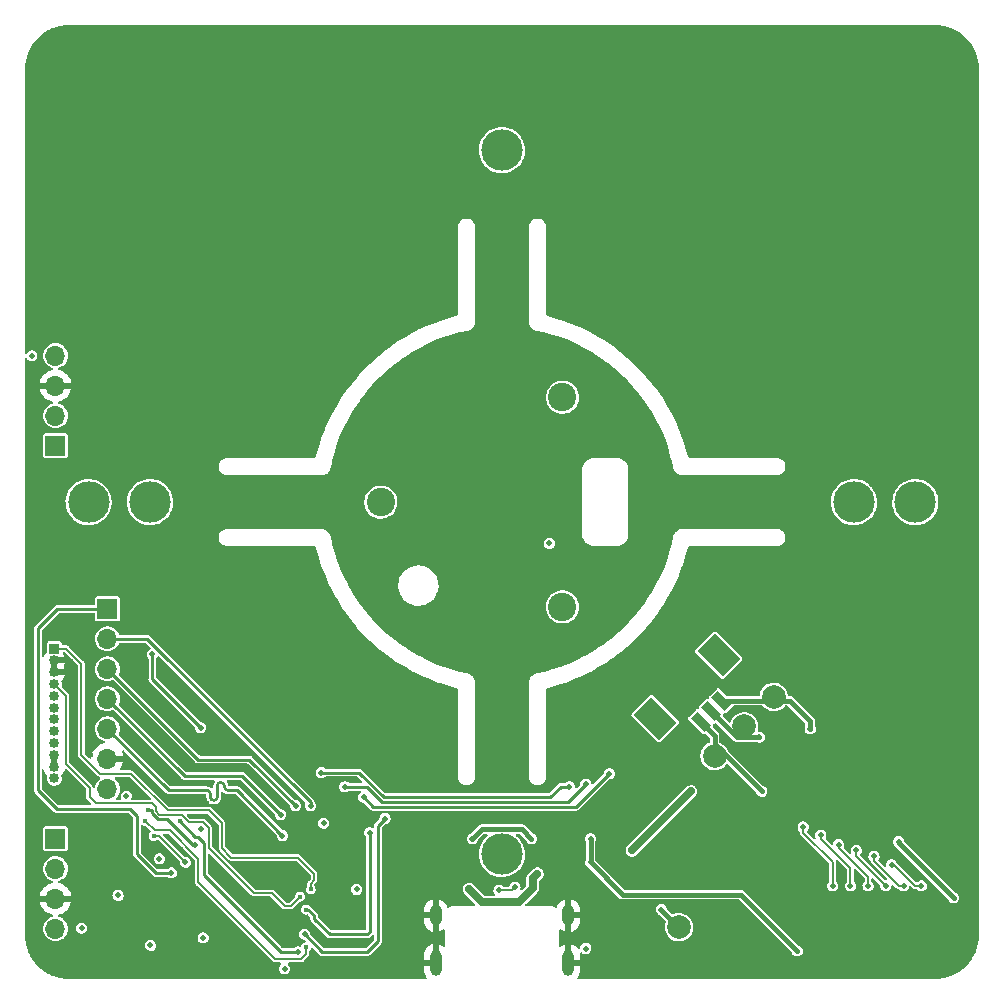
<source format=gbr>
%TF.GenerationSoftware,KiCad,Pcbnew,(6.0.5)*%
%TF.CreationDate,2023-11-22T15:14:02+07:00*%
%TF.ProjectId,view_base,76696577-5f62-4617-9365-2e6b69636164,rev?*%
%TF.SameCoordinates,Original*%
%TF.FileFunction,Copper,L4,Bot*%
%TF.FilePolarity,Positive*%
%FSLAX46Y46*%
G04 Gerber Fmt 4.6, Leading zero omitted, Abs format (unit mm)*
G04 Created by KiCad (PCBNEW (6.0.5)) date 2023-11-22 15:14:02*
%MOMM*%
%LPD*%
G01*
G04 APERTURE LIST*
G04 Aperture macros list*
%AMRotRect*
0 Rectangle, with rotation*
0 The origin of the aperture is its center*
0 $1 length*
0 $2 width*
0 $3 Rotation angle, in degrees counterclockwise*
0 Add horizontal line*
21,1,$1,$2,0,0,$3*%
G04 Aperture macros list end*
%TA.AperFunction,ComponentPad*%
%ADD10C,2.400000*%
%TD*%
%TA.AperFunction,ComponentPad*%
%ADD11C,3.500000*%
%TD*%
%TA.AperFunction,ComponentPad*%
%ADD12O,1.000000X2.200000*%
%TD*%
%TA.AperFunction,ComponentPad*%
%ADD13O,1.000000X1.800000*%
%TD*%
%TA.AperFunction,ComponentPad*%
%ADD14C,0.600000*%
%TD*%
%TA.AperFunction,SMDPad,CuDef*%
%ADD15R,4.000000X4.000000*%
%TD*%
%TA.AperFunction,ComponentPad*%
%ADD16R,1.700000X1.700000*%
%TD*%
%TA.AperFunction,ComponentPad*%
%ADD17O,1.700000X1.700000*%
%TD*%
%TA.AperFunction,ComponentPad*%
%ADD18R,0.850000X0.850000*%
%TD*%
%TA.AperFunction,ComponentPad*%
%ADD19O,0.850000X0.850000*%
%TD*%
%TA.AperFunction,SMDPad,CuDef*%
%ADD20RotRect,2.100000X2.999999X45.000000*%
%TD*%
%TA.AperFunction,SMDPad,CuDef*%
%ADD21RotRect,0.800000X1.600000X45.000000*%
%TD*%
%TA.AperFunction,SMDPad,CuDef*%
%ADD22C,2.000000*%
%TD*%
%TA.AperFunction,ViaPad*%
%ADD23C,0.400000*%
%TD*%
%TA.AperFunction,ViaPad*%
%ADD24C,0.500000*%
%TD*%
%TA.AperFunction,Conductor*%
%ADD25C,0.650000*%
%TD*%
%TA.AperFunction,Conductor*%
%ADD26C,0.250000*%
%TD*%
%TA.AperFunction,Conductor*%
%ADD27C,0.150000*%
%TD*%
%TA.AperFunction,Conductor*%
%ADD28C,0.400000*%
%TD*%
G04 APERTURE END LIST*
D10*
%TO.P,H3,1,1*%
%TO.N,unconnected-(H3-Pad1)*%
X105125400Y-91122500D03*
%TD*%
%TO.P,H1,1,1*%
%TO.N,unconnected-(H1-Pad1)*%
X105125400Y-108877500D03*
%TD*%
%TO.P,H2,1,1*%
%TO.N,unconnected-(H2-Pad1)*%
X89749100Y-100000000D03*
%TD*%
D11*
%TO.P,H4,1,1*%
%TO.N,unconnected-(H4-Pad1)*%
X100000000Y-129800000D03*
%TD*%
%TO.P,H5,1,1*%
%TO.N,unconnected-(H5-Pad1)*%
X70200000Y-100000000D03*
%TD*%
%TO.P,H6,1,1*%
%TO.N,unconnected-(H6-Pad1)*%
X100000000Y-70200000D03*
%TD*%
%TO.P,H7,1,1*%
%TO.N,unconnected-(H7-Pad1)*%
X129800000Y-100000000D03*
%TD*%
D12*
%TO.P,J2,S1,SHIELD*%
%TO.N,GND*%
X94380000Y-139000000D03*
X105620000Y-139000000D03*
D13*
X105620000Y-135000000D03*
X94380000Y-135000000D03*
%TD*%
D14*
%TO.P,U5,PAD,PAD*%
%TO.N,GND*%
X127500000Y-122500000D03*
X128500000Y-121500000D03*
X128500000Y-122500000D03*
X127500000Y-121500000D03*
D15*
X128000000Y-122000000D03*
%TD*%
D11*
%TO.P,H8,1,1*%
%TO.N,unconnected-(H8-Pad1)*%
X135000000Y-100000000D03*
%TD*%
%TO.P,H9,1,1*%
%TO.N,unconnected-(H9-Pad1)*%
X65000000Y-100000000D03*
%TD*%
D16*
%TO.P,J6,1,Pin_1*%
%TO.N,/LCD_RST*%
X66600000Y-109040000D03*
D17*
%TO.P,J6,2,Pin_2*%
%TO.N,/LCD_CSN*%
X66600000Y-111580000D03*
%TO.P,J6,3,Pin_3*%
%TO.N,/LCD_DC*%
X66600000Y-114120000D03*
%TO.P,J6,4,Pin_4*%
%TO.N,/LCD_MOSI*%
X66600000Y-116660000D03*
%TO.P,J6,5,Pin_5*%
%TO.N,/LCD_SCK*%
X66600000Y-119200000D03*
%TO.P,J6,6,Pin_6*%
%TO.N,GND*%
X66600000Y-121740000D03*
%TO.P,J6,7,Pin_7*%
%TO.N,+3V3*%
X66600000Y-124280000D03*
%TD*%
D16*
%TO.P,J5,1,Pin_1*%
%TO.N,/LC_DAT*%
X62200000Y-128500000D03*
D17*
%TO.P,J5,2,Pin_2*%
%TO.N,/LC_CLK*%
X62200000Y-131040000D03*
%TO.P,J5,3,Pin_3*%
%TO.N,GND*%
X62200000Y-133580000D03*
%TO.P,J5,4,Pin_4*%
%TO.N,+3V3*%
X62200000Y-136120000D03*
%TD*%
D18*
%TO.P,J7,1,Pin_1*%
%TO.N,/LiD_SCL*%
X62100000Y-112400000D03*
D19*
%TO.P,J7,2,Pin_2*%
%TO.N,GND*%
X62100000Y-113400000D03*
%TO.P,J7,3,Pin_3*%
X62100000Y-114400000D03*
%TO.P,J7,4,Pin_4*%
%TO.N,/GP1*%
X62100000Y-115400000D03*
%TO.P,J7,5,Pin_5*%
%TO.N,GND*%
X62100000Y-116400000D03*
%TO.P,J7,6,Pin_6*%
%TO.N,+3V3*%
X62100000Y-117400000D03*
%TO.P,J7,7,Pin_7*%
%TO.N,/VSYNC_RST*%
X62100000Y-118400000D03*
%TO.P,J7,8,Pin_8*%
%TO.N,GND*%
X62100000Y-119400000D03*
%TO.P,J7,9,Pin_9*%
%TO.N,/GP2*%
X62100000Y-120400000D03*
%TO.P,J7,10,Pin_10*%
%TO.N,GND*%
X62100000Y-121400000D03*
%TO.P,J7,11,Pin_11*%
X62100000Y-122400000D03*
%TO.P,J7,12,Pin_12*%
%TO.N,/LiD_SDA*%
X62100000Y-123400000D03*
%TD*%
D16*
%TO.P,J3,1,Pin_1*%
%TO.N,/SWCLK*%
X62200000Y-95220000D03*
D17*
%TO.P,J3,2,Pin_2*%
%TO.N,/SWDIO*%
X62200000Y-92680000D03*
%TO.P,J3,3,Pin_3*%
%TO.N,GND*%
X62200000Y-90140000D03*
%TO.P,J3,4,Pin_4*%
%TO.N,+3V3*%
X62200000Y-87600000D03*
%TD*%
D20*
%TO.P,J1,*%
%TO.N,*%
X118336280Y-112962502D03*
X112962269Y-118336513D03*
D21*
%TO.P,J1,1,Pin_1*%
%TO.N,Net-(J1-Pad1)*%
X116816000Y-118584000D03*
%TO.P,J1,2,Pin_2*%
%TO.N,Net-(J1-Pad2)*%
X117699883Y-117700117D03*
%TO.P,J1,3,Pin_3*%
%TO.N,Net-(J1-Pad3)*%
X118583767Y-116816233D03*
%TD*%
D22*
%TO.P,TP1,1,1*%
%TO.N,+5V*%
X115000000Y-136000000D03*
%TD*%
%TO.P,TP6,1,1*%
%TO.N,Net-(J1-Pad3)*%
X123000000Y-116500000D03*
%TD*%
%TO.P,TP7,1,1*%
%TO.N,Net-(J1-Pad2)*%
X120500000Y-119000000D03*
%TD*%
%TO.P,TP8,1,1*%
%TO.N,Net-(J1-Pad1)*%
X118000000Y-121500000D03*
%TD*%
D23*
%TO.N,GND*%
X94300000Y-97000000D03*
D24*
X137000000Y-139500000D03*
D23*
X65200000Y-139800000D03*
D24*
X120000000Y-124000000D03*
X77800000Y-130800000D03*
X80900000Y-131700000D03*
D23*
X72000000Y-106700000D03*
D24*
X76400000Y-131700000D03*
D23*
X99000000Y-99000000D03*
X60100000Y-123500000D03*
X72000000Y-107900000D03*
D24*
X78800000Y-110100000D03*
D23*
X86200000Y-96700000D03*
X75000000Y-99900000D03*
X81400000Y-99000000D03*
X89900000Y-96700000D03*
X63500000Y-113500000D03*
X86900000Y-99000000D03*
X63600000Y-112200000D03*
D24*
X76100000Y-107700000D03*
D23*
X65000000Y-116500000D03*
X71700000Y-139500000D03*
X66500000Y-135300000D03*
X64100000Y-129500000D03*
D24*
X125300000Y-116400000D03*
D23*
X63900000Y-119000000D03*
D24*
X79800000Y-132500000D03*
X114000000Y-120500000D03*
X137000000Y-129000000D03*
D23*
X67600000Y-129200000D03*
X65000000Y-117100000D03*
D24*
X123900000Y-118800000D03*
X72600000Y-133500000D03*
D23*
X64300000Y-122100000D03*
D24*
X79900000Y-130800000D03*
D23*
X60100000Y-119300000D03*
D24*
X130500000Y-122000000D03*
D23*
X63200000Y-123400000D03*
D24*
X78900000Y-131700000D03*
D23*
X72000000Y-102800000D03*
D24*
X117000000Y-135500000D03*
D23*
X66400000Y-131800000D03*
X71100000Y-103800000D03*
D24*
X133500000Y-115000000D03*
D23*
X65000000Y-113400000D03*
X70600000Y-124200000D03*
X70700000Y-116600000D03*
X65000000Y-117700000D03*
X60100000Y-122200000D03*
D24*
X119500000Y-115000000D03*
D23*
X87600000Y-100900000D03*
X72200000Y-104700000D03*
X63900000Y-116100000D03*
X69500000Y-131900000D03*
D24*
X77400000Y-108900000D03*
D23*
X66500000Y-137200000D03*
D24*
X77300000Y-132600000D03*
D23*
X63800000Y-125400000D03*
X67600000Y-130000000D03*
D24*
X76800000Y-98200000D03*
D23*
X71800000Y-135600000D03*
X66500000Y-126600000D03*
X60100000Y-120700000D03*
X64700000Y-138900000D03*
X65200000Y-127000000D03*
X87500000Y-96700000D03*
X68200000Y-123600000D03*
X72100000Y-110100000D03*
X65000000Y-118900000D03*
X95200000Y-97600000D03*
D24*
X101000000Y-98000000D03*
D23*
X82000000Y-100800000D03*
X72300000Y-138900000D03*
X68800000Y-122500000D03*
X63900000Y-114700000D03*
X74200000Y-102600000D03*
D24*
X100000000Y-103500000D03*
D23*
X67900000Y-122500000D03*
X62600000Y-124400000D03*
X92600000Y-100900000D03*
X63900000Y-117600000D03*
X65000000Y-115300000D03*
D24*
X122101000Y-123000000D03*
X74800000Y-107700000D03*
D23*
X93900000Y-98900000D03*
X88600000Y-96700000D03*
D24*
X129500000Y-127500000D03*
D23*
X68900000Y-120700000D03*
X72100000Y-109000000D03*
D24*
X74800000Y-110100000D03*
X125989000Y-120347000D03*
D23*
X86600000Y-100900000D03*
X91300000Y-96700000D03*
X69700000Y-139500000D03*
X68100000Y-127200000D03*
X66500000Y-132900000D03*
X64600000Y-137100000D03*
X67500000Y-127200000D03*
D24*
X87500000Y-129500000D03*
D23*
X77100000Y-99800000D03*
X64600000Y-130000000D03*
X83800000Y-99000000D03*
D24*
X76100000Y-110100000D03*
D23*
X69600000Y-121300000D03*
X63200000Y-124900000D03*
X94800000Y-100300000D03*
X69500000Y-132700000D03*
X71100000Y-140100000D03*
X95700000Y-100900000D03*
X68800000Y-124000000D03*
X72000000Y-114600000D03*
D24*
X76500000Y-100700000D03*
D23*
X95300000Y-98900000D03*
X65000000Y-114100000D03*
D24*
X78150000Y-133350000D03*
D23*
X64800000Y-126600000D03*
D24*
X115000000Y-139500000D03*
D23*
X61600000Y-126300000D03*
X63900000Y-120500000D03*
X72000000Y-115600000D03*
X65000000Y-119500000D03*
X68400000Y-128400000D03*
X65200000Y-123000000D03*
X63900000Y-116900000D03*
D24*
X78800000Y-107700000D03*
D23*
X64100000Y-131200000D03*
X91600000Y-100900000D03*
D24*
X126500000Y-115000000D03*
X80300000Y-133900000D03*
D23*
X63800000Y-123900000D03*
X69500000Y-133700000D03*
X75900000Y-99000000D03*
D24*
X127200000Y-118900000D03*
D23*
X64500000Y-112900000D03*
X59900000Y-126400000D03*
X65000000Y-114700000D03*
X70600000Y-119400000D03*
D24*
X94000000Y-130000000D03*
D23*
X99000000Y-100600000D03*
X74100000Y-100800000D03*
X60100000Y-117900000D03*
D24*
X77400000Y-110100000D03*
D23*
X80700000Y-100800000D03*
X63600000Y-129000000D03*
X66600000Y-128200000D03*
X69300000Y-124500000D03*
D24*
X137000000Y-124000000D03*
D23*
X79000000Y-98900000D03*
X66500000Y-136300000D03*
X77800000Y-100800000D03*
X72100000Y-112400000D03*
X63900000Y-115400000D03*
D24*
X80000000Y-108900000D03*
D23*
X78900000Y-100800000D03*
X63900000Y-121300000D03*
X60100000Y-116600000D03*
X64000000Y-112600000D03*
X74000000Y-123800000D03*
X66900000Y-127000000D03*
D24*
X130000000Y-139500000D03*
X77400000Y-107700000D03*
D23*
X69500000Y-123100000D03*
X73100000Y-101800000D03*
X64400000Y-124500000D03*
X71900000Y-123400000D03*
D24*
X79325000Y-133875000D03*
D23*
X65800000Y-131200000D03*
X66100000Y-127800000D03*
X72400000Y-129000000D03*
X68600000Y-139500000D03*
X72100000Y-111300000D03*
X77900000Y-99000000D03*
X66500000Y-134000000D03*
X64800000Y-131900000D03*
X72000000Y-120700000D03*
X65000000Y-120200000D03*
X80200000Y-99000000D03*
D24*
X125000000Y-139500000D03*
D23*
X75300000Y-101500000D03*
X99000000Y-99800000D03*
X70600000Y-122100000D03*
D24*
X137000000Y-119000000D03*
D23*
X75000000Y-125500000D03*
D24*
X78800000Y-108900000D03*
X110900000Y-137800000D03*
D23*
X67100000Y-138700000D03*
X60900000Y-125700000D03*
X86400000Y-99700000D03*
X85500000Y-100800000D03*
X65000000Y-115900000D03*
X93600000Y-100400000D03*
X66500000Y-138100000D03*
X87900000Y-99800000D03*
X74000000Y-125500000D03*
X63900000Y-119700000D03*
X92300000Y-99600000D03*
X65200000Y-130600000D03*
D24*
X120000000Y-139500000D03*
D23*
X85000000Y-99700000D03*
X82700000Y-99000000D03*
D24*
X130300000Y-118600000D03*
X80000000Y-107700000D03*
X118000000Y-125500000D03*
D23*
X65600000Y-127400000D03*
D24*
X80000000Y-110100000D03*
D23*
X64600000Y-138100000D03*
X65000000Y-118300000D03*
X63900000Y-118400000D03*
X92600000Y-96600000D03*
X67500000Y-128400000D03*
X83200000Y-100800000D03*
X65200000Y-121400000D03*
X72000000Y-105600000D03*
X71900000Y-117800000D03*
D24*
X74800000Y-108900000D03*
D23*
X84300000Y-100800000D03*
X72800000Y-129400000D03*
X60400000Y-125200000D03*
X79800000Y-100800000D03*
D24*
X76100000Y-108900000D03*
D23*
X71800000Y-125400000D03*
X65000000Y-120800000D03*
X73200000Y-103700000D03*
X64700000Y-122600000D03*
X63900000Y-114000000D03*
D24*
%TO.N,/USB_D+*%
X101100000Y-132600000D03*
X99749000Y-132875000D03*
%TO.N,Net-(J1-Pad3)*%
X126100000Y-119200000D03*
%TO.N,Net-(J1-Pad2)*%
X121800000Y-119900000D03*
%TO.N,Net-(J1-Pad1)*%
X122000000Y-124500000D03*
%TO.N,/MAG_CLK*%
X82700000Y-138100000D03*
D23*
X72700000Y-127000000D03*
D24*
%TO.N,/TMC_UH*%
X109100000Y-123000000D03*
X125500000Y-127500000D03*
X88300000Y-125000000D03*
X128000000Y-132500000D03*
%TO.N,/TMC_VH*%
X86700000Y-124100000D03*
X107100000Y-123900000D03*
X127000000Y-128200000D03*
X129500000Y-132500000D03*
%TO.N,/TMC_WH*%
X105700000Y-124100000D03*
X84700000Y-122900000D03*
X128500000Y-129000000D03*
X131000000Y-132500000D03*
%TO.N,/TMC_UL*%
X130000000Y-129500000D03*
X132500000Y-132500000D03*
%TO.N,/TMC_WL*%
X131500000Y-130000000D03*
X90100000Y-126800000D03*
X134000000Y-132500000D03*
X83300000Y-136600000D03*
D23*
%TO.N,/TMC_VL*%
X83400000Y-134500000D03*
D24*
X88800000Y-128000000D03*
X133000000Y-130700000D03*
X135500000Y-132500000D03*
%TO.N,+5V*%
X102600000Y-132700000D03*
X103007000Y-131459000D03*
X116000000Y-124500000D03*
X113500000Y-134500000D03*
X111000000Y-129500000D03*
X97207900Y-132761000D03*
%TO.N,+3V3*%
X87700000Y-132800000D03*
X74700000Y-136900000D03*
X81598609Y-139513193D03*
X107100000Y-137800000D03*
X74500000Y-127700000D03*
X125000000Y-138000000D03*
X97500000Y-128500000D03*
X102500000Y-128500000D03*
X68200000Y-124900000D03*
X71000000Y-130200000D03*
X138250000Y-133500000D03*
X67500000Y-133300000D03*
X107500000Y-128500000D03*
X107500000Y-130500000D03*
X84900000Y-127200000D03*
X133600000Y-128750000D03*
X64420000Y-136080000D03*
X60200000Y-87620000D03*
X104000000Y-103500000D03*
X70235000Y-137540000D03*
D23*
%TO.N,/LiD_SCL*%
X83800000Y-132800000D03*
D24*
%TO.N,/SWCLK*%
X74000000Y-129000000D03*
D23*
X70000000Y-126100000D03*
%TO.N,/LiD_SDA*%
X70500000Y-128300000D03*
D24*
X73200000Y-130500000D03*
%TO.N,/LCD_CSN*%
X83800000Y-125700000D03*
%TO.N,/LCD_SCK*%
X81418373Y-128235515D03*
%TO.N,/LCD_MOSI*%
X81273056Y-126473056D03*
%TO.N,/SWDIO*%
X70400000Y-112900000D03*
X74500000Y-119100000D03*
%TO.N,/LCD_DC*%
X82523056Y-125700000D03*
%TO.N,/LCD_RST*%
X72000000Y-131400000D03*
D23*
%TO.N,/GP1*%
X82900000Y-133400000D03*
%TO.N,/GP2*%
X83400000Y-137700000D03*
X69800000Y-127000000D03*
%TD*%
D25*
%TO.N,GND*%
X127500000Y-122500000D02*
X128000000Y-122000000D01*
X128500000Y-122500000D02*
X128000000Y-122000000D01*
D26*
X125989000Y-120347000D02*
X126347000Y-120347000D01*
D25*
X129500000Y-127500000D02*
X129500000Y-123500000D01*
D26*
X126347000Y-120347000D02*
X127500000Y-121500000D01*
X127500000Y-121500000D02*
X128000000Y-122000000D01*
D27*
X130500000Y-122000000D02*
X128000000Y-122000000D01*
D25*
X129500000Y-123500000D02*
X128500000Y-122500000D01*
D27*
%TO.N,/USB_D+*%
X99749000Y-132875000D02*
X100825000Y-132875000D01*
X100825000Y-132875000D02*
X101100000Y-132600000D01*
D26*
%TO.N,Net-(J1-Pad3)*%
X118584000Y-116816000D02*
X119873900Y-116816000D01*
X122684000Y-116816000D02*
X124356000Y-116816000D01*
D28*
X124356000Y-116816000D02*
X122684000Y-116816000D01*
X126100000Y-119200000D02*
X126100000Y-118560000D01*
X122684000Y-116816000D02*
X123000000Y-116500000D01*
D27*
X118584000Y-116816000D02*
X118583800Y-116816200D01*
D28*
X122684000Y-116816000D02*
X121184000Y-116816000D01*
D26*
X121184000Y-116816000D02*
X122684000Y-116816000D01*
D28*
X118584000Y-116816000D02*
X119873900Y-116816000D01*
X119873900Y-116816000D02*
X121184000Y-116816000D01*
X121184000Y-116816000D02*
X122684000Y-116816000D01*
D26*
X119873900Y-116816000D02*
X121184000Y-116816000D01*
D28*
X126100000Y-118560000D02*
X124356000Y-116816000D01*
D27*
%TO.N,Net-(J1-Pad2)*%
X118800000Y-118800000D02*
X118799800Y-118800000D01*
D28*
X120900000Y-119900000D02*
X121800000Y-119900000D01*
X120500000Y-119000000D02*
X120500000Y-119500000D01*
D27*
X118799800Y-118800000D02*
X117699900Y-117700100D01*
D28*
X117700000Y-117700000D02*
X118800000Y-118800000D01*
X119900000Y-119900000D02*
X120900000Y-119900000D01*
X120500000Y-119500000D02*
X120900000Y-119900000D01*
X118800000Y-118800000D02*
X119900000Y-119900000D01*
%TO.N,Net-(J1-Pad1)*%
X118000000Y-119768000D02*
X116816000Y-118584000D01*
X118000000Y-120500000D02*
X118000000Y-119768000D01*
X122000000Y-124500000D02*
X118000000Y-120500000D01*
X118000000Y-120500000D02*
X118000000Y-119768000D01*
X118000000Y-121500000D02*
X118000000Y-120500000D01*
D26*
%TO.N,/MAG_CLK*%
X72700000Y-127000000D02*
X72700000Y-127028928D01*
X72700000Y-127028928D02*
X73996561Y-128325489D01*
X74279393Y-128325489D02*
X74800000Y-128846096D01*
X81300000Y-138100000D02*
X82700000Y-138100000D01*
X74800000Y-131600000D02*
X81300000Y-138100000D01*
X73996561Y-128325489D02*
X74279393Y-128325489D01*
X74800000Y-128846096D02*
X74800000Y-131600000D01*
%TO.N,/TMC_UH*%
X106266000Y-125800000D02*
X89100000Y-125800000D01*
D27*
X125500000Y-128000000D02*
X128000000Y-130500000D01*
D26*
X109100000Y-123000000D02*
X109066000Y-123000000D01*
D27*
X125500000Y-127500000D02*
X125500000Y-128000000D01*
D26*
X89100000Y-125800000D02*
X88300000Y-125000000D01*
D27*
X128000000Y-130500000D02*
X128000000Y-132500000D01*
D26*
X109066000Y-123000000D02*
X106266000Y-125800000D01*
%TO.N,/TMC_VH*%
X107100000Y-123900000D02*
X105600000Y-125400000D01*
X105600000Y-125400000D02*
X89834300Y-125400000D01*
X89834300Y-125400000D02*
X88534300Y-124100000D01*
D27*
X127000000Y-128500000D02*
X129500000Y-131000000D01*
D26*
X88534300Y-124100000D02*
X86700000Y-124100000D01*
D27*
X129500000Y-131000000D02*
X129500000Y-132500000D01*
X127000000Y-128200000D02*
X127000000Y-128500000D01*
D26*
%TO.N,/TMC_WH*%
X105000000Y-124100000D02*
X105700000Y-124100000D01*
D27*
X128500000Y-129250000D02*
X128500000Y-129000000D01*
D26*
X104100000Y-125000000D02*
X105000000Y-124100000D01*
X87900000Y-122900000D02*
X90000000Y-125000000D01*
D27*
X131000000Y-132500000D02*
X131000000Y-131750000D01*
X131000000Y-131750000D02*
X128500000Y-129250000D01*
D26*
X90000000Y-125000000D02*
X104100000Y-125000000D01*
X84700000Y-122900000D02*
X87900000Y-122900000D01*
D27*
%TO.N,/TMC_UL*%
X130000000Y-130000000D02*
X130000000Y-129500000D01*
X132500000Y-132500000D02*
X130000000Y-130000000D01*
%TO.N,/TMC_WL*%
X134000000Y-132500000D02*
X133616000Y-132500000D01*
D26*
X89500000Y-137200000D02*
X88600000Y-138100000D01*
D27*
X131500000Y-130384000D02*
X131500000Y-130000000D01*
D26*
X88600000Y-138100000D02*
X84800000Y-138100000D01*
X84800000Y-138100000D02*
X83300000Y-136600000D01*
D27*
X133616000Y-132500000D02*
X131500000Y-130384000D01*
D26*
X89500000Y-127400000D02*
X89500000Y-137200000D01*
X90100000Y-126800000D02*
X89500000Y-127400000D01*
%TO.N,/TMC_VL*%
X83600000Y-134500000D02*
X83400000Y-134500000D01*
D27*
X135000000Y-132500000D02*
X135500000Y-132500000D01*
D26*
X88800000Y-128000000D02*
X88800000Y-136400000D01*
X84100000Y-135000000D02*
X83600000Y-134500000D01*
X85400000Y-136600000D02*
X84100000Y-135300000D01*
D27*
X133200000Y-130700000D02*
X135000000Y-132500000D01*
D26*
X84100000Y-135300000D02*
X84100000Y-135000000D01*
X88600000Y-136600000D02*
X85400000Y-136600000D01*
X88800000Y-136400000D02*
X88600000Y-136600000D01*
D27*
X133000000Y-130700000D02*
X133200000Y-130700000D01*
D25*
%TO.N,+5V*%
X97207900Y-132761000D02*
X98312200Y-133865000D01*
X102600000Y-131866000D02*
X103007000Y-131459000D01*
X116000000Y-124500000D02*
X111000000Y-129500000D01*
X98312200Y-133865000D02*
X101435000Y-133865000D01*
X102600000Y-132700000D02*
X102600000Y-131866000D01*
D28*
X115000000Y-136000000D02*
X113500000Y-134500000D01*
D25*
X101435000Y-133865000D02*
X102600000Y-132700000D01*
D28*
%TO.N,+3V3*%
X110250000Y-133250000D02*
X120250000Y-133250000D01*
X107500000Y-130500000D02*
X110250000Y-133250000D01*
X102500000Y-128500000D02*
X101700000Y-127700000D01*
X98300000Y-127700000D02*
X97500000Y-128500000D01*
X101700000Y-127700000D02*
X98300000Y-127700000D01*
X138250000Y-133500000D02*
X133600000Y-128850000D01*
X120250000Y-133250000D02*
X125000000Y-138000000D01*
X107500000Y-128500000D02*
X107500000Y-130500000D01*
X133600000Y-128850000D02*
X133600000Y-128750000D01*
D27*
%TO.N,/LiD_SCL*%
X84100000Y-132000000D02*
X84100000Y-131500000D01*
X76300000Y-129300000D02*
X76300000Y-127200000D01*
X63100000Y-112400000D02*
X62100000Y-112400000D01*
X76300000Y-127200000D02*
X75200000Y-126100000D01*
X83800000Y-132800000D02*
X83800000Y-132300000D01*
X75200000Y-126100000D02*
X71700000Y-126100000D01*
X83800000Y-132300000D02*
X84100000Y-132000000D01*
X64400000Y-121400000D02*
X64400000Y-113700000D01*
X84100000Y-131500000D02*
X82700000Y-130100000D01*
X68600000Y-123000000D02*
X66000000Y-123000000D01*
X71700000Y-126100000D02*
X68600000Y-123000000D01*
X77100000Y-130100000D02*
X76300000Y-129300000D01*
X66000000Y-123000000D02*
X64400000Y-121400000D01*
X64400000Y-113700000D02*
X63100000Y-112400000D01*
X82700000Y-130100000D02*
X77100000Y-130100000D01*
D26*
%TO.N,/SWCLK*%
X70350480Y-126100000D02*
X70350481Y-126344777D01*
X71649520Y-126849520D02*
X73800000Y-129000000D01*
X70350481Y-126344777D02*
X70855224Y-126849520D01*
X70855224Y-126849520D02*
X71649520Y-126849520D01*
X70000000Y-126100000D02*
X70350480Y-126100000D01*
X73800000Y-129000000D02*
X74000000Y-129000000D01*
D27*
%TO.N,/LiD_SDA*%
X71000000Y-128300000D02*
X70500000Y-128300000D01*
X73200000Y-130500000D02*
X71000000Y-128300000D01*
D26*
%TO.N,/LCD_CSN*%
X83800000Y-125400000D02*
X69980000Y-111580000D01*
X69980000Y-111580000D02*
X66600000Y-111580000D01*
X83800000Y-125700000D02*
X83800000Y-125400000D01*
%TO.N,/LCD_SCK*%
X75000000Y-124400000D02*
X74708946Y-124400000D01*
X81418373Y-128235515D02*
X77582858Y-124400000D01*
X75900000Y-124034675D02*
X75900000Y-124100000D01*
X75900000Y-124100000D02*
X75900000Y-124965325D01*
X75300000Y-124965325D02*
X75300000Y-124700000D01*
X74708946Y-124400000D02*
X71800000Y-124400000D01*
X77582858Y-124400000D02*
X76800000Y-124400000D01*
X71800000Y-124400000D02*
X66600000Y-119200000D01*
X76500000Y-124100000D02*
X76500000Y-124034675D01*
X75299975Y-124965325D02*
G75*
G03*
X75600000Y-125265325I300025J25D01*
G01*
X75600000Y-125265300D02*
G75*
G03*
X75900000Y-124965325I0J300000D01*
G01*
X75899975Y-124034675D02*
G75*
G02*
X76200000Y-123734675I300025J-25D01*
G01*
X76500000Y-124100000D02*
G75*
G03*
X76800000Y-124400000I300000J0D01*
G01*
X76200000Y-123734700D02*
G75*
G02*
X76500000Y-124034675I0J-300000D01*
G01*
X75000000Y-124400000D02*
G75*
G02*
X75300000Y-124700000I0J-300000D01*
G01*
%TO.N,/LCD_MOSI*%
X73140000Y-123200000D02*
X66600000Y-116660000D01*
X81273056Y-126473056D02*
X78000000Y-123200000D01*
X78000000Y-123200000D02*
X73140000Y-123200000D01*
%TO.N,/SWDIO*%
X70400000Y-115000000D02*
X70400000Y-112900000D01*
X74500000Y-119100000D02*
X70400000Y-115000000D01*
%TO.N,/LCD_DC*%
X78623056Y-121800000D02*
X82523056Y-125700000D01*
X74280000Y-121800000D02*
X66600000Y-114120000D01*
X74280000Y-121800000D02*
X78623056Y-121800000D01*
%TO.N,/LCD_RST*%
X62300000Y-126000000D02*
X60700000Y-124400000D01*
X60700000Y-124400000D02*
X60700000Y-110700000D01*
X69100000Y-126600000D02*
X68500000Y-126000000D01*
X72000000Y-131400000D02*
X70700000Y-131400000D01*
X60700000Y-110700000D02*
X62360000Y-109040000D01*
X62360000Y-109040000D02*
X66600000Y-109040000D01*
X68500000Y-126000000D02*
X62300000Y-126000000D01*
X69100000Y-129800000D02*
X69100000Y-126600000D01*
X70700000Y-131400000D02*
X69100000Y-129800000D01*
D27*
%TO.N,/GP1*%
X79000000Y-133100000D02*
X75200000Y-129300000D01*
X70400000Y-125500000D02*
X65600000Y-125500000D01*
X65100000Y-125000000D02*
X65100000Y-124200000D01*
X63100000Y-122200000D02*
X63100000Y-116400000D01*
X74700000Y-127100000D02*
X73500000Y-127100000D01*
X81600000Y-134200000D02*
X80500000Y-133100000D01*
X65100000Y-124200000D02*
X63100000Y-122200000D01*
X65600000Y-125500000D02*
X65100000Y-125000000D01*
X75200000Y-129300000D02*
X75200000Y-127600000D01*
X72900000Y-126500000D02*
X71000000Y-126500000D01*
X71000000Y-126500000D02*
X70700000Y-126200000D01*
X82100000Y-134200000D02*
X81600000Y-134200000D01*
X82900000Y-133400000D02*
X82100000Y-134200000D01*
X80500000Y-133100000D02*
X79000000Y-133100000D01*
X75200000Y-127600000D02*
X74700000Y-127100000D01*
X73500000Y-127100000D02*
X72900000Y-126500000D01*
X70700000Y-125800000D02*
X70400000Y-125500000D01*
X63100000Y-116400000D02*
X62100000Y-115400000D01*
X70700000Y-126200000D02*
X70700000Y-125800000D01*
%TO.N,/GP2*%
X71900000Y-127800000D02*
X74300000Y-130200000D01*
X69800000Y-127000000D02*
X70600000Y-127800000D01*
X83400000Y-138300000D02*
X83400000Y-137700000D01*
X83000000Y-138700000D02*
X83400000Y-138300000D01*
X80800000Y-138700000D02*
X83000000Y-138700000D01*
X74300000Y-132200000D02*
X80800000Y-138700000D01*
X74300000Y-130200000D02*
X74300000Y-132200000D01*
X70600000Y-127800000D02*
X71900000Y-127800000D01*
%TD*%
%TA.AperFunction,Conductor*%
%TO.N,GND*%
G36*
X136588169Y-59603018D02*
G01*
X136599641Y-59605656D01*
X136610518Y-59603195D01*
X136618820Y-59603209D01*
X136631937Y-59602069D01*
X136795841Y-59610121D01*
X136967561Y-59618557D01*
X136977220Y-59619509D01*
X137336446Y-59672794D01*
X137345964Y-59674688D01*
X137522664Y-59718949D01*
X137698217Y-59762923D01*
X137707514Y-59765743D01*
X138049427Y-59888082D01*
X138058403Y-59891800D01*
X138386678Y-60047062D01*
X138395246Y-60051642D01*
X138706721Y-60238333D01*
X138714787Y-60243722D01*
X139006490Y-60460064D01*
X139013971Y-60466205D01*
X139125313Y-60567119D01*
X139283048Y-60710082D01*
X139289918Y-60716952D01*
X139533795Y-60986029D01*
X139539936Y-60993510D01*
X139756278Y-61285213D01*
X139761667Y-61293279D01*
X139948358Y-61604754D01*
X139952938Y-61613322D01*
X140108200Y-61941597D01*
X140111918Y-61950573D01*
X140234257Y-62292486D01*
X140237077Y-62301783D01*
X140325311Y-62654030D01*
X140327207Y-62663559D01*
X140380491Y-63022776D01*
X140381443Y-63032444D01*
X140397906Y-63367541D01*
X140396859Y-63379339D01*
X140396842Y-63388777D01*
X140394344Y-63399641D01*
X140396804Y-63410513D01*
X140397059Y-63411638D01*
X140399500Y-63433488D01*
X140399500Y-136565982D01*
X140396982Y-136588168D01*
X140394344Y-136599640D01*
X140396805Y-136610517D01*
X140396791Y-136618819D01*
X140397931Y-136631936D01*
X140390510Y-136783002D01*
X140381900Y-136958262D01*
X140381443Y-136967555D01*
X140380491Y-136977219D01*
X140327880Y-137331905D01*
X140327207Y-137336440D01*
X140325312Y-137345963D01*
X140296870Y-137459509D01*
X140237077Y-137698216D01*
X140234257Y-137707513D01*
X140111919Y-138049426D01*
X140108201Y-138058402D01*
X139952938Y-138386677D01*
X139948358Y-138395245D01*
X139923784Y-138436244D01*
X139761666Y-138706723D01*
X139756281Y-138714783D01*
X139558918Y-138980897D01*
X139539948Y-139006475D01*
X139533784Y-139013985D01*
X139289919Y-139283048D01*
X139283049Y-139289918D01*
X139176195Y-139386765D01*
X139036704Y-139513193D01*
X139013986Y-139533783D01*
X139006476Y-139539946D01*
X138714792Y-139756274D01*
X138706723Y-139761666D01*
X138511100Y-139878918D01*
X138395246Y-139948358D01*
X138386678Y-139952938D01*
X138058403Y-140108200D01*
X138049427Y-140111918D01*
X137707514Y-140234257D01*
X137698217Y-140237077D01*
X137522664Y-140281051D01*
X137345964Y-140325312D01*
X137336446Y-140327206D01*
X136977220Y-140380491D01*
X136967561Y-140381443D01*
X136632457Y-140397906D01*
X136620662Y-140396859D01*
X136611227Y-140396842D01*
X136600359Y-140394343D01*
X136588359Y-140397058D01*
X136566512Y-140399499D01*
X136366972Y-140399499D01*
X106477353Y-140399500D01*
X106419162Y-140380593D01*
X106383198Y-140331093D01*
X106383198Y-140269907D01*
X106401514Y-140236864D01*
X106452629Y-140175948D01*
X106458070Y-140168000D01*
X106548637Y-140003261D01*
X106552436Y-139994398D01*
X106609279Y-139815204D01*
X106611283Y-139805776D01*
X106627691Y-139659495D01*
X106628000Y-139653966D01*
X106628000Y-139269680D01*
X106623878Y-139256995D01*
X106619757Y-139254000D01*
X105465000Y-139254000D01*
X105406809Y-139235093D01*
X105370845Y-139185593D01*
X105366000Y-139155000D01*
X105366000Y-138730320D01*
X105874000Y-138730320D01*
X105878122Y-138743005D01*
X105882243Y-138746000D01*
X106612320Y-138746000D01*
X106625005Y-138741878D01*
X106628000Y-138737757D01*
X106628000Y-138352676D01*
X106627765Y-138347861D01*
X106616669Y-138234698D01*
X106629808Y-138174940D01*
X106675562Y-138134317D01*
X106736456Y-138128346D01*
X106780071Y-138150664D01*
X106783172Y-138154353D01*
X106895362Y-138229033D01*
X106902092Y-138231136D01*
X106902093Y-138231136D01*
X106918443Y-138236244D01*
X107024002Y-138269223D01*
X107091377Y-138270458D01*
X107151699Y-138271564D01*
X107151701Y-138271564D01*
X107158752Y-138271693D01*
X107165555Y-138269838D01*
X107165557Y-138269838D01*
X107237763Y-138250152D01*
X107288779Y-138236244D01*
X107403631Y-138165725D01*
X107413925Y-138154353D01*
X107457994Y-138105666D01*
X107494073Y-138065806D01*
X107552836Y-137944518D01*
X107555644Y-137927828D01*
X107574562Y-137815384D01*
X107574562Y-137815381D01*
X107575196Y-137811614D01*
X107575338Y-137800000D01*
X107556232Y-137666588D01*
X107506854Y-137557986D01*
X107503370Y-137550324D01*
X107500450Y-137543902D01*
X107412475Y-137441803D01*
X107299382Y-137368499D01*
X107292627Y-137366479D01*
X107292623Y-137366477D01*
X107182359Y-137333502D01*
X107170259Y-137329883D01*
X107088454Y-137329383D01*
X107042540Y-137329103D01*
X107035489Y-137329060D01*
X107028712Y-137330997D01*
X107028711Y-137330997D01*
X106912685Y-137364157D01*
X106912683Y-137364158D01*
X106905905Y-137366095D01*
X106791924Y-137438012D01*
X106702709Y-137539029D01*
X106645432Y-137661025D01*
X106627764Y-137774500D01*
X106627128Y-137778582D01*
X106599494Y-137833171D01*
X106545050Y-137861091D01*
X106484593Y-137851678D01*
X106452588Y-137825922D01*
X106341768Y-137690044D01*
X106334979Y-137683207D01*
X106190121Y-137563370D01*
X106182138Y-137557986D01*
X106016760Y-137468566D01*
X106007889Y-137464837D01*
X105888977Y-137428028D01*
X105877339Y-137428191D01*
X105874000Y-137438717D01*
X105874000Y-138730320D01*
X105366000Y-138730320D01*
X105366000Y-137439641D01*
X105362327Y-137428337D01*
X105351638Y-137428188D01*
X105245217Y-137459509D01*
X105236276Y-137463122D01*
X105069677Y-137550218D01*
X105061611Y-137555496D01*
X104981533Y-137619879D01*
X104924336Y-137641606D01*
X104865291Y-137625563D01*
X104826952Y-137577879D01*
X104820500Y-137542724D01*
X104820500Y-136257257D01*
X104839407Y-136199066D01*
X104888907Y-136163102D01*
X104950093Y-136163102D01*
X104982605Y-136180976D01*
X105049879Y-136236630D01*
X105057862Y-136242014D01*
X105223240Y-136331434D01*
X105232111Y-136335163D01*
X105351023Y-136371972D01*
X105362661Y-136371809D01*
X105366000Y-136361283D01*
X105366000Y-136360359D01*
X105874000Y-136360359D01*
X105877673Y-136371663D01*
X105888362Y-136371812D01*
X105994783Y-136340491D01*
X106003724Y-136336878D01*
X106170323Y-136249782D01*
X106178384Y-136244508D01*
X106324906Y-136126701D01*
X106331780Y-136119970D01*
X106452629Y-135975948D01*
X106458070Y-135968000D01*
X106548637Y-135803261D01*
X106552436Y-135794398D01*
X106609279Y-135615204D01*
X106611283Y-135605776D01*
X106627691Y-135459495D01*
X106628000Y-135453966D01*
X106628000Y-135269680D01*
X106623878Y-135256995D01*
X106619757Y-135254000D01*
X105889680Y-135254000D01*
X105876995Y-135258122D01*
X105874000Y-135262243D01*
X105874000Y-136360359D01*
X105366000Y-136360359D01*
X105366000Y-134730320D01*
X105874000Y-134730320D01*
X105878122Y-134743005D01*
X105882243Y-134746000D01*
X106612320Y-134746000D01*
X106625005Y-134741878D01*
X106628000Y-134737757D01*
X106628000Y-134552676D01*
X106627765Y-134547861D01*
X106622503Y-134494193D01*
X113024697Y-134494193D01*
X113042172Y-134627828D01*
X113045010Y-134634279D01*
X113045011Y-134634281D01*
X113093611Y-134744734D01*
X113093613Y-134744737D01*
X113096451Y-134751187D01*
X113183172Y-134854353D01*
X113189043Y-134858261D01*
X113189044Y-134858262D01*
X113235758Y-134889357D01*
X113295362Y-134929033D01*
X113302093Y-134931136D01*
X113369956Y-134952338D01*
X113410436Y-134976830D01*
X113864890Y-135431283D01*
X113892668Y-135485800D01*
X113886501Y-135537916D01*
X113886131Y-135538620D01*
X113884785Y-135542955D01*
X113827593Y-135727145D01*
X113820703Y-135749333D01*
X113820169Y-135753843D01*
X113820169Y-135753844D01*
X113811117Y-135830324D01*
X113794770Y-135968440D01*
X113800428Y-136054760D01*
X113807750Y-136166477D01*
X113809200Y-136188604D01*
X113810316Y-136192997D01*
X113810316Y-136192999D01*
X113855729Y-136371809D01*
X113863511Y-136402452D01*
X113955883Y-136602821D01*
X114083222Y-136783002D01*
X114241264Y-136936961D01*
X114424717Y-137059540D01*
X114627436Y-137146635D01*
X114686134Y-137159917D01*
X114838206Y-137194328D01*
X114838211Y-137194329D01*
X114842632Y-137195329D01*
X114952865Y-137199660D01*
X115058565Y-137203813D01*
X115058566Y-137203813D01*
X115063098Y-137203991D01*
X115281452Y-137172331D01*
X115285751Y-137170872D01*
X115285754Y-137170871D01*
X115486078Y-137102870D01*
X115490379Y-137101410D01*
X115494585Y-137099055D01*
X115678925Y-136995819D01*
X115682884Y-136993602D01*
X115852518Y-136852518D01*
X115993602Y-136682884D01*
X116070958Y-136544755D01*
X116099192Y-136494340D01*
X116099193Y-136494338D01*
X116101410Y-136490379D01*
X116121259Y-136431905D01*
X116170871Y-136285754D01*
X116170872Y-136285751D01*
X116172331Y-136281452D01*
X116184020Y-136200837D01*
X116203571Y-136065997D01*
X116203571Y-136065991D01*
X116203991Y-136063098D01*
X116205643Y-136000000D01*
X116200865Y-135947995D01*
X116194975Y-135883899D01*
X116185454Y-135780289D01*
X116163984Y-135704162D01*
X116126799Y-135572311D01*
X116126798Y-135572310D01*
X116125565Y-135567936D01*
X116123557Y-135563864D01*
X116123555Y-135563859D01*
X116029988Y-135374125D01*
X116027980Y-135370053D01*
X115895967Y-135193267D01*
X115797817Y-135102538D01*
X115737279Y-135046577D01*
X115737278Y-135046576D01*
X115733949Y-135043499D01*
X115659237Y-134996359D01*
X115551187Y-134928185D01*
X115547350Y-134925764D01*
X115342421Y-134844006D01*
X115126024Y-134800962D01*
X115017347Y-134799539D01*
X114909946Y-134798133D01*
X114909941Y-134798133D01*
X114905406Y-134798074D01*
X114900933Y-134798843D01*
X114900928Y-134798843D01*
X114692435Y-134834668D01*
X114692429Y-134834670D01*
X114687957Y-134835438D01*
X114626090Y-134858262D01*
X114538397Y-134890613D01*
X114477259Y-134893015D01*
X114434128Y-134867736D01*
X113982276Y-134415884D01*
X113957258Y-134373663D01*
X113957233Y-134373577D01*
X113956232Y-134366588D01*
X113911346Y-134267866D01*
X113903370Y-134250324D01*
X113900450Y-134243902D01*
X113812475Y-134141803D01*
X113699382Y-134068499D01*
X113692627Y-134066479D01*
X113692623Y-134066477D01*
X113577020Y-134031905D01*
X113570259Y-134029883D01*
X113488454Y-134029383D01*
X113442540Y-134029103D01*
X113435489Y-134029060D01*
X113428712Y-134030997D01*
X113428711Y-134030997D01*
X113312685Y-134064157D01*
X113312683Y-134064158D01*
X113305905Y-134066095D01*
X113299941Y-134069858D01*
X113287443Y-134077744D01*
X113191924Y-134138012D01*
X113102709Y-134239029D01*
X113045432Y-134361025D01*
X113024697Y-134494193D01*
X106622503Y-134494193D01*
X106614059Y-134408081D01*
X106612188Y-134398630D01*
X106557851Y-134218659D01*
X106554176Y-134209743D01*
X106465921Y-134043759D01*
X106460585Y-134035728D01*
X106341768Y-133890044D01*
X106334979Y-133883207D01*
X106190121Y-133763370D01*
X106182138Y-133757986D01*
X106016760Y-133668566D01*
X106007889Y-133664837D01*
X105888977Y-133628028D01*
X105877339Y-133628191D01*
X105874000Y-133638717D01*
X105874000Y-134730320D01*
X105366000Y-134730320D01*
X105366000Y-133639641D01*
X105362327Y-133628337D01*
X105351638Y-133628188D01*
X105245217Y-133659509D01*
X105236276Y-133663122D01*
X105069677Y-133750218D01*
X105061616Y-133755492D01*
X104915094Y-133873299D01*
X104908220Y-133880030D01*
X104787371Y-134024052D01*
X104781930Y-134032000D01*
X104691363Y-134196739D01*
X104687564Y-134205602D01*
X104667813Y-134267866D01*
X104632195Y-134317616D01*
X104574138Y-134336929D01*
X104518443Y-134320245D01*
X104514822Y-134317826D01*
X104511060Y-134314738D01*
X104455647Y-134285119D01*
X104393661Y-134251986D01*
X104393659Y-134251985D01*
X104389367Y-134249691D01*
X104379857Y-134246806D01*
X104261977Y-134211048D01*
X104261976Y-134211048D01*
X104257322Y-134209636D01*
X104252483Y-134209159D01*
X104252481Y-134209159D01*
X104140896Y-134198169D01*
X104128248Y-134196090D01*
X104126184Y-134195612D01*
X104126183Y-134195612D01*
X104120718Y-134194345D01*
X104120000Y-134194344D01*
X104114548Y-134195588D01*
X104114545Y-134195588D01*
X104108266Y-134197020D01*
X104086248Y-134199500D01*
X102082677Y-134199500D01*
X102024486Y-134180593D01*
X101988522Y-134131093D01*
X101988522Y-134069907D01*
X102012673Y-134030496D01*
X102961770Y-133081399D01*
X102964763Y-133078529D01*
X102972337Y-133071564D01*
X103008712Y-133038116D01*
X103031127Y-133001965D01*
X103036409Y-132994279D01*
X103058048Y-132965770D01*
X103062128Y-132960395D01*
X103064611Y-132954123D01*
X103064613Y-132954120D01*
X103068112Y-132945282D01*
X103076018Y-132929563D01*
X103081024Y-132921488D01*
X103084582Y-132915750D01*
X103096449Y-132874904D01*
X103099470Y-132866080D01*
X103106250Y-132848955D01*
X103115130Y-132826527D01*
X103116828Y-132810368D01*
X103120218Y-132793090D01*
X103123303Y-132782473D01*
X103123304Y-132782470D01*
X103124751Y-132777488D01*
X103125500Y-132767288D01*
X103125500Y-132733056D01*
X103126042Y-132722708D01*
X103129475Y-132690046D01*
X103130180Y-132683338D01*
X103128875Y-132675623D01*
X103126886Y-132663862D01*
X103125500Y-132647352D01*
X103125500Y-132124677D01*
X103144407Y-132066486D01*
X103154496Y-132054673D01*
X103404090Y-131805079D01*
X103410290Y-131796911D01*
X103465047Y-131724773D01*
X103465048Y-131724771D01*
X103469128Y-131719396D01*
X103476233Y-131701452D01*
X103519645Y-131591802D01*
X103522129Y-131585528D01*
X103537180Y-131442338D01*
X103513168Y-131300376D01*
X103471206Y-131211201D01*
X103454740Y-131176208D01*
X103454739Y-131176206D01*
X103451866Y-131170101D01*
X103357787Y-131061110D01*
X103306646Y-131027132D01*
X103243489Y-130985170D01*
X103243486Y-130985168D01*
X103237865Y-130981434D01*
X103231448Y-130979349D01*
X103231446Y-130979348D01*
X103107351Y-130939027D01*
X103107349Y-130939027D01*
X103100933Y-130936942D01*
X103094192Y-130936659D01*
X103094189Y-130936659D01*
X103008585Y-130933072D01*
X102957081Y-130930913D01*
X102950508Y-130932455D01*
X102950505Y-130932455D01*
X102823481Y-130962248D01*
X102816907Y-130963790D01*
X102810993Y-130967041D01*
X102810991Y-130967042D01*
X102701689Y-131027132D01*
X102690737Y-131033153D01*
X102682995Y-131039836D01*
X102238230Y-131484601D01*
X102235237Y-131487471D01*
X102191288Y-131527884D01*
X102177040Y-131550864D01*
X102168874Y-131564034D01*
X102163592Y-131571719D01*
X102137872Y-131605604D01*
X102135389Y-131611875D01*
X102135388Y-131611877D01*
X102131888Y-131620717D01*
X102123979Y-131636442D01*
X102119132Y-131644260D01*
X102115418Y-131650250D01*
X102113536Y-131656728D01*
X102103550Y-131691098D01*
X102100530Y-131699918D01*
X102087356Y-131733194D01*
X102087355Y-131733197D01*
X102084871Y-131739472D01*
X102084165Y-131746185D01*
X102084164Y-131746191D01*
X102083171Y-131755635D01*
X102079783Y-131772904D01*
X102076696Y-131783529D01*
X102076695Y-131783535D01*
X102075249Y-131788512D01*
X102074500Y-131798712D01*
X102074500Y-131832954D01*
X102073958Y-131843300D01*
X102069821Y-131882662D01*
X102070946Y-131889312D01*
X102073114Y-131902131D01*
X102074500Y-131918641D01*
X102074500Y-132441322D01*
X102055593Y-132499513D01*
X102045504Y-132511325D01*
X101717930Y-132838900D01*
X101663413Y-132866678D01*
X101602981Y-132857107D01*
X101559716Y-132813842D01*
X101550145Y-132753410D01*
X101551697Y-132746869D01*
X101552836Y-132744518D01*
X101554005Y-132737571D01*
X101554006Y-132737567D01*
X101574562Y-132615384D01*
X101574562Y-132615381D01*
X101575196Y-132611614D01*
X101575338Y-132600000D01*
X101556232Y-132466588D01*
X101513379Y-132372337D01*
X101503370Y-132350324D01*
X101500450Y-132343902D01*
X101412475Y-132241803D01*
X101299382Y-132168499D01*
X101292627Y-132166479D01*
X101292623Y-132166477D01*
X101177020Y-132131905D01*
X101170259Y-132129883D01*
X101088454Y-132129383D01*
X101042540Y-132129103D01*
X101035489Y-132129060D01*
X101028712Y-132130997D01*
X101028711Y-132130997D01*
X100912685Y-132164157D01*
X100912683Y-132164158D01*
X100905905Y-132166095D01*
X100791924Y-132238012D01*
X100702709Y-132339029D01*
X100645432Y-132461025D01*
X100637337Y-132513012D01*
X100636914Y-132515731D01*
X100609279Y-132570320D01*
X100554836Y-132598240D01*
X100539093Y-132599500D01*
X100178110Y-132599500D01*
X100119919Y-132580593D01*
X100103111Y-132565123D01*
X100066082Y-132522148D01*
X100066076Y-132522143D01*
X100061475Y-132516803D01*
X99948382Y-132443499D01*
X99941627Y-132441479D01*
X99941623Y-132441477D01*
X99826020Y-132406905D01*
X99819259Y-132404883D01*
X99737454Y-132404383D01*
X99691540Y-132404103D01*
X99684489Y-132404060D01*
X99677712Y-132405997D01*
X99677711Y-132405997D01*
X99561685Y-132439157D01*
X99561683Y-132439158D01*
X99554905Y-132441095D01*
X99440924Y-132513012D01*
X99351709Y-132614029D01*
X99294432Y-132736025D01*
X99273697Y-132869193D01*
X99274612Y-132876190D01*
X99274612Y-132876191D01*
X99278193Y-132903575D01*
X99291172Y-133002828D01*
X99294010Y-133009279D01*
X99294011Y-133009281D01*
X99342611Y-133119734D01*
X99342613Y-133119737D01*
X99345451Y-133126187D01*
X99349986Y-133131581D01*
X99349989Y-133131587D01*
X99387993Y-133176797D01*
X99410964Y-133233507D01*
X99396214Y-133292888D01*
X99349378Y-133332258D01*
X99312211Y-133339500D01*
X98570826Y-133339500D01*
X98512635Y-133320593D01*
X98500832Y-133310513D01*
X98491508Y-133301191D01*
X98160065Y-132969838D01*
X97556313Y-132366250D01*
X97556310Y-132366248D01*
X97553925Y-132363863D01*
X97551241Y-132361827D01*
X97551235Y-132361821D01*
X97473613Y-132302919D01*
X97473610Y-132302917D01*
X97468233Y-132298837D01*
X97461957Y-132296353D01*
X97461955Y-132296352D01*
X97340635Y-132248337D01*
X97340633Y-132248337D01*
X97334358Y-132245853D01*
X97327646Y-132245148D01*
X97327644Y-132245148D01*
X97201903Y-132231950D01*
X97191166Y-132230823D01*
X97184508Y-132231950D01*
X97184507Y-132231950D01*
X97148968Y-132237966D01*
X97049207Y-132254853D01*
X96918940Y-132316174D01*
X96913832Y-132320584D01*
X96913831Y-132320585D01*
X96816200Y-132404883D01*
X96809963Y-132410268D01*
X96806231Y-132415887D01*
X96806230Y-132415888D01*
X96802911Y-132420885D01*
X96730303Y-132530200D01*
X96728220Y-132536614D01*
X96728219Y-132536616D01*
X96721088Y-132558573D01*
X96685830Y-132667138D01*
X96685548Y-132673879D01*
X96685548Y-132673881D01*
X96684288Y-132704043D01*
X96679820Y-132810991D01*
X96688730Y-132848955D01*
X96710871Y-132943297D01*
X96712716Y-132951160D01*
X96782096Y-133077321D01*
X96788780Y-133085062D01*
X96790063Y-133086345D01*
X97734462Y-134030487D01*
X97762247Y-134085000D01*
X97752684Y-134145433D01*
X97709425Y-134188704D01*
X97664468Y-134199500D01*
X95914281Y-134199500D01*
X95891926Y-134196943D01*
X95890800Y-134196682D01*
X95880718Y-134194345D01*
X95880000Y-134194344D01*
X95872458Y-134196065D01*
X95860144Y-134198067D01*
X95747520Y-134209159D01*
X95747519Y-134209159D01*
X95742678Y-134209636D01*
X95738024Y-134211048D01*
X95738023Y-134211048D01*
X95620144Y-134246806D01*
X95610633Y-134249691D01*
X95606341Y-134251985D01*
X95606339Y-134251986D01*
X95498070Y-134309858D01*
X95488940Y-134314738D01*
X95485178Y-134317825D01*
X95482000Y-134319949D01*
X95423112Y-134336560D01*
X95365708Y-134315385D01*
X95332221Y-134266251D01*
X95317855Y-134218668D01*
X95314176Y-134209743D01*
X95225921Y-134043759D01*
X95220585Y-134035728D01*
X95101768Y-133890044D01*
X95094979Y-133883207D01*
X94950121Y-133763370D01*
X94942138Y-133757986D01*
X94776760Y-133668566D01*
X94767889Y-133664837D01*
X94648977Y-133628028D01*
X94637339Y-133628191D01*
X94634000Y-133638717D01*
X94634000Y-136360359D01*
X94637673Y-136371663D01*
X94648362Y-136371812D01*
X94754783Y-136340491D01*
X94763724Y-136336878D01*
X94930323Y-136249782D01*
X94938389Y-136244504D01*
X95018467Y-136180121D01*
X95075664Y-136158394D01*
X95134709Y-136174437D01*
X95173048Y-136222121D01*
X95179500Y-136257276D01*
X95179500Y-137542743D01*
X95160593Y-137600934D01*
X95111093Y-137636898D01*
X95049907Y-137636898D01*
X95017395Y-137619024D01*
X94950121Y-137563370D01*
X94942138Y-137557986D01*
X94776760Y-137468566D01*
X94767889Y-137464837D01*
X94648977Y-137428028D01*
X94637339Y-137428191D01*
X94634000Y-137438717D01*
X94634000Y-139155000D01*
X94615093Y-139213191D01*
X94565593Y-139249155D01*
X94535000Y-139254000D01*
X93387680Y-139254000D01*
X93374995Y-139258122D01*
X93372000Y-139262243D01*
X93372000Y-139647324D01*
X93372235Y-139652139D01*
X93385941Y-139791919D01*
X93387812Y-139801370D01*
X93442149Y-139981341D01*
X93445824Y-139990257D01*
X93534079Y-140156241D01*
X93539415Y-140164272D01*
X93599488Y-140237929D01*
X93621615Y-140294974D01*
X93605985Y-140354129D01*
X93558570Y-140392800D01*
X93522769Y-140399500D01*
X63636706Y-140399499D01*
X63434018Y-140399499D01*
X63411832Y-140396981D01*
X63411802Y-140396974D01*
X63400360Y-140394343D01*
X63389483Y-140396804D01*
X63381181Y-140396790D01*
X63368064Y-140397930D01*
X63204160Y-140389878D01*
X63032440Y-140381442D01*
X63022781Y-140380490D01*
X62663555Y-140327205D01*
X62654037Y-140325311D01*
X62477337Y-140281050D01*
X62301784Y-140237076D01*
X62292487Y-140234256D01*
X61950574Y-140111918D01*
X61941598Y-140108200D01*
X61613323Y-139952937D01*
X61604755Y-139948357D01*
X61476451Y-139871455D01*
X61293278Y-139761665D01*
X61285218Y-139756280D01*
X60993524Y-139539946D01*
X60986015Y-139533783D01*
X60963298Y-139513193D01*
X60823806Y-139386765D01*
X60716952Y-139289918D01*
X60710082Y-139283048D01*
X60466217Y-139013985D01*
X60460053Y-139006475D01*
X60441083Y-138980897D01*
X60243720Y-138714782D01*
X60238330Y-138706714D01*
X60072033Y-138429264D01*
X60051643Y-138395245D01*
X60047063Y-138386677D01*
X59891800Y-138058402D01*
X59888082Y-138049426D01*
X59765744Y-137707513D01*
X59762924Y-137698216D01*
X59721838Y-137534193D01*
X69759697Y-137534193D01*
X69760612Y-137541190D01*
X69760612Y-137541191D01*
X69761806Y-137550324D01*
X69777172Y-137667828D01*
X69780010Y-137674279D01*
X69780011Y-137674281D01*
X69828611Y-137784734D01*
X69828613Y-137784737D01*
X69831451Y-137791187D01*
X69918172Y-137894353D01*
X70030362Y-137969033D01*
X70159002Y-138009223D01*
X70226377Y-138010458D01*
X70286699Y-138011564D01*
X70286701Y-138011564D01*
X70293752Y-138011693D01*
X70300555Y-138009838D01*
X70300557Y-138009838D01*
X70372763Y-137990152D01*
X70423779Y-137976244D01*
X70538631Y-137905725D01*
X70548925Y-137894353D01*
X70610865Y-137825922D01*
X70629073Y-137805806D01*
X70687836Y-137684518D01*
X70694124Y-137647145D01*
X70709562Y-137555384D01*
X70709562Y-137555381D01*
X70710196Y-137551614D01*
X70710338Y-137540000D01*
X70691232Y-137406588D01*
X70659338Y-137336440D01*
X70638370Y-137290324D01*
X70635450Y-137283902D01*
X70547475Y-137181803D01*
X70434382Y-137108499D01*
X70427627Y-137106479D01*
X70427623Y-137106477D01*
X70312020Y-137071905D01*
X70305259Y-137069883D01*
X70223454Y-137069383D01*
X70177540Y-137069103D01*
X70170489Y-137069060D01*
X70163712Y-137070997D01*
X70163711Y-137070997D01*
X70047685Y-137104157D01*
X70047683Y-137104158D01*
X70040905Y-137106095D01*
X69926924Y-137178012D01*
X69837709Y-137279029D01*
X69780432Y-137401025D01*
X69759697Y-137534193D01*
X59721838Y-137534193D01*
X59703131Y-137459509D01*
X59674689Y-137345963D01*
X59672794Y-137336440D01*
X59672122Y-137331905D01*
X59619510Y-136977219D01*
X59618558Y-136967555D01*
X59602095Y-136632455D01*
X59603142Y-136620660D01*
X59603159Y-136611222D01*
X59605657Y-136600358D01*
X59602942Y-136588358D01*
X59600501Y-136566511D01*
X59600501Y-133847014D01*
X60868043Y-133847014D01*
X60898807Y-133983524D01*
X60901231Y-133991258D01*
X60982183Y-134190620D01*
X60985840Y-134197860D01*
X61098266Y-134381322D01*
X61103056Y-134387867D01*
X61243935Y-134550502D01*
X61249729Y-134556176D01*
X61415292Y-134693629D01*
X61421921Y-134698270D01*
X61607713Y-134806838D01*
X61615008Y-134810334D01*
X61816038Y-134887099D01*
X61823808Y-134889357D01*
X61927991Y-134910553D01*
X61981244Y-134940682D01*
X62006618Y-134996359D01*
X61994419Y-135056316D01*
X61949309Y-135097652D01*
X61936206Y-135102538D01*
X61804572Y-135141280D01*
X61800288Y-135143519D01*
X61800287Y-135143520D01*
X61789428Y-135149197D01*
X61622002Y-135236726D01*
X61618231Y-135239758D01*
X61465220Y-135362781D01*
X61465217Y-135362783D01*
X61461447Y-135365815D01*
X61458333Y-135369526D01*
X61458332Y-135369527D01*
X61333730Y-135518022D01*
X61329024Y-135523630D01*
X61326689Y-135527878D01*
X61326688Y-135527879D01*
X61321437Y-135537431D01*
X61229776Y-135704162D01*
X61228313Y-135708775D01*
X61228311Y-135708779D01*
X61198340Y-135803261D01*
X61167484Y-135900532D01*
X61166944Y-135905344D01*
X61166944Y-135905345D01*
X61147354Y-136080000D01*
X61144520Y-136105262D01*
X61149830Y-136168499D01*
X61159677Y-136285754D01*
X61161759Y-136310553D01*
X61163092Y-136315201D01*
X61163092Y-136315202D01*
X61208150Y-136472337D01*
X61218544Y-136508586D01*
X61312712Y-136691818D01*
X61440677Y-136853270D01*
X61444357Y-136856402D01*
X61444359Y-136856404D01*
X61529083Y-136928509D01*
X61597564Y-136986791D01*
X61601787Y-136989151D01*
X61601791Y-136989154D01*
X61673147Y-137029033D01*
X61777398Y-137087297D01*
X61781996Y-137088791D01*
X61968724Y-137149463D01*
X61968726Y-137149464D01*
X61973329Y-137150959D01*
X62177894Y-137175351D01*
X62182716Y-137174980D01*
X62182719Y-137174980D01*
X62250541Y-137169761D01*
X62383300Y-137159546D01*
X62581725Y-137104145D01*
X62586038Y-137101966D01*
X62586044Y-137101964D01*
X62761289Y-137013441D01*
X62761291Y-137013440D01*
X62765610Y-137011258D01*
X62821548Y-136967555D01*
X62915448Y-136894193D01*
X74224697Y-136894193D01*
X74242172Y-137027828D01*
X74245010Y-137034279D01*
X74245011Y-137034281D01*
X74293611Y-137144734D01*
X74293613Y-137144737D01*
X74296451Y-137151187D01*
X74383172Y-137254353D01*
X74389043Y-137258261D01*
X74389044Y-137258262D01*
X74405802Y-137269417D01*
X74495362Y-137329033D01*
X74502092Y-137331136D01*
X74502093Y-137331136D01*
X74506635Y-137332555D01*
X74624002Y-137369223D01*
X74691377Y-137370458D01*
X74751699Y-137371564D01*
X74751701Y-137371564D01*
X74758752Y-137371693D01*
X74765555Y-137369838D01*
X74765557Y-137369838D01*
X74850140Y-137346778D01*
X74888779Y-137336244D01*
X75003631Y-137265725D01*
X75013925Y-137254353D01*
X75083066Y-137177966D01*
X75094073Y-137165806D01*
X75152836Y-137044518D01*
X75156820Y-137020837D01*
X75174562Y-136915384D01*
X75174562Y-136915381D01*
X75175196Y-136911614D01*
X75175338Y-136900000D01*
X75156232Y-136766588D01*
X75100450Y-136643902D01*
X75012475Y-136541803D01*
X74899382Y-136468499D01*
X74892627Y-136466479D01*
X74892623Y-136466477D01*
X74777020Y-136431905D01*
X74770259Y-136429883D01*
X74688454Y-136429383D01*
X74642540Y-136429103D01*
X74635489Y-136429060D01*
X74628712Y-136430997D01*
X74628711Y-136430997D01*
X74512685Y-136464157D01*
X74512683Y-136464158D01*
X74505905Y-136466095D01*
X74391924Y-136538012D01*
X74302709Y-136639029D01*
X74245432Y-136761025D01*
X74224697Y-136894193D01*
X62915448Y-136894193D01*
X62924135Y-136887406D01*
X62924139Y-136887402D01*
X62927951Y-136884424D01*
X62936270Y-136874787D01*
X63015495Y-136783002D01*
X63062564Y-136728472D01*
X63064957Y-136724260D01*
X63161934Y-136553550D01*
X63161935Y-136553547D01*
X63164323Y-136549344D01*
X63167537Y-136539684D01*
X63227824Y-136358454D01*
X63227824Y-136358452D01*
X63229351Y-136353863D01*
X63230610Y-136343902D01*
X63254823Y-136152228D01*
X63255171Y-136149474D01*
X63255583Y-136120000D01*
X63253667Y-136100454D01*
X63251092Y-136074193D01*
X63944697Y-136074193D01*
X63962172Y-136207828D01*
X63965010Y-136214279D01*
X63965011Y-136214281D01*
X64013611Y-136324734D01*
X64013613Y-136324737D01*
X64016451Y-136331187D01*
X64103172Y-136434353D01*
X64109043Y-136438261D01*
X64109044Y-136438262D01*
X64141950Y-136460166D01*
X64215362Y-136509033D01*
X64222092Y-136511136D01*
X64222093Y-136511136D01*
X64238443Y-136516244D01*
X64344002Y-136549223D01*
X64411377Y-136550458D01*
X64471699Y-136551564D01*
X64471701Y-136551564D01*
X64478752Y-136551693D01*
X64485555Y-136549838D01*
X64485557Y-136549838D01*
X64574325Y-136525637D01*
X64608779Y-136516244D01*
X64723631Y-136445725D01*
X64733925Y-136434353D01*
X64809338Y-136351037D01*
X64814073Y-136345806D01*
X64872836Y-136224518D01*
X64880162Y-136180976D01*
X64894562Y-136095384D01*
X64894562Y-136095381D01*
X64895196Y-136091614D01*
X64895338Y-136080000D01*
X64876232Y-135946588D01*
X64820450Y-135823902D01*
X64732475Y-135721803D01*
X64619382Y-135648499D01*
X64612627Y-135646479D01*
X64612623Y-135646477D01*
X64497020Y-135611905D01*
X64490259Y-135609883D01*
X64408454Y-135609383D01*
X64362540Y-135609103D01*
X64355489Y-135609060D01*
X64348712Y-135610997D01*
X64348711Y-135610997D01*
X64232685Y-135644157D01*
X64232683Y-135644158D01*
X64225905Y-135646095D01*
X64111924Y-135718012D01*
X64022709Y-135819029D01*
X63965432Y-135941025D01*
X63944697Y-136074193D01*
X63251092Y-136074193D01*
X63235952Y-135919780D01*
X63235951Y-135919776D01*
X63235480Y-135914970D01*
X63206514Y-135819029D01*
X63177333Y-135722380D01*
X63175935Y-135717749D01*
X63079218Y-135535849D01*
X62949011Y-135376200D01*
X62844928Y-135290095D01*
X62794002Y-135247965D01*
X62794000Y-135247964D01*
X62790275Y-135244882D01*
X62609055Y-135146897D01*
X62535623Y-135124166D01*
X62472061Y-135104490D01*
X62422063Y-135069220D01*
X62402346Y-135011299D01*
X62420439Y-134952850D01*
X62469432Y-134916199D01*
X62480752Y-134913081D01*
X62487202Y-134911710D01*
X62693304Y-134849876D01*
X62700852Y-134846918D01*
X62894087Y-134752253D01*
X62901046Y-134748104D01*
X63076231Y-134623148D01*
X63082412Y-134617924D01*
X63234831Y-134466035D01*
X63240088Y-134459858D01*
X63365651Y-134285119D01*
X63369823Y-134278176D01*
X63465164Y-134085268D01*
X63468144Y-134077744D01*
X63530701Y-133871843D01*
X63532410Y-133863938D01*
X63534304Y-133849547D01*
X63531873Y-133836431D01*
X63530571Y-133835195D01*
X63525290Y-133834000D01*
X60880790Y-133834000D01*
X60868460Y-133838006D01*
X60868043Y-133847014D01*
X59600501Y-133847014D01*
X59600501Y-133315384D01*
X60864056Y-133315384D01*
X60865756Y-133323462D01*
X60867566Y-133325098D01*
X60871792Y-133326000D01*
X63520779Y-133326000D01*
X63532730Y-133322117D01*
X63533058Y-133312462D01*
X63528469Y-133294193D01*
X67024697Y-133294193D01*
X67025612Y-133301190D01*
X67025612Y-133301191D01*
X67028524Y-133323462D01*
X67042172Y-133427828D01*
X67045010Y-133434279D01*
X67045011Y-133434281D01*
X67093611Y-133544734D01*
X67093613Y-133544737D01*
X67096451Y-133551187D01*
X67183172Y-133654353D01*
X67189043Y-133658261D01*
X67189044Y-133658262D01*
X67192397Y-133660494D01*
X67295362Y-133729033D01*
X67424002Y-133769223D01*
X67491377Y-133770458D01*
X67551699Y-133771564D01*
X67551701Y-133771564D01*
X67558752Y-133771693D01*
X67565555Y-133769838D01*
X67565557Y-133769838D01*
X67645772Y-133747969D01*
X67688779Y-133736244D01*
X67803631Y-133665725D01*
X67809258Y-133659509D01*
X67889338Y-133571037D01*
X67894073Y-133565806D01*
X67952836Y-133444518D01*
X67967137Y-133359516D01*
X67974562Y-133315384D01*
X67974562Y-133315381D01*
X67975196Y-133311614D01*
X67975338Y-133300000D01*
X67956232Y-133166588D01*
X67912788Y-133071037D01*
X67903370Y-133050324D01*
X67900450Y-133043902D01*
X67812475Y-132941803D01*
X67699382Y-132868499D01*
X67692627Y-132866479D01*
X67692623Y-132866477D01*
X67577020Y-132831905D01*
X67570259Y-132829883D01*
X67488454Y-132829383D01*
X67442540Y-132829103D01*
X67435489Y-132829060D01*
X67428712Y-132830997D01*
X67428711Y-132830997D01*
X67312685Y-132864157D01*
X67312683Y-132864158D01*
X67305905Y-132866095D01*
X67299941Y-132869858D01*
X67270072Y-132888704D01*
X67191924Y-132938012D01*
X67102709Y-133039029D01*
X67045432Y-133161025D01*
X67024697Y-133294193D01*
X63528469Y-133294193D01*
X63490946Y-133144809D01*
X63488333Y-133137133D01*
X63402534Y-132939807D01*
X63398701Y-132932660D01*
X63281826Y-132751997D01*
X63276880Y-132745575D01*
X63132065Y-132586426D01*
X63126139Y-132580899D01*
X62957269Y-132447534D01*
X62950525Y-132443054D01*
X62762141Y-132339060D01*
X62754749Y-132335738D01*
X62551920Y-132263912D01*
X62544081Y-132261841D01*
X62474589Y-132249463D01*
X62420616Y-132220644D01*
X62393890Y-132165605D01*
X62404619Y-132105367D01*
X62448706Y-132062941D01*
X62465327Y-132056644D01*
X62509867Y-132044208D01*
X62581725Y-132024145D01*
X62586038Y-132021966D01*
X62586044Y-132021964D01*
X62761289Y-131933441D01*
X62761291Y-131933440D01*
X62765610Y-131931258D01*
X62819299Y-131889312D01*
X62924135Y-131807406D01*
X62924139Y-131807402D01*
X62927951Y-131804424D01*
X62931325Y-131800516D01*
X62992827Y-131729264D01*
X63062564Y-131648472D01*
X63080410Y-131617057D01*
X63161934Y-131473550D01*
X63161935Y-131473547D01*
X63164323Y-131469344D01*
X63171076Y-131449046D01*
X63227824Y-131278454D01*
X63227824Y-131278452D01*
X63229351Y-131273863D01*
X63231082Y-131260166D01*
X63254823Y-131072228D01*
X63255171Y-131069474D01*
X63255217Y-131066220D01*
X63255544Y-131042776D01*
X63255583Y-131040000D01*
X63255313Y-131037244D01*
X63235952Y-130839780D01*
X63235951Y-130839776D01*
X63235480Y-130834970D01*
X63223540Y-130795421D01*
X63185623Y-130669838D01*
X63175935Y-130637749D01*
X63079218Y-130455849D01*
X62949011Y-130296200D01*
X62942140Y-130290516D01*
X62794002Y-130167965D01*
X62794000Y-130167964D01*
X62790275Y-130164882D01*
X62609055Y-130066897D01*
X62532712Y-130043265D01*
X62416875Y-130007407D01*
X62416871Y-130007406D01*
X62412254Y-130005977D01*
X62407446Y-130005472D01*
X62407443Y-130005471D01*
X62212185Y-129984949D01*
X62212183Y-129984949D01*
X62207369Y-129984443D01*
X62147354Y-129989905D01*
X62007022Y-130002675D01*
X62007017Y-130002676D01*
X62002203Y-130003114D01*
X61804572Y-130061280D01*
X61800288Y-130063519D01*
X61800287Y-130063520D01*
X61791727Y-130067995D01*
X61622002Y-130156726D01*
X61618231Y-130159758D01*
X61465220Y-130282781D01*
X61465217Y-130282783D01*
X61461447Y-130285815D01*
X61458333Y-130289526D01*
X61458332Y-130289527D01*
X61332885Y-130439029D01*
X61329024Y-130443630D01*
X61326689Y-130447878D01*
X61326688Y-130447879D01*
X61320324Y-130459455D01*
X61229776Y-130624162D01*
X61228313Y-130628775D01*
X61228311Y-130628779D01*
X61191528Y-130744734D01*
X61167484Y-130820532D01*
X61166944Y-130825344D01*
X61166944Y-130825345D01*
X61147354Y-131000000D01*
X61144520Y-131025262D01*
X61151949Y-131113735D01*
X61161118Y-131222914D01*
X61161759Y-131230553D01*
X61163092Y-131235201D01*
X61163092Y-131235202D01*
X61212582Y-131407793D01*
X61218544Y-131428586D01*
X61312712Y-131611818D01*
X61440677Y-131773270D01*
X61444357Y-131776402D01*
X61444359Y-131776404D01*
X61514671Y-131836244D01*
X61597564Y-131906791D01*
X61601787Y-131909151D01*
X61601791Y-131909154D01*
X61715795Y-131972868D01*
X61777398Y-132007297D01*
X61781996Y-132008791D01*
X61794892Y-132012981D01*
X61931944Y-132057512D01*
X61981444Y-132093476D01*
X62000351Y-132151667D01*
X61981444Y-132209858D01*
X61931944Y-132245822D01*
X61916327Y-132249528D01*
X61888226Y-132253828D01*
X61880341Y-132255707D01*
X61675807Y-132322558D01*
X61668350Y-132325693D01*
X61477479Y-132425054D01*
X61470627Y-132429369D01*
X61298544Y-132558573D01*
X61292491Y-132563947D01*
X61143830Y-132719513D01*
X61138727Y-132725814D01*
X61017466Y-132903575D01*
X61013468Y-132910613D01*
X60922871Y-133105790D01*
X60920073Y-133113394D01*
X60864056Y-133315384D01*
X59600501Y-133315384D01*
X59600501Y-129369748D01*
X61149500Y-129369748D01*
X61150448Y-129374512D01*
X61158621Y-129415601D01*
X61161133Y-129428231D01*
X61205448Y-129494552D01*
X61271769Y-129538867D01*
X61281332Y-129540769D01*
X61281334Y-129540770D01*
X61304005Y-129545279D01*
X61330252Y-129550500D01*
X63069748Y-129550500D01*
X63095995Y-129545279D01*
X63118666Y-129540770D01*
X63118668Y-129540769D01*
X63128231Y-129538867D01*
X63194552Y-129494552D01*
X63238867Y-129428231D01*
X63241380Y-129415601D01*
X63249552Y-129374512D01*
X63250500Y-129369748D01*
X63250500Y-127630252D01*
X63245279Y-127604005D01*
X63240770Y-127581334D01*
X63240769Y-127581332D01*
X63238867Y-127571769D01*
X63194552Y-127505448D01*
X63128231Y-127461133D01*
X63118668Y-127459231D01*
X63118666Y-127459230D01*
X63095995Y-127454721D01*
X63069748Y-127449500D01*
X61330252Y-127449500D01*
X61304005Y-127454721D01*
X61281334Y-127459230D01*
X61281332Y-127459231D01*
X61271769Y-127461133D01*
X61205448Y-127505448D01*
X61161133Y-127571769D01*
X61159231Y-127581332D01*
X61159230Y-127581334D01*
X61154721Y-127604005D01*
X61149500Y-127630252D01*
X61149500Y-129369748D01*
X59600501Y-129369748D01*
X59600501Y-124428807D01*
X60370736Y-124428807D01*
X60372978Y-124437174D01*
X60380796Y-124466349D01*
X60382666Y-124474784D01*
X60387787Y-124503826D01*
X60389412Y-124513045D01*
X60393742Y-124520544D01*
X60395738Y-124526029D01*
X60398204Y-124531316D01*
X60400446Y-124539684D01*
X60411236Y-124555093D01*
X60422732Y-124571511D01*
X60427371Y-124578792D01*
X60446806Y-124612455D01*
X60472178Y-124633745D01*
X60476571Y-124637431D01*
X60482939Y-124643265D01*
X62056731Y-126217057D01*
X62062565Y-126223424D01*
X62087545Y-126253194D01*
X62121205Y-126272627D01*
X62128489Y-126277268D01*
X62160316Y-126299554D01*
X62168684Y-126301796D01*
X62173971Y-126304262D01*
X62179456Y-126306258D01*
X62186955Y-126310588D01*
X62195481Y-126312091D01*
X62195483Y-126312092D01*
X62225216Y-126317334D01*
X62233650Y-126319204D01*
X62271193Y-126329264D01*
X62309908Y-126325877D01*
X62318537Y-126325500D01*
X68324166Y-126325500D01*
X68382357Y-126344407D01*
X68394170Y-126354496D01*
X68745504Y-126705830D01*
X68773281Y-126760347D01*
X68774500Y-126775834D01*
X68774500Y-129781466D01*
X68774123Y-129790095D01*
X68770736Y-129828807D01*
X68772978Y-129837174D01*
X68780796Y-129866349D01*
X68782666Y-129874784D01*
X68787355Y-129901376D01*
X68789412Y-129913045D01*
X68793742Y-129920544D01*
X68795738Y-129926029D01*
X68798204Y-129931316D01*
X68800446Y-129939684D01*
X68821013Y-129969056D01*
X68822732Y-129971511D01*
X68827371Y-129978792D01*
X68846806Y-130012455D01*
X68876571Y-130037431D01*
X68882939Y-130043265D01*
X70456731Y-131617057D01*
X70462565Y-131623424D01*
X70487545Y-131653194D01*
X70518451Y-131671037D01*
X70521205Y-131672627D01*
X70528489Y-131677268D01*
X70560316Y-131699554D01*
X70568684Y-131701796D01*
X70573971Y-131704262D01*
X70579456Y-131706258D01*
X70586955Y-131710588D01*
X70595481Y-131712091D01*
X70595483Y-131712092D01*
X70625216Y-131717334D01*
X70633650Y-131719204D01*
X70671193Y-131729264D01*
X70709908Y-131725877D01*
X70718537Y-131725500D01*
X71614597Y-131725500D01*
X71672788Y-131744407D01*
X71679079Y-131749484D01*
X71683172Y-131754353D01*
X71795362Y-131829033D01*
X71924002Y-131869223D01*
X71991377Y-131870458D01*
X72051699Y-131871564D01*
X72051701Y-131871564D01*
X72058752Y-131871693D01*
X72065555Y-131869838D01*
X72065557Y-131869838D01*
X72157117Y-131844876D01*
X72188779Y-131836244D01*
X72291939Y-131772904D01*
X72297618Y-131769417D01*
X72303631Y-131765725D01*
X72313925Y-131754353D01*
X72389338Y-131671037D01*
X72394073Y-131665806D01*
X72452836Y-131544518D01*
X72465270Y-131470614D01*
X72474562Y-131415384D01*
X72474562Y-131415381D01*
X72475196Y-131411614D01*
X72475338Y-131400000D01*
X72456232Y-131266588D01*
X72400450Y-131143902D01*
X72312475Y-131041803D01*
X72199382Y-130968499D01*
X72192627Y-130966479D01*
X72192623Y-130966477D01*
X72082359Y-130933502D01*
X72070259Y-130929883D01*
X71988454Y-130929383D01*
X71942540Y-130929103D01*
X71935489Y-130929060D01*
X71928712Y-130930997D01*
X71928711Y-130930997D01*
X71812685Y-130964157D01*
X71812683Y-130964158D01*
X71805905Y-130966095D01*
X71691924Y-131038012D01*
X71687257Y-131043297D01*
X71681883Y-131047870D01*
X71680476Y-131046216D01*
X71636559Y-131072135D01*
X71615050Y-131074500D01*
X70875834Y-131074500D01*
X70817643Y-131055593D01*
X70805830Y-131045504D01*
X69954519Y-130194193D01*
X70524697Y-130194193D01*
X70542172Y-130327828D01*
X70545010Y-130334279D01*
X70545011Y-130334281D01*
X70593611Y-130444734D01*
X70593613Y-130444737D01*
X70596451Y-130451187D01*
X70683172Y-130554353D01*
X70689043Y-130558261D01*
X70689044Y-130558262D01*
X70733784Y-130588043D01*
X70795362Y-130629033D01*
X70924002Y-130669223D01*
X70991377Y-130670458D01*
X71051699Y-130671564D01*
X71051701Y-130671564D01*
X71058752Y-130671693D01*
X71065555Y-130669838D01*
X71065557Y-130669838D01*
X71176333Y-130639637D01*
X71188779Y-130636244D01*
X71303631Y-130565725D01*
X71313925Y-130554353D01*
X71368378Y-130494193D01*
X71394073Y-130465806D01*
X71452836Y-130344518D01*
X71457951Y-130314116D01*
X71474562Y-130215384D01*
X71474562Y-130215381D01*
X71475196Y-130211614D01*
X71475338Y-130200000D01*
X71456232Y-130066588D01*
X71419083Y-129984884D01*
X71403370Y-129950324D01*
X71400450Y-129943902D01*
X71312475Y-129841803D01*
X71199382Y-129768499D01*
X71192627Y-129766479D01*
X71192623Y-129766477D01*
X71077020Y-129731905D01*
X71070259Y-129729883D01*
X70988454Y-129729383D01*
X70942540Y-129729103D01*
X70935489Y-129729060D01*
X70928712Y-129730997D01*
X70928711Y-129730997D01*
X70812685Y-129764157D01*
X70812683Y-129764158D01*
X70805905Y-129766095D01*
X70691924Y-129838012D01*
X70602709Y-129939029D01*
X70545432Y-130061025D01*
X70524697Y-130194193D01*
X69954519Y-130194193D01*
X69454496Y-129694170D01*
X69426719Y-129639653D01*
X69425500Y-129624166D01*
X69425500Y-127442676D01*
X69444407Y-127384485D01*
X69493907Y-127348521D01*
X69555093Y-127348521D01*
X69569445Y-127354466D01*
X69661497Y-127401369D01*
X69661500Y-127401370D01*
X69668438Y-127404905D01*
X69676131Y-127406124D01*
X69676133Y-127406124D01*
X69792303Y-127424523D01*
X69800000Y-127425742D01*
X69799885Y-127426468D01*
X69852090Y-127443430D01*
X69863903Y-127453519D01*
X70237849Y-127827465D01*
X70265626Y-127881982D01*
X70256055Y-127942414D01*
X70237849Y-127967473D01*
X70155567Y-128049755D01*
X70152032Y-128056692D01*
X70152031Y-128056694D01*
X70105944Y-128147145D01*
X70095095Y-128168438D01*
X70093876Y-128176131D01*
X70093876Y-128176133D01*
X70077568Y-128279103D01*
X70074258Y-128300000D01*
X70075477Y-128307697D01*
X70089035Y-128393297D01*
X70095095Y-128431562D01*
X70098631Y-128438501D01*
X70098631Y-128438502D01*
X70149534Y-128538404D01*
X70155567Y-128550245D01*
X70249755Y-128644433D01*
X70256692Y-128647968D01*
X70256694Y-128647969D01*
X70355096Y-128698107D01*
X70368438Y-128704905D01*
X70376131Y-128706124D01*
X70376133Y-128706124D01*
X70492303Y-128724523D01*
X70500000Y-128725742D01*
X70507697Y-128724523D01*
X70623867Y-128706124D01*
X70623869Y-128706124D01*
X70631562Y-128704905D01*
X70644904Y-128698107D01*
X70743306Y-128647969D01*
X70743308Y-128647968D01*
X70750245Y-128644433D01*
X70782527Y-128612151D01*
X70837044Y-128584374D01*
X70897476Y-128593945D01*
X70922535Y-128612151D01*
X72699906Y-130389522D01*
X72727683Y-130444039D01*
X72727724Y-130474752D01*
X72724697Y-130494193D01*
X72742172Y-130627828D01*
X72745010Y-130634279D01*
X72745011Y-130634281D01*
X72793611Y-130744734D01*
X72793613Y-130744737D01*
X72796451Y-130751187D01*
X72883172Y-130854353D01*
X72995362Y-130929033D01*
X73002092Y-130931136D01*
X73002093Y-130931136D01*
X73006315Y-130932455D01*
X73124002Y-130969223D01*
X73191377Y-130970458D01*
X73251699Y-130971564D01*
X73251701Y-130971564D01*
X73258752Y-130971693D01*
X73265555Y-130969838D01*
X73265557Y-130969838D01*
X73351417Y-130946430D01*
X73388779Y-130936244D01*
X73503631Y-130865725D01*
X73513925Y-130854353D01*
X73589338Y-130771037D01*
X73594073Y-130765806D01*
X73652836Y-130644518D01*
X73659504Y-130604885D01*
X73674562Y-130515384D01*
X73674562Y-130515381D01*
X73675196Y-130511614D01*
X73675338Y-130500000D01*
X73656232Y-130366588D01*
X73612623Y-130270674D01*
X73603370Y-130250324D01*
X73600450Y-130243902D01*
X73512475Y-130141803D01*
X73399382Y-130068499D01*
X73392627Y-130066479D01*
X73392623Y-130066477D01*
X73277020Y-130031905D01*
X73270259Y-130029883D01*
X73159226Y-130029205D01*
X73101152Y-130009943D01*
X73089827Y-130000211D01*
X71334120Y-128244504D01*
X71306343Y-128189987D01*
X71315914Y-128129555D01*
X71359179Y-128086290D01*
X71404124Y-128075500D01*
X71744876Y-128075500D01*
X71803067Y-128094407D01*
X71814880Y-128104496D01*
X73995504Y-130285120D01*
X74023281Y-130339637D01*
X74024500Y-130355124D01*
X74024500Y-132163116D01*
X74022598Y-132182429D01*
X74019103Y-132200000D01*
X74021005Y-132209562D01*
X74024500Y-132227132D01*
X74024500Y-132227133D01*
X74038269Y-132296352D01*
X74040485Y-132307495D01*
X74045904Y-132315605D01*
X74063408Y-132341802D01*
X74065820Y-132345411D01*
X74079641Y-132366095D01*
X74101376Y-132398624D01*
X74109486Y-132404043D01*
X74116267Y-132408574D01*
X74131269Y-132420885D01*
X80579115Y-138868731D01*
X80591426Y-138883733D01*
X80601376Y-138898624D01*
X80624377Y-138913993D01*
X80624378Y-138913994D01*
X80650535Y-138931471D01*
X80692505Y-138959515D01*
X80702068Y-138961417D01*
X80702070Y-138961418D01*
X80737442Y-138968453D01*
X80772867Y-138975500D01*
X80772868Y-138975500D01*
X80800000Y-138980897D01*
X80817571Y-138977402D01*
X80836884Y-138975500D01*
X81229454Y-138975500D01*
X81287645Y-138994407D01*
X81323609Y-139043907D01*
X81323609Y-139105093D01*
X81294352Y-139148796D01*
X81290533Y-139151205D01*
X81201318Y-139252222D01*
X81144041Y-139374218D01*
X81123306Y-139507386D01*
X81140781Y-139641021D01*
X81143619Y-139647472D01*
X81143620Y-139647474D01*
X81192220Y-139757927D01*
X81192222Y-139757930D01*
X81195060Y-139764380D01*
X81281781Y-139867546D01*
X81393971Y-139942226D01*
X81522611Y-139982416D01*
X81589986Y-139983651D01*
X81650308Y-139984757D01*
X81650310Y-139984757D01*
X81657361Y-139984886D01*
X81664164Y-139983031D01*
X81664166Y-139983031D01*
X81774550Y-139952937D01*
X81787388Y-139949437D01*
X81902240Y-139878918D01*
X81912534Y-139867546D01*
X81987947Y-139784230D01*
X81992682Y-139778999D01*
X82051445Y-139657711D01*
X82073805Y-139524807D01*
X82073947Y-139513193D01*
X82054841Y-139379781D01*
X81999059Y-139257095D01*
X81911084Y-139154996D01*
X81905166Y-139151160D01*
X81902809Y-139149104D01*
X81871387Y-139096603D01*
X81876825Y-139035660D01*
X81917046Y-138989552D01*
X81967888Y-138975500D01*
X82963116Y-138975500D01*
X82982429Y-138977402D01*
X83000000Y-138980897D01*
X83027132Y-138975500D01*
X83027133Y-138975500D01*
X83062558Y-138968453D01*
X83097930Y-138961418D01*
X83097932Y-138961417D01*
X83107495Y-138959515D01*
X83149465Y-138931471D01*
X83175622Y-138913994D01*
X83175623Y-138913993D01*
X83198624Y-138898624D01*
X83208574Y-138883733D01*
X83220885Y-138868731D01*
X83359296Y-138730320D01*
X93372000Y-138730320D01*
X93376122Y-138743005D01*
X93380243Y-138746000D01*
X94110320Y-138746000D01*
X94123005Y-138741878D01*
X94126000Y-138737757D01*
X94126000Y-137439641D01*
X94122327Y-137428337D01*
X94111638Y-137428188D01*
X94005217Y-137459509D01*
X93996276Y-137463122D01*
X93829677Y-137550218D01*
X93821616Y-137555492D01*
X93675094Y-137673299D01*
X93668220Y-137680030D01*
X93547371Y-137824052D01*
X93541930Y-137832000D01*
X93451363Y-137996739D01*
X93447564Y-138005602D01*
X93390721Y-138184796D01*
X93388717Y-138194224D01*
X93372309Y-138340505D01*
X93372000Y-138346034D01*
X93372000Y-138730320D01*
X83359296Y-138730320D01*
X83568731Y-138520885D01*
X83583733Y-138508574D01*
X83590514Y-138504043D01*
X83598624Y-138498624D01*
X83618270Y-138469223D01*
X83644970Y-138429264D01*
X83654100Y-138415600D01*
X83654101Y-138415598D01*
X83659515Y-138407495D01*
X83660907Y-138400499D01*
X83675500Y-138327133D01*
X83675500Y-138327129D01*
X83676894Y-138320119D01*
X83678994Y-138309563D01*
X83680896Y-138300000D01*
X83677402Y-138282433D01*
X83675500Y-138263121D01*
X83675500Y-138060186D01*
X83694407Y-138001995D01*
X83704496Y-137990182D01*
X83744433Y-137950245D01*
X83750895Y-137937564D01*
X83801369Y-137838502D01*
X83801369Y-137838501D01*
X83804905Y-137831562D01*
X83807468Y-137815384D01*
X83810925Y-137793553D01*
X83838702Y-137739036D01*
X83893219Y-137711259D01*
X83953651Y-137720830D01*
X83978709Y-137739035D01*
X84289099Y-138049426D01*
X84556742Y-138317069D01*
X84562565Y-138323424D01*
X84587545Y-138353194D01*
X84621219Y-138372636D01*
X84628475Y-138377259D01*
X84660316Y-138399554D01*
X84668678Y-138401795D01*
X84673960Y-138404258D01*
X84679454Y-138406257D01*
X84686955Y-138410588D01*
X84725211Y-138417334D01*
X84725228Y-138417337D01*
X84733656Y-138419206D01*
X84762827Y-138427022D01*
X84762830Y-138427022D01*
X84771193Y-138429263D01*
X84809896Y-138425877D01*
X84818525Y-138425500D01*
X88581466Y-138425500D01*
X88590095Y-138425877D01*
X88628807Y-138429264D01*
X88646586Y-138424500D01*
X88666349Y-138419204D01*
X88674784Y-138417334D01*
X88704517Y-138412092D01*
X88704519Y-138412091D01*
X88713045Y-138410588D01*
X88720544Y-138406258D01*
X88726029Y-138404262D01*
X88731316Y-138401796D01*
X88739684Y-138399554D01*
X88771511Y-138377268D01*
X88778795Y-138372627D01*
X88790750Y-138365725D01*
X88812455Y-138353194D01*
X88837430Y-138323430D01*
X88843264Y-138317062D01*
X89717069Y-137443258D01*
X89723424Y-137437435D01*
X89753194Y-137412455D01*
X89772636Y-137378781D01*
X89777261Y-137371522D01*
X89778781Y-137369352D01*
X89799554Y-137339684D01*
X89801795Y-137331322D01*
X89804258Y-137326040D01*
X89806257Y-137320546D01*
X89810588Y-137313045D01*
X89817337Y-137274771D01*
X89819206Y-137266344D01*
X89827022Y-137237173D01*
X89827022Y-137237170D01*
X89829263Y-137228807D01*
X89825877Y-137190103D01*
X89825500Y-137181475D01*
X89825500Y-135447324D01*
X93372000Y-135447324D01*
X93372235Y-135452139D01*
X93385941Y-135591919D01*
X93387812Y-135601370D01*
X93442149Y-135781341D01*
X93445824Y-135790257D01*
X93534079Y-135956241D01*
X93539415Y-135964272D01*
X93658232Y-136109956D01*
X93665021Y-136116793D01*
X93809879Y-136236630D01*
X93817862Y-136242014D01*
X93983240Y-136331434D01*
X93992111Y-136335163D01*
X94111023Y-136371972D01*
X94122661Y-136371809D01*
X94126000Y-136361283D01*
X94126000Y-135269680D01*
X94121878Y-135256995D01*
X94117757Y-135254000D01*
X93387680Y-135254000D01*
X93374995Y-135258122D01*
X93372000Y-135262243D01*
X93372000Y-135447324D01*
X89825500Y-135447324D01*
X89825500Y-134730320D01*
X93372000Y-134730320D01*
X93376122Y-134743005D01*
X93380243Y-134746000D01*
X94110320Y-134746000D01*
X94123005Y-134741878D01*
X94126000Y-134737757D01*
X94126000Y-133639641D01*
X94122327Y-133628337D01*
X94111638Y-133628188D01*
X94005217Y-133659509D01*
X93996276Y-133663122D01*
X93829677Y-133750218D01*
X93821616Y-133755492D01*
X93675094Y-133873299D01*
X93668220Y-133880030D01*
X93547371Y-134024052D01*
X93541930Y-134032000D01*
X93451363Y-134196739D01*
X93447564Y-134205602D01*
X93390721Y-134384796D01*
X93388717Y-134394224D01*
X93372309Y-134540505D01*
X93372000Y-134546034D01*
X93372000Y-134730320D01*
X89825500Y-134730320D01*
X89825500Y-128494193D01*
X97024697Y-128494193D01*
X97042172Y-128627828D01*
X97045010Y-128634279D01*
X97045011Y-128634281D01*
X97093611Y-128744734D01*
X97093613Y-128744737D01*
X97096451Y-128751187D01*
X97183172Y-128854353D01*
X97189043Y-128858261D01*
X97189044Y-128858262D01*
X97212044Y-128873572D01*
X97295362Y-128929033D01*
X97424002Y-128969223D01*
X97491377Y-128970458D01*
X97551699Y-128971564D01*
X97551701Y-128971564D01*
X97558752Y-128971693D01*
X97565555Y-128969838D01*
X97565557Y-128969838D01*
X97664192Y-128942947D01*
X97688779Y-128936244D01*
X97803631Y-128865725D01*
X97813925Y-128854353D01*
X97889338Y-128771037D01*
X97894073Y-128765806D01*
X97910406Y-128732095D01*
X97949761Y-128650866D01*
X97949762Y-128650863D01*
X97952836Y-128644518D01*
X97954006Y-128637564D01*
X97956151Y-128630843D01*
X97957563Y-128631294D01*
X97981473Y-128584920D01*
X98436897Y-128129496D01*
X98491414Y-128101719D01*
X98506901Y-128100500D01*
X98714480Y-128100500D01*
X98772671Y-128119407D01*
X98808635Y-128168907D01*
X98808635Y-128230093D01*
X98772040Y-128280047D01*
X98753529Y-128293275D01*
X98750996Y-128295691D01*
X98750994Y-128295693D01*
X98556203Y-128481514D01*
X98556197Y-128481521D01*
X98553665Y-128483936D01*
X98382659Y-128700856D01*
X98380904Y-128703878D01*
X98380903Y-128703879D01*
X98285577Y-128867995D01*
X98243923Y-128939707D01*
X98207398Y-129029883D01*
X98157158Y-129153921D01*
X98140226Y-129195723D01*
X98122817Y-129265806D01*
X98089997Y-129397933D01*
X98073636Y-129463796D01*
X98073279Y-129467277D01*
X98073279Y-129467279D01*
X98046167Y-129731905D01*
X98045483Y-129738577D01*
X98045620Y-129742068D01*
X98045620Y-129742073D01*
X98050023Y-129854124D01*
X98056327Y-130014583D01*
X98084340Y-130167965D01*
X98105309Y-130282781D01*
X98105953Y-130286309D01*
X98107060Y-130289627D01*
X98107061Y-130289631D01*
X98180435Y-130509561D01*
X98193370Y-130548331D01*
X98316834Y-130795421D01*
X98473882Y-131022651D01*
X98661380Y-131225485D01*
X98664090Y-131227692D01*
X98664094Y-131227695D01*
X98872878Y-131397671D01*
X98875588Y-131399877D01*
X98878580Y-131401679D01*
X98878581Y-131401679D01*
X98882147Y-131403826D01*
X99112230Y-131542347D01*
X99181599Y-131571721D01*
X99334442Y-131636442D01*
X99366585Y-131650053D01*
X99633579Y-131720845D01*
X99637052Y-131721256D01*
X99637057Y-131721257D01*
X99832654Y-131744407D01*
X99907884Y-131753311D01*
X99911373Y-131753229D01*
X99911378Y-131753229D01*
X100037041Y-131750268D01*
X100184027Y-131746804D01*
X100456498Y-131701452D01*
X100459830Y-131700398D01*
X100459835Y-131700397D01*
X100589291Y-131659455D01*
X100719861Y-131618161D01*
X100723019Y-131616645D01*
X100723023Y-131616643D01*
X100965703Y-131500110D01*
X100965709Y-131500107D01*
X100968861Y-131498593D01*
X101139763Y-131384400D01*
X101195617Y-131347080D01*
X101195619Y-131347078D01*
X101198529Y-131345134D01*
X101201137Y-131342798D01*
X101201141Y-131342795D01*
X101401672Y-131163184D01*
X101401675Y-131163181D01*
X101404283Y-131160845D01*
X101582018Y-130949403D01*
X101678050Y-130795421D01*
X101726336Y-130717998D01*
X101726337Y-130717995D01*
X101728188Y-130715028D01*
X101756555Y-130650864D01*
X101772801Y-130614116D01*
X101825818Y-130494193D01*
X107024697Y-130494193D01*
X107042172Y-130627828D01*
X107045010Y-130634279D01*
X107045011Y-130634281D01*
X107093611Y-130744734D01*
X107093613Y-130744737D01*
X107096451Y-130751187D01*
X107183172Y-130854353D01*
X107295362Y-130929033D01*
X107302093Y-130931136D01*
X107369956Y-130952338D01*
X107410437Y-130976830D01*
X108667353Y-132233745D01*
X110011658Y-133578050D01*
X110033156Y-133589004D01*
X110046386Y-133597111D01*
X110065910Y-133611296D01*
X110073320Y-133613704D01*
X110073321Y-133613704D01*
X110088855Y-133618751D01*
X110103204Y-133624695D01*
X110124696Y-133635646D01*
X110132392Y-133636865D01*
X110148524Y-133639420D01*
X110163627Y-133643046D01*
X110179157Y-133648092D01*
X110179160Y-133648093D01*
X110186567Y-133650499D01*
X110218477Y-133650499D01*
X110218481Y-133650500D01*
X120043099Y-133650500D01*
X120101290Y-133669407D01*
X120113103Y-133679496D01*
X124517786Y-138084178D01*
X124541849Y-138125359D01*
X124542172Y-138127828D01*
X124545012Y-138134282D01*
X124545013Y-138134286D01*
X124593611Y-138244734D01*
X124593613Y-138244737D01*
X124596451Y-138251187D01*
X124683172Y-138354353D01*
X124689043Y-138358261D01*
X124689044Y-138358262D01*
X124731732Y-138386677D01*
X124795362Y-138429033D01*
X124924002Y-138469223D01*
X124991377Y-138470458D01*
X125051699Y-138471564D01*
X125051701Y-138471564D01*
X125058752Y-138471693D01*
X125065555Y-138469838D01*
X125065557Y-138469838D01*
X125137763Y-138450152D01*
X125188779Y-138436244D01*
X125303631Y-138365725D01*
X125313925Y-138354353D01*
X125389338Y-138271037D01*
X125394073Y-138265806D01*
X125452836Y-138144518D01*
X125454552Y-138134317D01*
X125474562Y-138015384D01*
X125474562Y-138015381D01*
X125475196Y-138011614D01*
X125475338Y-138000000D01*
X125456232Y-137866588D01*
X125400450Y-137743902D01*
X125312475Y-137641803D01*
X125199382Y-137568499D01*
X125192624Y-137566478D01*
X125192622Y-137566477D01*
X125131333Y-137548148D01*
X125089695Y-137523303D01*
X122808974Y-135242581D01*
X120510909Y-132944516D01*
X120510905Y-132944513D01*
X120488342Y-132921950D01*
X120466846Y-132910998D01*
X120453605Y-132902883D01*
X120440395Y-132893285D01*
X120434090Y-132888704D01*
X120411143Y-132881248D01*
X120396797Y-132875305D01*
X120375304Y-132864354D01*
X120367611Y-132863136D01*
X120367609Y-132863135D01*
X120351481Y-132860581D01*
X120336380Y-132856956D01*
X120313433Y-132849500D01*
X110456900Y-132849500D01*
X110398709Y-132830593D01*
X110386896Y-132820504D01*
X109187110Y-131620717D01*
X107982276Y-130415883D01*
X107957259Y-130373663D01*
X107957232Y-130373570D01*
X107956232Y-130366588D01*
X107913379Y-130272337D01*
X107909378Y-130263538D01*
X107900500Y-130222562D01*
X107900500Y-129516662D01*
X110469821Y-129516662D01*
X110470946Y-129523313D01*
X110491240Y-129643297D01*
X110493832Y-129658624D01*
X110511544Y-129696264D01*
X110548010Y-129773759D01*
X110555134Y-129788899D01*
X110568227Y-129804067D01*
X110638851Y-129885884D01*
X110649214Y-129897890D01*
X110686685Y-129922786D01*
X110763511Y-129973830D01*
X110763514Y-129973832D01*
X110769135Y-129977566D01*
X110775552Y-129979651D01*
X110775554Y-129979652D01*
X110899649Y-130019973D01*
X110899651Y-130019973D01*
X110906067Y-130022058D01*
X110912808Y-130022341D01*
X110912811Y-130022341D01*
X110998415Y-130025928D01*
X111049919Y-130028087D01*
X111056492Y-130026545D01*
X111056495Y-130026545D01*
X111183519Y-129996752D01*
X111183520Y-129996752D01*
X111190093Y-129995210D01*
X111196007Y-129991959D01*
X111196009Y-129991958D01*
X111311714Y-129928348D01*
X111311715Y-129928347D01*
X111316263Y-129925847D01*
X111324005Y-129919164D01*
X113748976Y-127494193D01*
X125024697Y-127494193D01*
X125042172Y-127627828D01*
X125045010Y-127634279D01*
X125045011Y-127634281D01*
X125093611Y-127744734D01*
X125093613Y-127744737D01*
X125096451Y-127751187D01*
X125183172Y-127854353D01*
X125189040Y-127858259D01*
X125191484Y-127860444D01*
X125222263Y-127913324D01*
X125224500Y-127934248D01*
X125224500Y-127963116D01*
X125222598Y-127982429D01*
X125219103Y-128000000D01*
X125221005Y-128009562D01*
X125224500Y-128027132D01*
X125224500Y-128027133D01*
X125237882Y-128094407D01*
X125240485Y-128107495D01*
X125254071Y-128127828D01*
X125257312Y-128132678D01*
X125285387Y-128174695D01*
X125285388Y-128174696D01*
X125293756Y-128187219D01*
X125301376Y-128198624D01*
X125309486Y-128204043D01*
X125316267Y-128208574D01*
X125331269Y-128220885D01*
X127695504Y-130585120D01*
X127723281Y-130639637D01*
X127724500Y-130655124D01*
X127724500Y-132065856D01*
X127705593Y-132124047D01*
X127693696Y-132136894D01*
X127691924Y-132138012D01*
X127602709Y-132239029D01*
X127545432Y-132361025D01*
X127524697Y-132494193D01*
X127525612Y-132501190D01*
X127525612Y-132501191D01*
X127530499Y-132538559D01*
X127542172Y-132627828D01*
X127545010Y-132634279D01*
X127545011Y-132634281D01*
X127593611Y-132744734D01*
X127593613Y-132744737D01*
X127596451Y-132751187D01*
X127683172Y-132854353D01*
X127689043Y-132858261D01*
X127689044Y-132858262D01*
X127730725Y-132886007D01*
X127795362Y-132929033D01*
X127924002Y-132969223D01*
X127991377Y-132970458D01*
X128051699Y-132971564D01*
X128051701Y-132971564D01*
X128058752Y-132971693D01*
X128065555Y-132969838D01*
X128065557Y-132969838D01*
X128148794Y-132947145D01*
X128188779Y-132936244D01*
X128303631Y-132865725D01*
X128309391Y-132859362D01*
X128380414Y-132780896D01*
X128394073Y-132765806D01*
X128452836Y-132644518D01*
X128461303Y-132594193D01*
X128474562Y-132515384D01*
X128474562Y-132515381D01*
X128475196Y-132511614D01*
X128475338Y-132500000D01*
X128456232Y-132366588D01*
X128400450Y-132243902D01*
X128371116Y-132209858D01*
X128317076Y-132147142D01*
X128317074Y-132147140D01*
X128312475Y-132141803D01*
X128308795Y-132139418D01*
X128278000Y-132087968D01*
X128275500Y-132065862D01*
X128275500Y-130536884D01*
X128277402Y-130517569D01*
X128278995Y-130509561D01*
X128280897Y-130500000D01*
X128271278Y-130451643D01*
X128262754Y-130408789D01*
X128269946Y-130348029D01*
X128311478Y-130303099D01*
X128371488Y-130291162D01*
X128429856Y-130319472D01*
X129195504Y-131085120D01*
X129223281Y-131139637D01*
X129224500Y-131155124D01*
X129224500Y-132065856D01*
X129205593Y-132124047D01*
X129193696Y-132136894D01*
X129191924Y-132138012D01*
X129102709Y-132239029D01*
X129045432Y-132361025D01*
X129024697Y-132494193D01*
X129025612Y-132501190D01*
X129025612Y-132501191D01*
X129030499Y-132538559D01*
X129042172Y-132627828D01*
X129045010Y-132634279D01*
X129045011Y-132634281D01*
X129093611Y-132744734D01*
X129093613Y-132744737D01*
X129096451Y-132751187D01*
X129183172Y-132854353D01*
X129189043Y-132858261D01*
X129189044Y-132858262D01*
X129230725Y-132886007D01*
X129295362Y-132929033D01*
X129424002Y-132969223D01*
X129491377Y-132970458D01*
X129551699Y-132971564D01*
X129551701Y-132971564D01*
X129558752Y-132971693D01*
X129565555Y-132969838D01*
X129565557Y-132969838D01*
X129648794Y-132947145D01*
X129688779Y-132936244D01*
X129803631Y-132865725D01*
X129809391Y-132859362D01*
X129880414Y-132780896D01*
X129894073Y-132765806D01*
X129952836Y-132644518D01*
X129961303Y-132594193D01*
X129974562Y-132515384D01*
X129974562Y-132515381D01*
X129975196Y-132511614D01*
X129975338Y-132500000D01*
X129956232Y-132366588D01*
X129900450Y-132243902D01*
X129871116Y-132209858D01*
X129817076Y-132147142D01*
X129817074Y-132147140D01*
X129812475Y-132141803D01*
X129808795Y-132139418D01*
X129778000Y-132087968D01*
X129775500Y-132065862D01*
X129775500Y-131154124D01*
X129794407Y-131095933D01*
X129843907Y-131059969D01*
X129905093Y-131059969D01*
X129944504Y-131084120D01*
X130695504Y-131835120D01*
X130723281Y-131889637D01*
X130724500Y-131905124D01*
X130724500Y-132065856D01*
X130705593Y-132124047D01*
X130693696Y-132136894D01*
X130691924Y-132138012D01*
X130602709Y-132239029D01*
X130545432Y-132361025D01*
X130524697Y-132494193D01*
X130525612Y-132501190D01*
X130525612Y-132501191D01*
X130530499Y-132538559D01*
X130542172Y-132627828D01*
X130545010Y-132634279D01*
X130545011Y-132634281D01*
X130593611Y-132744734D01*
X130593613Y-132744737D01*
X130596451Y-132751187D01*
X130683172Y-132854353D01*
X130689043Y-132858261D01*
X130689044Y-132858262D01*
X130730725Y-132886007D01*
X130795362Y-132929033D01*
X130924002Y-132969223D01*
X130991377Y-132970458D01*
X131051699Y-132971564D01*
X131051701Y-132971564D01*
X131058752Y-132971693D01*
X131065555Y-132969838D01*
X131065557Y-132969838D01*
X131148794Y-132947145D01*
X131188779Y-132936244D01*
X131303631Y-132865725D01*
X131309391Y-132859362D01*
X131380414Y-132780896D01*
X131394073Y-132765806D01*
X131452836Y-132644518D01*
X131461303Y-132594193D01*
X131474562Y-132515384D01*
X131474562Y-132515381D01*
X131475196Y-132511614D01*
X131475338Y-132500000D01*
X131456232Y-132366588D01*
X131400450Y-132243902D01*
X131371116Y-132209858D01*
X131317076Y-132147142D01*
X131317074Y-132147140D01*
X131312475Y-132141803D01*
X131308795Y-132139418D01*
X131278000Y-132087968D01*
X131275500Y-132065862D01*
X131275500Y-131904124D01*
X131294407Y-131845933D01*
X131343907Y-131809969D01*
X131405093Y-131809969D01*
X131444504Y-131834120D01*
X131999906Y-132389522D01*
X132027683Y-132444039D01*
X132027724Y-132474752D01*
X132024697Y-132494193D01*
X132025612Y-132501190D01*
X132025612Y-132501191D01*
X132030499Y-132538559D01*
X132042172Y-132627828D01*
X132045010Y-132634279D01*
X132045011Y-132634281D01*
X132093611Y-132744734D01*
X132093613Y-132744737D01*
X132096451Y-132751187D01*
X132183172Y-132854353D01*
X132189043Y-132858261D01*
X132189044Y-132858262D01*
X132230725Y-132886007D01*
X132295362Y-132929033D01*
X132424002Y-132969223D01*
X132491377Y-132970458D01*
X132551699Y-132971564D01*
X132551701Y-132971564D01*
X132558752Y-132971693D01*
X132565555Y-132969838D01*
X132565557Y-132969838D01*
X132648794Y-132947145D01*
X132688779Y-132936244D01*
X132803631Y-132865725D01*
X132809391Y-132859362D01*
X132880414Y-132780896D01*
X132894073Y-132765806D01*
X132952836Y-132644518D01*
X132961303Y-132594193D01*
X132974562Y-132515384D01*
X132974562Y-132515381D01*
X132975196Y-132511614D01*
X132975338Y-132500000D01*
X132974795Y-132496209D01*
X132974617Y-132493469D01*
X132989700Y-132434172D01*
X133036756Y-132395065D01*
X133097812Y-132391086D01*
X133143411Y-132417027D01*
X133395115Y-132668731D01*
X133407426Y-132683733D01*
X133417376Y-132698624D01*
X133425486Y-132704043D01*
X133440375Y-132713992D01*
X133440378Y-132713994D01*
X133452950Y-132722394D01*
X133452951Y-132722395D01*
X133499368Y-132753410D01*
X133508505Y-132759515D01*
X133518070Y-132761418D01*
X133518071Y-132761418D01*
X133538513Y-132765484D01*
X133588417Y-132775410D01*
X133644885Y-132808806D01*
X133647246Y-132811614D01*
X133678633Y-132848954D01*
X133678634Y-132848955D01*
X133683172Y-132854353D01*
X133689043Y-132858261D01*
X133689044Y-132858262D01*
X133730725Y-132886007D01*
X133795362Y-132929033D01*
X133924002Y-132969223D01*
X133991377Y-132970458D01*
X134051699Y-132971564D01*
X134051701Y-132971564D01*
X134058752Y-132971693D01*
X134065555Y-132969838D01*
X134065557Y-132969838D01*
X134148794Y-132947145D01*
X134188779Y-132936244D01*
X134303631Y-132865725D01*
X134309391Y-132859362D01*
X134380414Y-132780896D01*
X134394073Y-132765806D01*
X134452836Y-132644518D01*
X134464480Y-132575306D01*
X134492780Y-132521060D01*
X134547560Y-132493807D01*
X134607898Y-132503958D01*
X134632112Y-132521728D01*
X134779115Y-132668731D01*
X134791426Y-132683733D01*
X134801376Y-132698624D01*
X134824377Y-132713993D01*
X134824378Y-132713994D01*
X134874163Y-132747259D01*
X134892505Y-132759515D01*
X134902068Y-132761417D01*
X134902070Y-132761418D01*
X134972860Y-132775499D01*
X134972865Y-132775500D01*
X134972868Y-132775500D01*
X134972876Y-132775501D01*
X134982434Y-132777402D01*
X135000000Y-132780896D01*
X135017567Y-132777402D01*
X135036879Y-132775500D01*
X135070777Y-132775500D01*
X135128968Y-132794407D01*
X135146558Y-132810796D01*
X135183172Y-132854353D01*
X135189043Y-132858261D01*
X135189044Y-132858262D01*
X135230725Y-132886007D01*
X135295362Y-132929033D01*
X135424002Y-132969223D01*
X135491377Y-132970458D01*
X135551699Y-132971564D01*
X135551701Y-132971564D01*
X135558752Y-132971693D01*
X135565555Y-132969838D01*
X135565557Y-132969838D01*
X135648794Y-132947145D01*
X135688779Y-132936244D01*
X135803631Y-132865725D01*
X135809391Y-132859362D01*
X135880414Y-132780896D01*
X135894073Y-132765806D01*
X135952836Y-132644518D01*
X135961303Y-132594193D01*
X135974562Y-132515384D01*
X135974562Y-132515381D01*
X135975196Y-132511614D01*
X135975338Y-132500000D01*
X135956232Y-132366588D01*
X135900450Y-132243902D01*
X135812475Y-132141803D01*
X135699382Y-132068499D01*
X135692627Y-132066479D01*
X135692623Y-132066477D01*
X135577020Y-132031905D01*
X135570259Y-132029883D01*
X135488454Y-132029383D01*
X135442540Y-132029103D01*
X135435489Y-132029060D01*
X135428712Y-132030997D01*
X135428711Y-132030997D01*
X135312685Y-132064157D01*
X135312683Y-132064158D01*
X135305905Y-132066095D01*
X135191924Y-132138012D01*
X135187257Y-132143297D01*
X135187254Y-132143299D01*
X135184595Y-132146310D01*
X135131901Y-132177407D01*
X135070993Y-132171592D01*
X135040391Y-132150775D01*
X133468945Y-130579329D01*
X133448827Y-130550301D01*
X133403370Y-130450324D01*
X133400450Y-130443902D01*
X133312475Y-130341803D01*
X133199382Y-130268499D01*
X133192627Y-130266479D01*
X133192623Y-130266477D01*
X133077020Y-130231905D01*
X133070259Y-130229883D01*
X132988454Y-130229383D01*
X132942540Y-130229103D01*
X132935489Y-130229060D01*
X132928712Y-130230997D01*
X132928711Y-130230997D01*
X132812685Y-130264157D01*
X132812683Y-130264158D01*
X132805905Y-130266095D01*
X132691924Y-130338012D01*
X132602709Y-130439029D01*
X132545432Y-130561025D01*
X132524697Y-130694193D01*
X132525612Y-130701190D01*
X132525612Y-130701192D01*
X132535811Y-130779187D01*
X132524609Y-130839338D01*
X132480190Y-130881416D01*
X132419521Y-130889349D01*
X132367643Y-130862027D01*
X131901654Y-130396038D01*
X131873877Y-130341521D01*
X131883448Y-130281089D01*
X131889427Y-130270939D01*
X131894073Y-130265806D01*
X131952836Y-130144518D01*
X131965626Y-130068499D01*
X131974562Y-130015384D01*
X131974562Y-130015381D01*
X131975196Y-130011614D01*
X131975248Y-130007407D01*
X131975291Y-130003826D01*
X131975338Y-130000000D01*
X131956232Y-129866588D01*
X131912788Y-129771038D01*
X131903370Y-129750324D01*
X131900450Y-129743902D01*
X131812475Y-129641803D01*
X131699382Y-129568499D01*
X131692627Y-129566479D01*
X131692623Y-129566477D01*
X131577020Y-129531905D01*
X131570259Y-129529883D01*
X131488454Y-129529383D01*
X131442540Y-129529103D01*
X131435489Y-129529060D01*
X131428712Y-129530997D01*
X131428711Y-129530997D01*
X131312685Y-129564157D01*
X131312683Y-129564158D01*
X131305905Y-129566095D01*
X131191924Y-129638012D01*
X131102709Y-129739029D01*
X131045432Y-129861025D01*
X131024697Y-129994193D01*
X131025612Y-130001190D01*
X131025612Y-130001191D01*
X131026906Y-130011085D01*
X131042172Y-130127828D01*
X131045010Y-130134279D01*
X131045011Y-130134281D01*
X131093611Y-130244734D01*
X131093613Y-130244737D01*
X131096451Y-130251187D01*
X131128767Y-130289631D01*
X131172623Y-130341803D01*
X131183172Y-130354353D01*
X131189041Y-130358260D01*
X131194299Y-130362961D01*
X131192110Y-130365409D01*
X131221536Y-130402612D01*
X131225809Y-130417715D01*
X131240485Y-130491495D01*
X131245901Y-130499601D01*
X131245903Y-130499605D01*
X131262740Y-130524802D01*
X131262742Y-130524804D01*
X131282486Y-130554353D01*
X131301376Y-130582624D01*
X131309486Y-130588043D01*
X131316267Y-130592574D01*
X131331269Y-130604885D01*
X132586936Y-131860552D01*
X132614713Y-131915069D01*
X132605142Y-131975501D01*
X132561877Y-132018766D01*
X132516328Y-132029554D01*
X132459226Y-132029205D01*
X132401152Y-132009943D01*
X132389827Y-132000211D01*
X130347293Y-129957677D01*
X130319516Y-129903160D01*
X130329087Y-129842728D01*
X130343900Y-129821236D01*
X130389338Y-129771038D01*
X130389340Y-129771035D01*
X130394073Y-129765806D01*
X130452836Y-129644518D01*
X130454006Y-129637564D01*
X130474562Y-129515384D01*
X130474562Y-129515381D01*
X130475196Y-129511614D01*
X130475338Y-129500000D01*
X130456232Y-129366588D01*
X130406795Y-129257858D01*
X130403370Y-129250324D01*
X130400450Y-129243902D01*
X130312475Y-129141803D01*
X130199382Y-129068499D01*
X130192627Y-129066479D01*
X130192623Y-129066477D01*
X130077020Y-129031905D01*
X130070259Y-129029883D01*
X129988454Y-129029383D01*
X129942540Y-129029103D01*
X129935489Y-129029060D01*
X129928712Y-129030997D01*
X129928711Y-129030997D01*
X129812685Y-129064157D01*
X129812683Y-129064158D01*
X129805905Y-129066095D01*
X129691924Y-129138012D01*
X129602709Y-129239029D01*
X129545432Y-129361025D01*
X129524697Y-129494193D01*
X129525612Y-129501190D01*
X129525612Y-129501191D01*
X129526758Y-129509954D01*
X129542172Y-129627828D01*
X129545010Y-129634279D01*
X129545011Y-129634281D01*
X129545498Y-129635387D01*
X129545598Y-129636384D01*
X129546909Y-129641078D01*
X129546094Y-129641306D01*
X129551627Y-129696264D01*
X129520802Y-129749118D01*
X129464798Y-129773759D01*
X129405006Y-129760776D01*
X129384877Y-129745261D01*
X128947571Y-129307955D01*
X128919794Y-129253438D01*
X128928481Y-129194788D01*
X128952836Y-129144518D01*
X128958907Y-129108434D01*
X128974562Y-129015384D01*
X128974562Y-129015381D01*
X128975196Y-129011614D01*
X128975338Y-129000000D01*
X128956232Y-128866588D01*
X128900582Y-128744193D01*
X133124697Y-128744193D01*
X133142172Y-128877828D01*
X133145010Y-128884279D01*
X133145011Y-128884281D01*
X133193611Y-128994734D01*
X133193613Y-128994737D01*
X133196451Y-129001187D01*
X133283172Y-129104353D01*
X133289042Y-129108261D01*
X133289046Y-129108264D01*
X133289302Y-129108434D01*
X133304447Y-129120840D01*
X137767786Y-133584179D01*
X137791849Y-133625360D01*
X137792172Y-133627828D01*
X137799516Y-133644518D01*
X137843611Y-133744734D01*
X137843613Y-133744737D01*
X137846451Y-133751187D01*
X137933172Y-133854353D01*
X138045362Y-133929033D01*
X138174002Y-133969223D01*
X138241377Y-133970458D01*
X138301699Y-133971564D01*
X138301701Y-133971564D01*
X138308752Y-133971693D01*
X138315555Y-133969838D01*
X138315557Y-133969838D01*
X138387763Y-133950152D01*
X138438779Y-133936244D01*
X138530333Y-133880030D01*
X138547618Y-133869417D01*
X138553631Y-133865725D01*
X138563925Y-133854353D01*
X138639338Y-133771037D01*
X138644073Y-133765806D01*
X138702836Y-133644518D01*
X138717147Y-133559455D01*
X138724562Y-133515384D01*
X138724562Y-133515381D01*
X138725196Y-133511614D01*
X138725338Y-133500000D01*
X138706232Y-133366588D01*
X138650450Y-133243902D01*
X138562475Y-133141803D01*
X138449382Y-133068499D01*
X138442624Y-133066478D01*
X138442622Y-133066477D01*
X138381334Y-133048148D01*
X138339696Y-133023303D01*
X134100154Y-128783761D01*
X134072158Y-128727792D01*
X134059300Y-128638012D01*
X134056232Y-128616588D01*
X134016435Y-128529060D01*
X134003370Y-128500324D01*
X134000450Y-128493902D01*
X133912475Y-128391803D01*
X133799382Y-128318499D01*
X133792627Y-128316479D01*
X133792623Y-128316477D01*
X133677020Y-128281905D01*
X133670259Y-128279883D01*
X133588454Y-128279383D01*
X133542540Y-128279103D01*
X133535489Y-128279060D01*
X133528712Y-128280997D01*
X133528711Y-128280997D01*
X133412685Y-128314157D01*
X133412683Y-128314158D01*
X133405905Y-128316095D01*
X133291924Y-128388012D01*
X133202709Y-128489029D01*
X133145432Y-128611025D01*
X133124697Y-128744193D01*
X128900582Y-128744193D01*
X128900450Y-128743902D01*
X128812475Y-128641803D01*
X128699382Y-128568499D01*
X128692627Y-128566479D01*
X128692623Y-128566477D01*
X128577020Y-128531905D01*
X128570259Y-128529883D01*
X128488454Y-128529383D01*
X128442540Y-128529103D01*
X128435489Y-128529060D01*
X128428712Y-128530997D01*
X128428711Y-128530997D01*
X128312685Y-128564157D01*
X128312683Y-128564158D01*
X128305905Y-128566095D01*
X128191924Y-128638012D01*
X128102709Y-128739029D01*
X128045432Y-128861025D01*
X128043479Y-128873572D01*
X128035706Y-128923492D01*
X128008072Y-128978081D01*
X127953628Y-129006001D01*
X127893171Y-128996588D01*
X127867881Y-128978265D01*
X127431253Y-128541637D01*
X127403476Y-128487120D01*
X127412163Y-128428468D01*
X127429927Y-128391803D01*
X127452836Y-128344518D01*
X127456985Y-128319858D01*
X127474562Y-128215384D01*
X127474562Y-128215381D01*
X127475196Y-128211614D01*
X127475338Y-128200000D01*
X127456232Y-128066588D01*
X127400450Y-127943902D01*
X127312475Y-127841803D01*
X127199382Y-127768499D01*
X127192627Y-127766479D01*
X127192623Y-127766477D01*
X127077020Y-127731905D01*
X127070259Y-127729883D01*
X126988454Y-127729383D01*
X126942540Y-127729103D01*
X126935489Y-127729060D01*
X126928712Y-127730997D01*
X126928711Y-127730997D01*
X126812685Y-127764157D01*
X126812683Y-127764158D01*
X126805905Y-127766095D01*
X126691924Y-127838012D01*
X126602709Y-127939029D01*
X126545432Y-128061025D01*
X126524697Y-128194193D01*
X126525612Y-128201190D01*
X126525612Y-128201191D01*
X126529605Y-128231724D01*
X126542172Y-128327828D01*
X126545010Y-128334279D01*
X126545011Y-128334281D01*
X126584784Y-128424672D01*
X126590914Y-128485550D01*
X126560090Y-128538404D01*
X126504086Y-128563046D01*
X126444294Y-128550064D01*
X126424164Y-128534548D01*
X125847293Y-127957677D01*
X125819516Y-127903160D01*
X125829087Y-127842728D01*
X125843900Y-127821236D01*
X125889338Y-127771038D01*
X125889340Y-127771035D01*
X125894073Y-127765806D01*
X125952836Y-127644518D01*
X125956820Y-127620837D01*
X125974562Y-127515384D01*
X125974562Y-127515381D01*
X125975196Y-127511614D01*
X125975338Y-127500000D01*
X125956232Y-127366588D01*
X125900450Y-127243902D01*
X125812475Y-127141803D01*
X125699382Y-127068499D01*
X125692627Y-127066479D01*
X125692623Y-127066477D01*
X125577020Y-127031905D01*
X125570259Y-127029883D01*
X125488454Y-127029383D01*
X125442540Y-127029103D01*
X125435489Y-127029060D01*
X125428712Y-127030997D01*
X125428711Y-127030997D01*
X125312685Y-127064157D01*
X125312683Y-127064158D01*
X125305905Y-127066095D01*
X125191924Y-127138012D01*
X125102709Y-127239029D01*
X125045432Y-127361025D01*
X125024697Y-127494193D01*
X113748976Y-127494193D01*
X116397090Y-124846079D01*
X116452126Y-124773572D01*
X116458047Y-124765772D01*
X116458048Y-124765770D01*
X116462128Y-124760395D01*
X116498478Y-124668586D01*
X116512646Y-124632802D01*
X116512647Y-124632799D01*
X116515130Y-124626527D01*
X116530180Y-124483338D01*
X116511296Y-124371693D01*
X116507293Y-124348026D01*
X116507293Y-124348025D01*
X116506168Y-124341376D01*
X116451014Y-124224166D01*
X116447740Y-124217208D01*
X116447739Y-124217206D01*
X116444866Y-124211101D01*
X116350787Y-124102110D01*
X116302972Y-124070342D01*
X116236489Y-124026170D01*
X116236486Y-124026168D01*
X116230865Y-124022434D01*
X116224448Y-124020349D01*
X116224446Y-124020348D01*
X116100351Y-123980027D01*
X116100349Y-123980027D01*
X116093933Y-123977942D01*
X116087192Y-123977659D01*
X116087189Y-123977659D01*
X116001585Y-123974072D01*
X115950081Y-123971913D01*
X115943508Y-123973455D01*
X115943505Y-123973455D01*
X115816481Y-124003248D01*
X115809907Y-124004790D01*
X115803993Y-124008041D01*
X115803991Y-124008042D01*
X115688280Y-124071655D01*
X115688277Y-124071657D01*
X115683737Y-124074153D01*
X115679813Y-124077540D01*
X115677366Y-124079651D01*
X115677355Y-124079661D01*
X115675995Y-124080835D01*
X110602910Y-129153921D01*
X110600879Y-129156597D01*
X110600877Y-129156599D01*
X110556639Y-129214880D01*
X110537872Y-129239604D01*
X110535388Y-129245879D01*
X110535387Y-129245880D01*
X110487597Y-129366588D01*
X110484871Y-129373472D01*
X110469821Y-129516662D01*
X107900500Y-129516662D01*
X107900500Y-128775260D01*
X107910406Y-128732095D01*
X107949761Y-128650865D01*
X107949761Y-128650864D01*
X107952836Y-128644518D01*
X107957535Y-128616588D01*
X107974562Y-128515384D01*
X107974562Y-128515381D01*
X107975196Y-128511614D01*
X107975338Y-128500000D01*
X107956232Y-128366588D01*
X107900450Y-128243902D01*
X107812475Y-128141803D01*
X107699382Y-128068499D01*
X107692627Y-128066479D01*
X107692623Y-128066477D01*
X107577020Y-128031905D01*
X107570259Y-128029883D01*
X107488454Y-128029383D01*
X107442540Y-128029103D01*
X107435489Y-128029060D01*
X107428712Y-128030997D01*
X107428711Y-128030997D01*
X107312685Y-128064157D01*
X107312683Y-128064158D01*
X107305905Y-128066095D01*
X107191924Y-128138012D01*
X107102709Y-128239029D01*
X107045432Y-128361025D01*
X107024697Y-128494193D01*
X107042172Y-128627828D01*
X107045010Y-128634279D01*
X107045011Y-128634281D01*
X107091116Y-128739062D01*
X107099500Y-128778934D01*
X107099500Y-130223779D01*
X107090115Y-130265853D01*
X107081722Y-130283729D01*
X107045432Y-130361025D01*
X107024697Y-130494193D01*
X101825818Y-130494193D01*
X101839875Y-130462396D01*
X101841515Y-130456583D01*
X101872130Y-130348029D01*
X101914853Y-130196547D01*
X101935441Y-130043265D01*
X101951286Y-129925296D01*
X101951286Y-129925294D01*
X101951623Y-129922786D01*
X101951828Y-129916267D01*
X101955403Y-129802528D01*
X101955403Y-129802519D01*
X101955482Y-129800000D01*
X101953524Y-129772337D01*
X101943897Y-129636384D01*
X101935973Y-129524470D01*
X101877837Y-129254438D01*
X101876320Y-129250324D01*
X101783446Y-128998579D01*
X101782233Y-128995291D01*
X101768237Y-128969352D01*
X101652729Y-128755278D01*
X101652728Y-128755276D01*
X101651068Y-128752200D01*
X101641365Y-128739062D01*
X101556062Y-128623572D01*
X101486960Y-128530016D01*
X101293183Y-128333171D01*
X101290404Y-128331050D01*
X101290397Y-128331044D01*
X101221153Y-128278199D01*
X101186366Y-128227866D01*
X101187807Y-128166697D01*
X101224928Y-128118058D01*
X101281215Y-128100500D01*
X101493099Y-128100500D01*
X101551290Y-128119407D01*
X101563103Y-128129496D01*
X102017786Y-128584179D01*
X102041849Y-128625360D01*
X102042172Y-128627828D01*
X102052309Y-128650866D01*
X102093611Y-128744734D01*
X102093613Y-128744737D01*
X102096451Y-128751187D01*
X102183172Y-128854353D01*
X102189043Y-128858261D01*
X102189044Y-128858262D01*
X102212044Y-128873572D01*
X102295362Y-128929033D01*
X102424002Y-128969223D01*
X102491377Y-128970458D01*
X102551699Y-128971564D01*
X102551701Y-128971564D01*
X102558752Y-128971693D01*
X102565555Y-128969838D01*
X102565557Y-128969838D01*
X102664192Y-128942947D01*
X102688779Y-128936244D01*
X102803631Y-128865725D01*
X102813925Y-128854353D01*
X102889338Y-128771037D01*
X102894073Y-128765806D01*
X102952836Y-128644518D01*
X102957535Y-128616588D01*
X102974562Y-128515384D01*
X102974562Y-128515381D01*
X102975196Y-128511614D01*
X102975338Y-128500000D01*
X102956232Y-128366588D01*
X102900450Y-128243902D01*
X102812475Y-128141803D01*
X102699382Y-128068499D01*
X102692624Y-128066478D01*
X102692622Y-128066477D01*
X102631334Y-128048148D01*
X102589696Y-128023303D01*
X101960909Y-127394516D01*
X101960905Y-127394513D01*
X101938342Y-127371950D01*
X101916846Y-127360998D01*
X101903605Y-127352883D01*
X101897602Y-127348521D01*
X101884090Y-127338704D01*
X101876679Y-127336296D01*
X101861143Y-127331248D01*
X101846797Y-127325305D01*
X101825304Y-127314354D01*
X101817611Y-127313136D01*
X101817609Y-127313135D01*
X101801481Y-127310581D01*
X101786380Y-127306956D01*
X101763433Y-127299500D01*
X98236567Y-127299500D01*
X98213620Y-127306956D01*
X98198519Y-127310581D01*
X98182391Y-127313135D01*
X98182389Y-127313136D01*
X98174696Y-127314354D01*
X98153201Y-127325306D01*
X98138855Y-127331249D01*
X98123320Y-127336296D01*
X98123316Y-127336298D01*
X98115911Y-127338704D01*
X98096390Y-127352887D01*
X98083151Y-127360999D01*
X98068597Y-127368414D01*
X98068595Y-127368416D01*
X98061658Y-127371950D01*
X98039095Y-127394513D01*
X98039091Y-127394516D01*
X97410301Y-128023306D01*
X97367501Y-128048491D01*
X97305905Y-128066095D01*
X97191924Y-128138012D01*
X97102709Y-128239029D01*
X97045432Y-128361025D01*
X97024697Y-128494193D01*
X89825500Y-128494193D01*
X89825500Y-127575834D01*
X89844407Y-127517643D01*
X89854496Y-127505830D01*
X90060145Y-127300181D01*
X90114662Y-127272404D01*
X90131963Y-127271202D01*
X90133050Y-127271222D01*
X90151699Y-127271564D01*
X90151701Y-127271564D01*
X90158752Y-127271693D01*
X90165555Y-127269838D01*
X90165557Y-127269838D01*
X90260689Y-127243902D01*
X90288779Y-127236244D01*
X90403631Y-127165725D01*
X90413925Y-127154353D01*
X90477245Y-127084397D01*
X90494073Y-127065806D01*
X90552836Y-126944518D01*
X90554006Y-126937564D01*
X90574562Y-126815384D01*
X90574562Y-126815381D01*
X90575196Y-126811614D01*
X90575338Y-126800000D01*
X90556232Y-126666588D01*
X90513280Y-126572120D01*
X90503370Y-126550324D01*
X90500450Y-126543902D01*
X90412475Y-126441803D01*
X90299382Y-126368499D01*
X90292627Y-126366479D01*
X90292623Y-126366477D01*
X90177020Y-126331905D01*
X90170259Y-126329883D01*
X90088454Y-126329383D01*
X90042540Y-126329103D01*
X90035489Y-126329060D01*
X90028712Y-126330997D01*
X90028711Y-126330997D01*
X89912685Y-126364157D01*
X89912683Y-126364158D01*
X89905905Y-126366095D01*
X89791924Y-126438012D01*
X89702709Y-126539029D01*
X89645432Y-126661025D01*
X89638456Y-126705830D01*
X89625835Y-126786883D01*
X89598018Y-126841656D01*
X89282943Y-127156731D01*
X89276576Y-127162565D01*
X89246806Y-127187545D01*
X89232910Y-127211614D01*
X89227373Y-127221205D01*
X89222732Y-127228489D01*
X89200446Y-127260316D01*
X89198204Y-127268684D01*
X89195738Y-127273971D01*
X89193742Y-127279456D01*
X89189412Y-127286955D01*
X89187909Y-127295481D01*
X89187908Y-127295483D01*
X89182666Y-127325216D01*
X89180796Y-127333650D01*
X89170736Y-127371193D01*
X89171491Y-127379822D01*
X89174123Y-127409905D01*
X89174500Y-127418534D01*
X89174500Y-127499859D01*
X89155593Y-127558050D01*
X89106093Y-127594014D01*
X89044907Y-127594014D01*
X89021654Y-127582935D01*
X89010698Y-127575834D01*
X88999382Y-127568499D01*
X88992627Y-127566479D01*
X88992623Y-127566477D01*
X88877020Y-127531905D01*
X88870259Y-127529883D01*
X88788454Y-127529383D01*
X88742540Y-127529103D01*
X88735489Y-127529060D01*
X88728712Y-127530997D01*
X88728711Y-127530997D01*
X88612685Y-127564157D01*
X88612683Y-127564158D01*
X88605905Y-127566095D01*
X88491924Y-127638012D01*
X88402709Y-127739029D01*
X88345432Y-127861025D01*
X88324697Y-127994193D01*
X88342172Y-128127828D01*
X88345010Y-128134279D01*
X88345011Y-128134281D01*
X88393510Y-128244504D01*
X88396451Y-128251187D01*
X88400988Y-128256584D01*
X88400989Y-128256586D01*
X88451283Y-128316417D01*
X88474253Y-128373127D01*
X88474500Y-128380119D01*
X88474500Y-136175500D01*
X88455593Y-136233691D01*
X88406093Y-136269655D01*
X88375500Y-136274500D01*
X85575834Y-136274500D01*
X85517643Y-136255593D01*
X85505830Y-136245504D01*
X84454496Y-135194170D01*
X84426719Y-135139653D01*
X84425500Y-135124166D01*
X84425500Y-135018534D01*
X84425877Y-135009905D01*
X84428509Y-134979822D01*
X84429264Y-134971193D01*
X84419204Y-134933650D01*
X84417334Y-134925216D01*
X84412092Y-134895483D01*
X84412091Y-134895481D01*
X84410588Y-134886955D01*
X84406258Y-134879456D01*
X84404262Y-134873971D01*
X84401796Y-134868684D01*
X84399554Y-134860316D01*
X84377268Y-134828489D01*
X84372627Y-134821205D01*
X84364685Y-134807449D01*
X84353194Y-134787545D01*
X84323429Y-134762569D01*
X84317061Y-134756735D01*
X83843269Y-134282943D01*
X83837434Y-134276575D01*
X83828771Y-134266251D01*
X83812455Y-134246806D01*
X83778792Y-134227371D01*
X83771511Y-134222732D01*
X83765694Y-134218659D01*
X83739684Y-134200446D01*
X83731317Y-134198204D01*
X83726036Y-134195741D01*
X83720546Y-134193743D01*
X83713045Y-134189412D01*
X83704515Y-134187908D01*
X83696375Y-134184945D01*
X83697199Y-134182681D01*
X83662727Y-134164737D01*
X83662059Y-134165656D01*
X83655911Y-134161189D01*
X83655820Y-134161142D01*
X83650245Y-134155567D01*
X83643308Y-134152032D01*
X83643306Y-134152031D01*
X83538502Y-134098631D01*
X83538501Y-134098631D01*
X83531562Y-134095095D01*
X83523869Y-134093876D01*
X83523867Y-134093876D01*
X83407697Y-134075477D01*
X83400000Y-134074258D01*
X83392303Y-134075477D01*
X83276133Y-134093876D01*
X83276131Y-134093876D01*
X83268438Y-134095095D01*
X83261499Y-134098631D01*
X83261498Y-134098631D01*
X83156694Y-134152031D01*
X83156692Y-134152032D01*
X83149755Y-134155567D01*
X83055567Y-134249755D01*
X83052032Y-134256692D01*
X83052031Y-134256694D01*
X83002124Y-134354642D01*
X82995095Y-134368438D01*
X82993876Y-134376131D01*
X82993876Y-134376133D01*
X82976282Y-134487219D01*
X82974258Y-134500000D01*
X82975477Y-134507697D01*
X82982257Y-134550502D01*
X82995095Y-134631562D01*
X82998631Y-134638501D01*
X82998631Y-134638502D01*
X83051304Y-134741878D01*
X83055567Y-134750245D01*
X83149755Y-134844433D01*
X83156692Y-134847968D01*
X83156694Y-134847969D01*
X83261498Y-134901369D01*
X83268438Y-134904905D01*
X83276131Y-134906124D01*
X83276133Y-134906124D01*
X83392303Y-134924523D01*
X83400000Y-134925742D01*
X83492977Y-134911016D01*
X83553408Y-134920587D01*
X83578467Y-134938793D01*
X83745504Y-135105830D01*
X83773281Y-135160347D01*
X83774500Y-135175834D01*
X83774500Y-135281466D01*
X83774123Y-135290095D01*
X83770736Y-135328807D01*
X83772978Y-135337174D01*
X83780796Y-135366349D01*
X83782666Y-135374783D01*
X83789412Y-135413045D01*
X83793742Y-135420544D01*
X83795738Y-135426029D01*
X83798204Y-135431316D01*
X83800446Y-135439684D01*
X83821013Y-135469056D01*
X83822732Y-135471511D01*
X83827371Y-135478792D01*
X83846806Y-135512455D01*
X83870212Y-135532095D01*
X83876571Y-135537431D01*
X83882939Y-135543265D01*
X85156731Y-136817057D01*
X85162565Y-136823424D01*
X85187545Y-136853194D01*
X85221205Y-136872627D01*
X85228489Y-136877268D01*
X85260316Y-136899554D01*
X85268684Y-136901796D01*
X85273971Y-136904262D01*
X85279456Y-136906258D01*
X85286955Y-136910588D01*
X85295481Y-136912091D01*
X85295483Y-136912092D01*
X85325216Y-136917334D01*
X85333650Y-136919204D01*
X85371193Y-136929264D01*
X85409908Y-136925877D01*
X85418537Y-136925500D01*
X88581466Y-136925500D01*
X88590095Y-136925877D01*
X88628807Y-136929264D01*
X88666350Y-136919204D01*
X88674784Y-136917334D01*
X88704517Y-136912092D01*
X88704519Y-136912091D01*
X88713045Y-136910588D01*
X88720544Y-136906258D01*
X88726029Y-136904262D01*
X88731316Y-136901796D01*
X88739684Y-136899554D01*
X88771511Y-136877268D01*
X88778795Y-136872627D01*
X88812455Y-136853194D01*
X88837431Y-136823429D01*
X88843265Y-136817061D01*
X89005496Y-136654830D01*
X89060013Y-136627053D01*
X89120445Y-136636624D01*
X89163710Y-136679889D01*
X89174500Y-136724834D01*
X89174500Y-137024165D01*
X89155593Y-137082356D01*
X89145504Y-137094169D01*
X88494170Y-137745504D01*
X88439653Y-137773281D01*
X88424166Y-137774500D01*
X84975835Y-137774500D01*
X84917644Y-137755593D01*
X84905831Y-137745504D01*
X83801168Y-136640842D01*
X83773172Y-136584873D01*
X83757232Y-136473572D01*
X83756232Y-136466588D01*
X83700450Y-136343902D01*
X83612475Y-136241803D01*
X83499382Y-136168499D01*
X83492627Y-136166479D01*
X83492623Y-136166477D01*
X83377020Y-136131905D01*
X83370259Y-136129883D01*
X83288454Y-136129383D01*
X83242540Y-136129103D01*
X83235489Y-136129060D01*
X83228712Y-136130997D01*
X83228711Y-136130997D01*
X83112685Y-136164157D01*
X83112683Y-136164158D01*
X83105905Y-136166095D01*
X82991924Y-136238012D01*
X82902709Y-136339029D01*
X82845432Y-136461025D01*
X82824697Y-136594193D01*
X82825612Y-136601190D01*
X82825612Y-136601191D01*
X82829701Y-136632458D01*
X82842172Y-136727828D01*
X82845010Y-136734279D01*
X82845011Y-136734281D01*
X82893611Y-136844734D01*
X82893613Y-136844737D01*
X82896451Y-136851187D01*
X82983172Y-136954353D01*
X83095362Y-137029033D01*
X83224002Y-137069223D01*
X83262079Y-137069921D01*
X83270539Y-137070076D01*
X83328374Y-137090046D01*
X83338729Y-137099055D01*
X83360964Y-137121290D01*
X83388741Y-137175807D01*
X83379170Y-137236239D01*
X83335905Y-137279504D01*
X83306447Y-137289075D01*
X83276133Y-137293876D01*
X83276131Y-137293876D01*
X83268438Y-137295095D01*
X83261499Y-137298631D01*
X83261498Y-137298631D01*
X83156694Y-137352031D01*
X83156692Y-137352032D01*
X83149755Y-137355567D01*
X83055567Y-137449755D01*
X83052032Y-137456692D01*
X83052031Y-137456694D01*
X82998631Y-137561498D01*
X82995095Y-137568438D01*
X82993600Y-137577879D01*
X82993341Y-137579513D01*
X82991787Y-137582562D01*
X82991469Y-137583542D01*
X82991314Y-137583492D01*
X82965562Y-137634029D01*
X82911045Y-137661805D01*
X82867195Y-137658873D01*
X82770259Y-137629883D01*
X82688454Y-137629383D01*
X82642540Y-137629103D01*
X82635489Y-137629060D01*
X82628712Y-137630997D01*
X82628711Y-137630997D01*
X82512685Y-137664157D01*
X82512683Y-137664158D01*
X82505905Y-137666095D01*
X82391924Y-137738012D01*
X82387257Y-137743297D01*
X82381883Y-137747870D01*
X82380476Y-137746216D01*
X82336559Y-137772135D01*
X82315050Y-137774500D01*
X81475835Y-137774500D01*
X81417644Y-137755593D01*
X81405831Y-137745504D01*
X75154496Y-131494170D01*
X75126719Y-131439653D01*
X75125500Y-131424166D01*
X75125500Y-129854124D01*
X75144407Y-129795933D01*
X75193907Y-129759969D01*
X75255093Y-129759969D01*
X75294504Y-129784120D01*
X78779112Y-133268728D01*
X78791422Y-133283729D01*
X78795957Y-133290516D01*
X78795961Y-133290520D01*
X78801376Y-133298624D01*
X78809480Y-133304039D01*
X78809482Y-133304041D01*
X78822086Y-133312462D01*
X78824377Y-133313993D01*
X78824378Y-133313994D01*
X78892506Y-133359516D01*
X79000000Y-133380897D01*
X79017572Y-133377402D01*
X79036884Y-133375500D01*
X80344876Y-133375500D01*
X80403067Y-133394407D01*
X80414880Y-133404496D01*
X81379115Y-134368731D01*
X81391426Y-134383733D01*
X81401376Y-134398624D01*
X81424377Y-134413993D01*
X81424378Y-134413994D01*
X81450535Y-134431471D01*
X81492505Y-134459515D01*
X81502068Y-134461417D01*
X81502070Y-134461418D01*
X81525283Y-134466035D01*
X81572867Y-134475500D01*
X81572868Y-134475500D01*
X81600000Y-134480897D01*
X81617571Y-134477402D01*
X81636884Y-134475500D01*
X82063116Y-134475500D01*
X82082429Y-134477402D01*
X82100000Y-134480897D01*
X82127132Y-134475500D01*
X82127133Y-134475500D01*
X82174717Y-134466035D01*
X82197930Y-134461418D01*
X82197932Y-134461417D01*
X82207495Y-134459515D01*
X82249465Y-134431471D01*
X82275622Y-134413994D01*
X82275623Y-134413993D01*
X82298624Y-134398624D01*
X82308574Y-134383733D01*
X82320885Y-134368731D01*
X82836097Y-133853519D01*
X82890614Y-133825742D01*
X82896884Y-133825248D01*
X82900000Y-133825742D01*
X82907697Y-133824523D01*
X83023867Y-133806124D01*
X83023869Y-133806124D01*
X83031562Y-133804905D01*
X83038502Y-133801369D01*
X83143306Y-133747969D01*
X83143308Y-133747968D01*
X83150245Y-133744433D01*
X83244433Y-133650245D01*
X83250895Y-133637564D01*
X83301369Y-133538502D01*
X83301369Y-133538501D01*
X83304905Y-133531562D01*
X83307468Y-133515384D01*
X83324523Y-133407697D01*
X83325742Y-133400000D01*
X83324523Y-133392303D01*
X83306124Y-133276133D01*
X83306124Y-133276131D01*
X83304905Y-133268438D01*
X83301369Y-133261498D01*
X83247969Y-133156694D01*
X83247968Y-133156692D01*
X83244433Y-133149755D01*
X83150245Y-133055567D01*
X83143308Y-133052032D01*
X83143306Y-133052031D01*
X83038502Y-132998631D01*
X83038501Y-132998631D01*
X83031562Y-132995095D01*
X83023869Y-132993876D01*
X83023867Y-132993876D01*
X82907697Y-132975477D01*
X82900000Y-132974258D01*
X82892303Y-132975477D01*
X82776133Y-132993876D01*
X82776131Y-132993876D01*
X82768438Y-132995095D01*
X82761499Y-132998631D01*
X82761498Y-132998631D01*
X82656694Y-133052031D01*
X82656692Y-133052032D01*
X82649755Y-133055567D01*
X82555567Y-133149755D01*
X82552032Y-133156692D01*
X82552031Y-133156694D01*
X82498631Y-133261498D01*
X82495095Y-133268438D01*
X82493876Y-133276131D01*
X82493876Y-133276133D01*
X82475477Y-133392303D01*
X82474258Y-133400000D01*
X82473532Y-133399885D01*
X82456570Y-133452090D01*
X82446481Y-133463903D01*
X82014880Y-133895504D01*
X81960363Y-133923281D01*
X81944876Y-133924500D01*
X81755124Y-133924500D01*
X81696933Y-133905593D01*
X81685120Y-133895504D01*
X80720885Y-132931269D01*
X80708574Y-132916267D01*
X80704043Y-132909486D01*
X80698624Y-132901376D01*
X80675623Y-132886007D01*
X80675622Y-132886006D01*
X80628480Y-132854507D01*
X80628250Y-132854353D01*
X80615604Y-132845903D01*
X80615603Y-132845902D01*
X80607495Y-132840485D01*
X80597932Y-132838583D01*
X80597930Y-132838582D01*
X80562558Y-132831547D01*
X80527133Y-132824500D01*
X80527132Y-132824500D01*
X80500000Y-132819103D01*
X80482429Y-132822598D01*
X80463116Y-132824500D01*
X79155124Y-132824500D01*
X79096933Y-132805593D01*
X79085120Y-132795504D01*
X75504496Y-129214880D01*
X75476719Y-129160363D01*
X75475500Y-129144876D01*
X75475500Y-127636885D01*
X75477402Y-127617572D01*
X75478995Y-127609563D01*
X75478995Y-127609562D01*
X75480897Y-127600000D01*
X75475379Y-127572259D01*
X75466950Y-127529883D01*
X75461418Y-127502070D01*
X75461417Y-127502068D01*
X75459515Y-127492505D01*
X75398624Y-127401376D01*
X75383733Y-127391426D01*
X75368731Y-127379115D01*
X74920885Y-126931269D01*
X74908574Y-126916267D01*
X74904043Y-126909486D01*
X74898624Y-126901376D01*
X74875623Y-126886007D01*
X74875622Y-126886006D01*
X74832253Y-126857028D01*
X74815604Y-126845903D01*
X74815603Y-126845902D01*
X74807495Y-126840485D01*
X74797932Y-126838583D01*
X74797930Y-126838582D01*
X74761409Y-126831318D01*
X74727133Y-126824500D01*
X74727132Y-126824500D01*
X74700000Y-126819103D01*
X74682429Y-126822598D01*
X74663116Y-126824500D01*
X73655124Y-126824500D01*
X73596933Y-126805593D01*
X73585120Y-126795504D01*
X73334120Y-126544504D01*
X73306343Y-126489987D01*
X73315914Y-126429555D01*
X73359179Y-126386290D01*
X73404124Y-126375500D01*
X75044876Y-126375500D01*
X75103067Y-126394407D01*
X75114880Y-126404496D01*
X75995504Y-127285120D01*
X76023281Y-127339637D01*
X76024500Y-127355124D01*
X76024500Y-129263116D01*
X76022598Y-129282429D01*
X76019103Y-129300000D01*
X76024500Y-129327132D01*
X76024500Y-129327133D01*
X76040485Y-129407495D01*
X76059695Y-129436244D01*
X76082166Y-129469873D01*
X76084165Y-129472865D01*
X76084166Y-129472867D01*
X76093756Y-129487219D01*
X76101376Y-129498624D01*
X76109486Y-129504043D01*
X76116267Y-129508574D01*
X76131269Y-129520885D01*
X76879112Y-130268728D01*
X76891422Y-130283729D01*
X76895957Y-130290516D01*
X76895961Y-130290520D01*
X76901376Y-130298624D01*
X76916910Y-130309003D01*
X76924375Y-130313992D01*
X76924378Y-130313994D01*
X76936950Y-130322394D01*
X76936951Y-130322395D01*
X76973992Y-130347145D01*
X76992505Y-130359515D01*
X77002068Y-130361417D01*
X77002070Y-130361418D01*
X77028063Y-130366588D01*
X77072867Y-130375500D01*
X77072868Y-130375500D01*
X77100000Y-130380897D01*
X77117571Y-130377402D01*
X77136884Y-130375500D01*
X82544876Y-130375500D01*
X82603067Y-130394407D01*
X82614880Y-130404496D01*
X83795504Y-131585120D01*
X83823281Y-131639637D01*
X83824500Y-131655124D01*
X83824500Y-131844876D01*
X83805593Y-131903067D01*
X83795504Y-131914880D01*
X83631269Y-132079115D01*
X83616267Y-132091426D01*
X83601376Y-132101376D01*
X83540485Y-132192505D01*
X83538583Y-132202068D01*
X83538582Y-132202070D01*
X83529961Y-132245411D01*
X83528096Y-132254788D01*
X83519103Y-132300000D01*
X83521749Y-132313299D01*
X83522598Y-132317569D01*
X83524500Y-132336884D01*
X83524500Y-132439814D01*
X83505593Y-132498005D01*
X83495504Y-132509818D01*
X83455567Y-132549755D01*
X83452032Y-132556692D01*
X83452031Y-132556694D01*
X83407283Y-132644518D01*
X83395095Y-132668438D01*
X83393876Y-132676131D01*
X83393876Y-132676133D01*
X83377034Y-132782473D01*
X83374258Y-132800000D01*
X83375477Y-132807697D01*
X83393573Y-132921950D01*
X83395095Y-132931562D01*
X83398631Y-132938501D01*
X83398631Y-132938502D01*
X83450848Y-133040983D01*
X83455567Y-133050245D01*
X83549755Y-133144433D01*
X83556692Y-133147968D01*
X83556694Y-133147969D01*
X83661498Y-133201369D01*
X83668438Y-133204905D01*
X83676131Y-133206124D01*
X83676133Y-133206124D01*
X83792303Y-133224523D01*
X83800000Y-133225742D01*
X83807697Y-133224523D01*
X83923867Y-133206124D01*
X83923869Y-133206124D01*
X83931562Y-133204905D01*
X83938502Y-133201369D01*
X84043306Y-133147969D01*
X84043308Y-133147968D01*
X84050245Y-133144433D01*
X84144433Y-133050245D01*
X84149153Y-133040983D01*
X84201369Y-132938502D01*
X84201369Y-132938501D01*
X84204905Y-132931562D01*
X84206428Y-132921950D01*
X84224523Y-132807697D01*
X84225742Y-132800000D01*
X84224822Y-132794193D01*
X87224697Y-132794193D01*
X87225612Y-132801190D01*
X87225612Y-132801191D01*
X87230502Y-132838582D01*
X87242172Y-132927828D01*
X87245010Y-132934279D01*
X87245011Y-132934281D01*
X87293611Y-133044734D01*
X87293613Y-133044737D01*
X87296451Y-133051187D01*
X87383172Y-133154353D01*
X87389043Y-133158261D01*
X87389044Y-133158262D01*
X87392397Y-133160494D01*
X87495362Y-133229033D01*
X87624002Y-133269223D01*
X87691377Y-133270458D01*
X87751699Y-133271564D01*
X87751701Y-133271564D01*
X87758752Y-133271693D01*
X87765555Y-133269838D01*
X87765557Y-133269838D01*
X87860689Y-133243902D01*
X87888779Y-133236244D01*
X88003631Y-133165725D01*
X88011806Y-133156694D01*
X88083650Y-133077321D01*
X88094073Y-133065806D01*
X88152836Y-132944518D01*
X88156820Y-132920837D01*
X88174562Y-132815384D01*
X88174562Y-132815381D01*
X88175196Y-132811614D01*
X88175338Y-132800000D01*
X88156232Y-132666588D01*
X88100450Y-132543902D01*
X88012475Y-132441803D01*
X87899382Y-132368499D01*
X87892627Y-132366479D01*
X87892623Y-132366477D01*
X87777020Y-132331905D01*
X87770259Y-132329883D01*
X87688454Y-132329383D01*
X87642540Y-132329103D01*
X87635489Y-132329060D01*
X87628712Y-132330997D01*
X87628711Y-132330997D01*
X87512685Y-132364157D01*
X87512683Y-132364158D01*
X87505905Y-132366095D01*
X87391924Y-132438012D01*
X87302709Y-132539029D01*
X87245432Y-132661025D01*
X87224697Y-132794193D01*
X84224822Y-132794193D01*
X84222966Y-132782473D01*
X84206124Y-132676133D01*
X84206124Y-132676131D01*
X84204905Y-132668438D01*
X84192717Y-132644518D01*
X84147969Y-132556694D01*
X84147968Y-132556692D01*
X84144433Y-132549755D01*
X84112151Y-132517473D01*
X84084374Y-132462956D01*
X84093945Y-132402524D01*
X84112151Y-132377465D01*
X84268731Y-132220885D01*
X84283733Y-132208574D01*
X84290518Y-132204041D01*
X84290520Y-132204039D01*
X84298624Y-132198624D01*
X84320360Y-132166095D01*
X84339124Y-132138012D01*
X84359515Y-132107495D01*
X84362712Y-132091426D01*
X84375500Y-132027133D01*
X84375500Y-132027132D01*
X84378995Y-132009562D01*
X84380897Y-132000000D01*
X84377402Y-131982429D01*
X84375500Y-131963116D01*
X84375500Y-131536884D01*
X84377402Y-131517569D01*
X84378995Y-131509561D01*
X84380897Y-131500000D01*
X84375052Y-131470614D01*
X84359515Y-131392505D01*
X84330915Y-131349702D01*
X84313994Y-131324378D01*
X84313993Y-131324377D01*
X84298624Y-131301376D01*
X84283733Y-131291426D01*
X84268731Y-131279115D01*
X82920885Y-129931269D01*
X82908574Y-129916267D01*
X82904043Y-129909486D01*
X82898624Y-129901376D01*
X82875623Y-129886007D01*
X82875622Y-129886006D01*
X82847075Y-129866932D01*
X82807495Y-129840485D01*
X82797932Y-129838583D01*
X82797930Y-129838582D01*
X82762558Y-129831547D01*
X82727133Y-129824500D01*
X82727132Y-129824500D01*
X82700000Y-129819103D01*
X82682429Y-129822598D01*
X82663116Y-129824500D01*
X77255124Y-129824500D01*
X77196933Y-129805593D01*
X77185120Y-129795504D01*
X76604496Y-129214880D01*
X76576719Y-129160363D01*
X76575500Y-129144876D01*
X76575500Y-127236884D01*
X76577402Y-127217569D01*
X76578995Y-127209561D01*
X76580897Y-127200000D01*
X76578420Y-127187545D01*
X76571817Y-127154353D01*
X76568567Y-127138012D01*
X76559515Y-127092505D01*
X76498624Y-127001376D01*
X76483733Y-126991426D01*
X76468731Y-126979115D01*
X75420885Y-125931269D01*
X75408574Y-125916267D01*
X75404043Y-125909486D01*
X75398624Y-125901376D01*
X75375623Y-125886007D01*
X75375622Y-125886006D01*
X75337174Y-125860316D01*
X75323028Y-125850864D01*
X75315601Y-125845901D01*
X75315600Y-125845901D01*
X75307495Y-125840485D01*
X75227133Y-125824500D01*
X75227132Y-125824500D01*
X75200000Y-125819103D01*
X75182429Y-125822598D01*
X75163116Y-125824500D01*
X71855124Y-125824500D01*
X71796933Y-125805593D01*
X71785120Y-125795504D01*
X68820885Y-122831269D01*
X68808574Y-122816267D01*
X68804043Y-122809486D01*
X68798624Y-122801376D01*
X68775623Y-122786007D01*
X68775622Y-122786006D01*
X68747075Y-122766932D01*
X68707495Y-122740485D01*
X68697932Y-122738583D01*
X68697930Y-122738582D01*
X68662558Y-122731547D01*
X68627133Y-122724500D01*
X68627132Y-122724500D01*
X68600000Y-122719103D01*
X68582429Y-122722598D01*
X68563116Y-122724500D01*
X67757942Y-122724500D01*
X67699751Y-122705593D01*
X67663787Y-122656093D01*
X67663787Y-122594907D01*
X67677546Y-122567729D01*
X67765651Y-122445119D01*
X67769823Y-122438176D01*
X67865164Y-122245268D01*
X67868144Y-122237744D01*
X67930701Y-122031843D01*
X67932410Y-122023938D01*
X67934304Y-122009547D01*
X67931873Y-121996431D01*
X67930571Y-121995195D01*
X67925290Y-121994000D01*
X66445000Y-121994000D01*
X66386809Y-121975093D01*
X66350845Y-121925593D01*
X66346000Y-121895000D01*
X66346000Y-121585000D01*
X66364907Y-121526809D01*
X66414407Y-121490845D01*
X66445000Y-121486000D01*
X67920779Y-121486000D01*
X67932730Y-121482117D01*
X67933058Y-121472462D01*
X67890946Y-121304809D01*
X67888333Y-121297133D01*
X67828172Y-121158771D01*
X67822308Y-121097867D01*
X67853362Y-121045148D01*
X67909472Y-121020751D01*
X67969207Y-121033994D01*
X67988965Y-121049291D01*
X71556731Y-124617057D01*
X71562565Y-124623424D01*
X71587545Y-124653194D01*
X71621205Y-124672627D01*
X71628489Y-124677268D01*
X71660316Y-124699554D01*
X71668683Y-124701796D01*
X71673964Y-124704259D01*
X71679454Y-124706257D01*
X71686955Y-124710588D01*
X71711108Y-124714847D01*
X71725222Y-124717336D01*
X71733651Y-124719205D01*
X71762759Y-124727004D01*
X71771194Y-124729264D01*
X71809909Y-124725877D01*
X71818538Y-124725500D01*
X74875500Y-124725500D01*
X74933691Y-124744407D01*
X74969655Y-124793907D01*
X74974500Y-124824500D01*
X74974500Y-124928209D01*
X74972997Y-124945392D01*
X74969479Y-124965353D01*
X74971823Y-124978640D01*
X74972700Y-124984710D01*
X74986309Y-125105417D01*
X75032872Y-125238456D01*
X75070370Y-125298128D01*
X75092694Y-125333651D01*
X75107869Y-125357800D01*
X75111798Y-125361728D01*
X75111799Y-125361730D01*
X75203607Y-125453531D01*
X75203610Y-125453534D01*
X75207541Y-125457464D01*
X75234656Y-125474500D01*
X75322145Y-125529469D01*
X75326891Y-125532451D01*
X75332137Y-125534287D01*
X75332138Y-125534287D01*
X75454685Y-125577166D01*
X75454690Y-125577167D01*
X75459934Y-125579002D01*
X75557544Y-125590000D01*
X75580248Y-125592558D01*
X75586356Y-125593440D01*
X75600000Y-125595846D01*
X75614063Y-125593367D01*
X75620144Y-125592489D01*
X75642357Y-125589986D01*
X75740060Y-125578978D01*
X75745304Y-125577143D01*
X75745309Y-125577142D01*
X75867848Y-125534266D01*
X75873098Y-125532429D01*
X75972338Y-125470076D01*
X75987737Y-125460401D01*
X75987738Y-125460400D01*
X75992443Y-125457444D01*
X75996371Y-125453517D01*
X75996374Y-125453514D01*
X76088184Y-125361711D01*
X76088185Y-125361709D01*
X76092111Y-125357784D01*
X76144537Y-125274359D01*
X76164150Y-125243149D01*
X76164150Y-125243148D01*
X76167106Y-125238445D01*
X76213666Y-125105411D01*
X76215897Y-125085629D01*
X76226629Y-124990439D01*
X76227229Y-124985119D01*
X76228111Y-124979014D01*
X76229017Y-124973881D01*
X76229017Y-124973879D01*
X76230521Y-124965353D01*
X76227003Y-124945392D01*
X76225500Y-124928209D01*
X76225500Y-124649099D01*
X76244407Y-124590908D01*
X76293907Y-124554944D01*
X76355093Y-124554944D01*
X76394504Y-124579095D01*
X76407539Y-124592130D01*
X76526888Y-124667122D01*
X76532138Y-124668959D01*
X76532140Y-124668960D01*
X76587868Y-124688460D01*
X76659932Y-124713676D01*
X76780247Y-124727232D01*
X76786345Y-124728113D01*
X76791470Y-124729017D01*
X76791471Y-124729017D01*
X76800000Y-124730521D01*
X76808529Y-124729017D01*
X76808530Y-124729017D01*
X76819946Y-124727004D01*
X76837137Y-124725500D01*
X77407024Y-124725500D01*
X77465215Y-124744407D01*
X77477028Y-124754496D01*
X79199413Y-126476882D01*
X80917894Y-128195363D01*
X80946054Y-128252530D01*
X80950618Y-128287430D01*
X80960545Y-128363343D01*
X80963383Y-128369794D01*
X80963384Y-128369796D01*
X81011984Y-128480249D01*
X81011986Y-128480252D01*
X81014824Y-128486702D01*
X81101545Y-128589868D01*
X81107416Y-128593776D01*
X81107417Y-128593777D01*
X81148069Y-128620837D01*
X81213735Y-128664548D01*
X81342375Y-128704738D01*
X81409750Y-128705973D01*
X81470072Y-128707079D01*
X81470074Y-128707079D01*
X81477125Y-128707208D01*
X81483928Y-128705353D01*
X81483930Y-128705353D01*
X81597098Y-128674500D01*
X81607152Y-128671759D01*
X81704234Y-128612151D01*
X81715991Y-128604932D01*
X81722004Y-128601240D01*
X81731983Y-128590216D01*
X81782370Y-128534548D01*
X81812446Y-128501321D01*
X81871209Y-128380033D01*
X81874407Y-128361025D01*
X81892935Y-128250899D01*
X81892935Y-128250896D01*
X81893569Y-128247129D01*
X81893711Y-128235515D01*
X81874605Y-128102103D01*
X81818823Y-127979417D01*
X81730848Y-127877318D01*
X81617755Y-127804014D01*
X81611000Y-127801994D01*
X81610996Y-127801992D01*
X81495393Y-127767420D01*
X81488632Y-127765398D01*
X81473430Y-127765305D01*
X81448743Y-127765154D01*
X81390669Y-127745891D01*
X81379345Y-127736160D01*
X80837378Y-127194193D01*
X84424697Y-127194193D01*
X84425612Y-127201190D01*
X84425612Y-127201191D01*
X84426475Y-127207793D01*
X84442172Y-127327828D01*
X84445010Y-127334279D01*
X84445011Y-127334281D01*
X84493611Y-127444734D01*
X84493613Y-127444737D01*
X84496451Y-127451187D01*
X84583172Y-127554353D01*
X84589043Y-127558261D01*
X84589044Y-127558262D01*
X84610072Y-127572259D01*
X84695362Y-127629033D01*
X84824002Y-127669223D01*
X84891377Y-127670458D01*
X84951699Y-127671564D01*
X84951701Y-127671564D01*
X84958752Y-127671693D01*
X84965555Y-127669838D01*
X84965557Y-127669838D01*
X85058430Y-127644518D01*
X85088779Y-127636244D01*
X85203631Y-127565725D01*
X85213925Y-127554353D01*
X85259659Y-127503826D01*
X85294073Y-127465806D01*
X85352836Y-127344518D01*
X85361086Y-127295483D01*
X85374562Y-127215384D01*
X85374562Y-127215381D01*
X85375196Y-127211614D01*
X85375338Y-127200000D01*
X85356232Y-127066588D01*
X85316460Y-126979115D01*
X85303370Y-126950324D01*
X85300450Y-126943902D01*
X85212475Y-126841803D01*
X85099382Y-126768499D01*
X85092627Y-126766479D01*
X85092623Y-126766477D01*
X84977020Y-126731905D01*
X84970259Y-126729883D01*
X84888454Y-126729383D01*
X84842540Y-126729103D01*
X84835489Y-126729060D01*
X84828712Y-126730997D01*
X84828711Y-126730997D01*
X84712685Y-126764157D01*
X84712683Y-126764158D01*
X84705905Y-126766095D01*
X84591924Y-126838012D01*
X84502709Y-126939029D01*
X84445432Y-127061025D01*
X84424697Y-127194193D01*
X80837378Y-127194193D01*
X77826127Y-124182943D01*
X77820292Y-124176575D01*
X77795313Y-124146806D01*
X77761650Y-124127371D01*
X77754369Y-124122732D01*
X77747434Y-124117876D01*
X77722542Y-124100446D01*
X77714174Y-124098204D01*
X77708887Y-124095738D01*
X77703402Y-124093742D01*
X77695903Y-124089412D01*
X77687377Y-124087909D01*
X77687375Y-124087908D01*
X77657642Y-124082666D01*
X77649207Y-124080796D01*
X77620032Y-124072978D01*
X77611665Y-124070736D01*
X77599607Y-124071791D01*
X77572953Y-124074123D01*
X77564324Y-124074500D01*
X76922417Y-124074500D01*
X76864226Y-124055593D01*
X76828262Y-124006093D01*
X76824040Y-123986593D01*
X76814289Y-123900114D01*
X76813666Y-123894589D01*
X76767106Y-123761555D01*
X76758506Y-123747870D01*
X76714081Y-123677176D01*
X76699128Y-123617846D01*
X76721904Y-123561057D01*
X76773709Y-123528502D01*
X76797904Y-123525500D01*
X77824166Y-123525500D01*
X77882357Y-123544407D01*
X77894170Y-123554496D01*
X80772577Y-126432904D01*
X80800737Y-126490071D01*
X80804629Y-126519832D01*
X80815228Y-126600884D01*
X80818066Y-126607335D01*
X80818067Y-126607337D01*
X80866667Y-126717790D01*
X80866669Y-126717793D01*
X80869507Y-126724243D01*
X80956228Y-126827409D01*
X80962099Y-126831317D01*
X80962100Y-126831318D01*
X80978858Y-126842473D01*
X81068418Y-126902089D01*
X81197058Y-126942279D01*
X81264433Y-126943514D01*
X81324755Y-126944620D01*
X81324757Y-126944620D01*
X81331808Y-126944749D01*
X81338611Y-126942894D01*
X81338613Y-126942894D01*
X81436280Y-126916267D01*
X81461835Y-126909300D01*
X81576687Y-126838781D01*
X81586981Y-126827409D01*
X81662394Y-126744093D01*
X81667129Y-126738862D01*
X81725892Y-126617574D01*
X81729879Y-126593876D01*
X81747618Y-126488440D01*
X81747618Y-126488437D01*
X81748252Y-126484670D01*
X81748394Y-126473056D01*
X81729288Y-126339644D01*
X81686965Y-126246560D01*
X81676426Y-126223380D01*
X81673506Y-126216958D01*
X81585531Y-126114859D01*
X81472438Y-126041555D01*
X81465683Y-126039535D01*
X81465679Y-126039533D01*
X81350076Y-126004961D01*
X81343315Y-126002939D01*
X81328113Y-126002846D01*
X81303426Y-126002695D01*
X81245352Y-125983432D01*
X81234028Y-125973701D01*
X78243269Y-122982943D01*
X78237434Y-122976575D01*
X78219561Y-122955275D01*
X78212455Y-122946806D01*
X78178792Y-122927371D01*
X78171511Y-122922732D01*
X78169056Y-122921013D01*
X78139684Y-122900446D01*
X78131316Y-122898204D01*
X78126029Y-122895738D01*
X78120544Y-122893742D01*
X78113045Y-122889412D01*
X78104519Y-122887909D01*
X78104517Y-122887908D01*
X78074784Y-122882666D01*
X78066349Y-122880796D01*
X78037174Y-122872978D01*
X78028807Y-122870736D01*
X78020178Y-122871491D01*
X77990095Y-122874123D01*
X77981466Y-122874500D01*
X73315834Y-122874500D01*
X73257643Y-122855593D01*
X73245830Y-122845504D01*
X67588923Y-117188597D01*
X67561146Y-117134080D01*
X67564988Y-117087344D01*
X67576448Y-117052896D01*
X67629351Y-116893863D01*
X67655171Y-116689474D01*
X67655583Y-116660000D01*
X67650840Y-116611622D01*
X67635952Y-116459780D01*
X67635951Y-116459776D01*
X67635480Y-116454970D01*
X67633090Y-116447052D01*
X67577333Y-116262380D01*
X67575935Y-116257749D01*
X67479218Y-116075849D01*
X67349011Y-115916200D01*
X67332790Y-115902781D01*
X67194002Y-115787965D01*
X67194000Y-115787964D01*
X67190275Y-115784882D01*
X67075203Y-115722663D01*
X67013309Y-115689197D01*
X67013308Y-115689197D01*
X67009055Y-115686897D01*
X66880227Y-115647018D01*
X66816875Y-115627407D01*
X66816871Y-115627406D01*
X66812254Y-115625977D01*
X66807446Y-115625472D01*
X66807443Y-115625471D01*
X66612185Y-115604949D01*
X66612183Y-115604949D01*
X66607369Y-115604443D01*
X66547354Y-115609905D01*
X66407022Y-115622675D01*
X66407017Y-115622676D01*
X66402203Y-115623114D01*
X66204572Y-115681280D01*
X66200288Y-115683519D01*
X66200287Y-115683520D01*
X66181643Y-115693267D01*
X66022002Y-115776726D01*
X66018231Y-115779758D01*
X65865220Y-115902781D01*
X65865217Y-115902783D01*
X65861447Y-115905815D01*
X65858333Y-115909526D01*
X65858332Y-115909527D01*
X65753376Y-116034609D01*
X65729024Y-116063630D01*
X65726689Y-116067878D01*
X65726688Y-116067879D01*
X65719955Y-116080126D01*
X65629776Y-116244162D01*
X65628313Y-116248775D01*
X65628311Y-116248779D01*
X65603955Y-116325559D01*
X65567484Y-116440532D01*
X65566944Y-116445344D01*
X65566944Y-116445345D01*
X65562562Y-116484416D01*
X65544520Y-116645262D01*
X65561759Y-116850553D01*
X65563092Y-116855201D01*
X65563092Y-116855202D01*
X65599827Y-116983311D01*
X65618544Y-117048586D01*
X65712712Y-117231818D01*
X65840677Y-117393270D01*
X65844357Y-117396402D01*
X65844359Y-117396404D01*
X65888295Y-117433796D01*
X65997564Y-117526791D01*
X66001787Y-117529151D01*
X66001791Y-117529154D01*
X66092292Y-117579733D01*
X66177398Y-117627297D01*
X66181996Y-117628791D01*
X66368724Y-117689463D01*
X66368726Y-117689464D01*
X66373329Y-117690959D01*
X66577894Y-117715351D01*
X66582716Y-117714980D01*
X66582719Y-117714980D01*
X66650541Y-117709761D01*
X66783300Y-117699546D01*
X66981725Y-117644145D01*
X67012164Y-117628769D01*
X67072629Y-117619408D01*
X67126805Y-117647131D01*
X72896731Y-123417057D01*
X72902565Y-123423424D01*
X72927545Y-123453194D01*
X72961205Y-123472627D01*
X72968489Y-123477268D01*
X73000316Y-123499554D01*
X73008684Y-123501796D01*
X73013971Y-123504262D01*
X73019456Y-123506258D01*
X73026955Y-123510588D01*
X73035481Y-123512091D01*
X73035483Y-123512092D01*
X73065216Y-123517334D01*
X73073650Y-123519204D01*
X73111193Y-123529264D01*
X73149908Y-123525877D01*
X73158537Y-123525500D01*
X75602067Y-123525500D01*
X75660258Y-123544407D01*
X75696222Y-123593907D01*
X75696222Y-123655093D01*
X75685890Y-123677175D01*
X75669316Y-123703550D01*
X75632872Y-123761544D01*
X75609830Y-123827380D01*
X75591454Y-123879884D01*
X75586309Y-123894583D01*
X75573355Y-124009486D01*
X75572702Y-124015276D01*
X75571823Y-124021360D01*
X75569479Y-124034647D01*
X75572997Y-124054608D01*
X75574500Y-124071791D01*
X75574500Y-124150901D01*
X75555593Y-124209092D01*
X75506093Y-124245056D01*
X75444907Y-124245056D01*
X75405496Y-124220905D01*
X75392461Y-124207870D01*
X75273112Y-124132878D01*
X75267862Y-124131041D01*
X75267860Y-124131040D01*
X75185182Y-124102110D01*
X75140068Y-124086324D01*
X75019753Y-124072768D01*
X75013655Y-124071887D01*
X75008530Y-124070983D01*
X75008529Y-124070983D01*
X75000000Y-124069479D01*
X74991471Y-124070983D01*
X74991470Y-124070983D01*
X74980054Y-124072996D01*
X74962863Y-124074500D01*
X71975834Y-124074500D01*
X71917643Y-124055593D01*
X71905830Y-124045504D01*
X67588923Y-119728597D01*
X67561146Y-119674080D01*
X67564988Y-119627344D01*
X67566335Y-119623297D01*
X67604991Y-119507091D01*
X67627824Y-119438454D01*
X67627824Y-119438452D01*
X67629351Y-119433863D01*
X67632373Y-119409946D01*
X67652469Y-119250864D01*
X67655171Y-119229474D01*
X67655583Y-119200000D01*
X67655313Y-119197244D01*
X67635952Y-118999780D01*
X67635951Y-118999776D01*
X67635480Y-118994970D01*
X67620416Y-118945074D01*
X67590118Y-118844725D01*
X67575935Y-118797749D01*
X67479218Y-118615849D01*
X67349011Y-118456200D01*
X67279693Y-118398855D01*
X67194002Y-118327965D01*
X67194000Y-118327964D01*
X67190275Y-118324882D01*
X67029111Y-118237741D01*
X67013309Y-118229197D01*
X67013308Y-118229197D01*
X67009055Y-118226897D01*
X66945855Y-118207333D01*
X66816875Y-118167407D01*
X66816871Y-118167406D01*
X66812254Y-118165977D01*
X66807446Y-118165472D01*
X66807443Y-118165471D01*
X66612185Y-118144949D01*
X66612183Y-118144949D01*
X66607369Y-118144443D01*
X66551086Y-118149565D01*
X66407022Y-118162675D01*
X66407017Y-118162676D01*
X66402203Y-118163114D01*
X66204572Y-118221280D01*
X66200288Y-118223519D01*
X66200287Y-118223520D01*
X66189428Y-118229197D01*
X66022002Y-118316726D01*
X66018231Y-118319758D01*
X65865220Y-118442781D01*
X65865217Y-118442783D01*
X65861447Y-118445815D01*
X65858333Y-118449526D01*
X65858332Y-118449527D01*
X65739222Y-118591477D01*
X65729024Y-118603630D01*
X65726689Y-118607878D01*
X65726688Y-118607879D01*
X65719955Y-118620126D01*
X65629776Y-118784162D01*
X65567484Y-118980532D01*
X65566944Y-118985344D01*
X65566944Y-118985345D01*
X65547168Y-119161658D01*
X65544520Y-119185262D01*
X65548233Y-119229474D01*
X65559148Y-119359455D01*
X65561759Y-119390553D01*
X65563092Y-119395201D01*
X65563092Y-119395202D01*
X65613029Y-119569352D01*
X65618544Y-119588586D01*
X65620759Y-119592896D01*
X65646353Y-119642696D01*
X65712712Y-119771818D01*
X65840677Y-119933270D01*
X65844357Y-119936402D01*
X65844359Y-119936404D01*
X65871396Y-119959414D01*
X65997564Y-120066791D01*
X66001787Y-120069151D01*
X66001791Y-120069154D01*
X66118702Y-120134493D01*
X66177398Y-120167297D01*
X66181996Y-120168791D01*
X66194892Y-120172981D01*
X66331944Y-120217512D01*
X66381444Y-120253476D01*
X66400351Y-120311667D01*
X66381444Y-120369858D01*
X66331944Y-120405822D01*
X66316327Y-120409528D01*
X66288226Y-120413828D01*
X66280341Y-120415707D01*
X66075807Y-120482558D01*
X66068350Y-120485693D01*
X65877479Y-120585054D01*
X65870627Y-120589369D01*
X65698544Y-120718573D01*
X65692491Y-120723947D01*
X65543830Y-120879513D01*
X65538727Y-120885814D01*
X65417466Y-121063575D01*
X65413468Y-121070613D01*
X65322871Y-121265790D01*
X65320073Y-121273394D01*
X65262570Y-121480740D01*
X65261049Y-121488714D01*
X65246104Y-121628561D01*
X65221121Y-121684413D01*
X65168079Y-121714913D01*
X65107240Y-121708412D01*
X65077661Y-121688045D01*
X64704496Y-121314880D01*
X64676719Y-121260363D01*
X64675500Y-121244876D01*
X64675500Y-114105262D01*
X65544520Y-114105262D01*
X65547941Y-114146000D01*
X65559617Y-114285041D01*
X65561759Y-114310553D01*
X65563092Y-114315201D01*
X65563092Y-114315202D01*
X65580276Y-114375128D01*
X65618544Y-114508586D01*
X65712712Y-114691818D01*
X65840677Y-114853270D01*
X65844357Y-114856402D01*
X65844359Y-114856404D01*
X65923860Y-114924064D01*
X65997564Y-114986791D01*
X66001787Y-114989151D01*
X66001791Y-114989154D01*
X66111114Y-115050252D01*
X66177398Y-115087297D01*
X66181996Y-115088791D01*
X66368724Y-115149463D01*
X66368726Y-115149464D01*
X66373329Y-115150959D01*
X66577894Y-115175351D01*
X66582716Y-115174980D01*
X66582719Y-115174980D01*
X66650541Y-115169761D01*
X66783300Y-115159546D01*
X66981725Y-115104145D01*
X67012164Y-115088769D01*
X67072629Y-115079408D01*
X67126805Y-115107131D01*
X70582753Y-118563080D01*
X74036736Y-122017063D01*
X74042571Y-122023431D01*
X74067545Y-122053194D01*
X74101219Y-122072636D01*
X74108475Y-122077259D01*
X74140316Y-122099554D01*
X74148678Y-122101795D01*
X74153960Y-122104258D01*
X74159454Y-122106257D01*
X74166955Y-122110588D01*
X74205228Y-122117337D01*
X74213656Y-122119206D01*
X74242827Y-122127022D01*
X74242830Y-122127022D01*
X74251193Y-122129263D01*
X74289896Y-122125877D01*
X74298525Y-122125500D01*
X78447222Y-122125500D01*
X78505413Y-122144407D01*
X78517226Y-122154496D01*
X82022577Y-125659847D01*
X82050737Y-125717014D01*
X82065228Y-125827828D01*
X82068066Y-125834279D01*
X82068067Y-125834281D01*
X82116667Y-125944734D01*
X82116669Y-125944737D01*
X82119507Y-125951187D01*
X82206228Y-126054353D01*
X82212099Y-126058261D01*
X82212100Y-126058262D01*
X82253596Y-126085884D01*
X82318418Y-126129033D01*
X82447058Y-126169223D01*
X82513724Y-126170445D01*
X82574755Y-126171564D01*
X82574757Y-126171564D01*
X82581808Y-126171693D01*
X82588611Y-126169838D01*
X82588613Y-126169838D01*
X82660819Y-126150152D01*
X82711835Y-126136244D01*
X82826687Y-126065725D01*
X82831541Y-126060363D01*
X82912394Y-125971037D01*
X82917129Y-125965806D01*
X82975892Y-125844518D01*
X82984323Y-125794407D01*
X82997618Y-125715384D01*
X82997618Y-125715381D01*
X82998252Y-125711614D01*
X82998394Y-125700000D01*
X82979288Y-125566588D01*
X82923506Y-125443902D01*
X82835531Y-125341803D01*
X82722438Y-125268499D01*
X82715683Y-125266479D01*
X82715679Y-125266477D01*
X82600076Y-125231905D01*
X82593315Y-125229883D01*
X82578086Y-125229790D01*
X82553425Y-125229639D01*
X82495351Y-125210376D01*
X82484027Y-125200645D01*
X78866325Y-121582943D01*
X78860490Y-121576575D01*
X78835511Y-121546806D01*
X78801848Y-121527371D01*
X78794567Y-121522732D01*
X78792112Y-121521013D01*
X78762740Y-121500446D01*
X78754372Y-121498204D01*
X78749085Y-121495738D01*
X78743600Y-121493742D01*
X78736101Y-121489412D01*
X78727575Y-121487909D01*
X78727573Y-121487908D01*
X78697840Y-121482666D01*
X78689405Y-121480796D01*
X78660230Y-121472978D01*
X78651863Y-121470736D01*
X78643234Y-121471491D01*
X78613151Y-121474123D01*
X78604522Y-121474500D01*
X74455835Y-121474500D01*
X74397644Y-121455593D01*
X74385831Y-121445504D01*
X70991953Y-118051626D01*
X67588923Y-114648597D01*
X67561146Y-114594080D01*
X67564988Y-114547344D01*
X67574842Y-114517724D01*
X67622447Y-114374617D01*
X67627824Y-114358454D01*
X67627824Y-114358452D01*
X67629351Y-114353863D01*
X67655171Y-114149474D01*
X67655262Y-114143005D01*
X67655544Y-114122776D01*
X67655583Y-114120000D01*
X67653667Y-114100454D01*
X67635952Y-113919780D01*
X67635951Y-113919776D01*
X67635480Y-113914970D01*
X67612736Y-113839637D01*
X67586029Y-113751183D01*
X67575935Y-113717749D01*
X67479218Y-113535849D01*
X67349011Y-113376200D01*
X67332790Y-113362781D01*
X67194002Y-113247965D01*
X67194000Y-113247964D01*
X67190275Y-113244882D01*
X67032281Y-113159455D01*
X67013309Y-113149197D01*
X67013308Y-113149197D01*
X67009055Y-113146897D01*
X66945855Y-113127333D01*
X66816875Y-113087407D01*
X66816871Y-113087406D01*
X66812254Y-113085977D01*
X66807446Y-113085472D01*
X66807443Y-113085471D01*
X66612185Y-113064949D01*
X66612183Y-113064949D01*
X66607369Y-113064443D01*
X66547354Y-113069905D01*
X66407022Y-113082675D01*
X66407017Y-113082676D01*
X66402203Y-113083114D01*
X66204572Y-113141280D01*
X66200288Y-113143519D01*
X66200287Y-113143520D01*
X66132528Y-113178944D01*
X66022002Y-113236726D01*
X66018231Y-113239758D01*
X65865220Y-113362781D01*
X65865217Y-113362783D01*
X65861447Y-113365815D01*
X65858333Y-113369526D01*
X65858332Y-113369527D01*
X65760594Y-113486007D01*
X65729024Y-113523630D01*
X65726689Y-113527878D01*
X65726688Y-113527879D01*
X65719955Y-113540126D01*
X65629776Y-113704162D01*
X65628313Y-113708775D01*
X65628311Y-113708779D01*
X65603794Y-113786067D01*
X65567484Y-113900532D01*
X65566944Y-113905344D01*
X65566944Y-113905345D01*
X65555517Y-114007225D01*
X65544520Y-114105262D01*
X64675500Y-114105262D01*
X64675500Y-113736884D01*
X64677402Y-113717571D01*
X64678995Y-113709562D01*
X64680897Y-113700000D01*
X64659516Y-113592506D01*
X64613994Y-113524378D01*
X64613993Y-113524377D01*
X64598624Y-113501376D01*
X64583733Y-113491426D01*
X64568731Y-113479115D01*
X63320885Y-112231269D01*
X63308574Y-112216267D01*
X63304043Y-112209486D01*
X63298624Y-112201376D01*
X63275623Y-112186007D01*
X63275622Y-112186006D01*
X63231593Y-112156587D01*
X63218006Y-112147508D01*
X63215604Y-112145903D01*
X63215603Y-112145902D01*
X63207495Y-112140485D01*
X63197932Y-112138583D01*
X63197930Y-112138582D01*
X63162558Y-112131547D01*
X63127133Y-112124500D01*
X63127132Y-112124500D01*
X63100000Y-112119103D01*
X63082429Y-112122598D01*
X63063116Y-112124500D01*
X62824500Y-112124500D01*
X62766309Y-112105593D01*
X62730345Y-112056093D01*
X62725500Y-112025500D01*
X62725500Y-111955252D01*
X62713867Y-111896769D01*
X62669552Y-111830448D01*
X62603231Y-111786133D01*
X62593668Y-111784231D01*
X62593666Y-111784230D01*
X62570995Y-111779721D01*
X62544748Y-111774500D01*
X61655252Y-111774500D01*
X61629005Y-111779721D01*
X61606334Y-111784230D01*
X61606332Y-111784231D01*
X61596769Y-111786133D01*
X61530448Y-111830448D01*
X61486133Y-111896769D01*
X61474500Y-111955252D01*
X61474500Y-112662338D01*
X61455593Y-112720529D01*
X61449072Y-112728582D01*
X61344498Y-112844725D01*
X61338436Y-112853068D01*
X61245562Y-113013929D01*
X61241364Y-113023358D01*
X61218655Y-113093250D01*
X61182691Y-113142750D01*
X61124501Y-113161658D01*
X61066310Y-113142751D01*
X61030346Y-113093251D01*
X61025500Y-113062658D01*
X61025500Y-111565262D01*
X65544520Y-111565262D01*
X65544925Y-111570082D01*
X65560555Y-111756211D01*
X65561759Y-111770553D01*
X65563092Y-111775201D01*
X65563092Y-111775202D01*
X65616114Y-111960110D01*
X65618544Y-111968586D01*
X65712712Y-112151818D01*
X65840677Y-112313270D01*
X65844357Y-112316402D01*
X65844359Y-112316404D01*
X65957017Y-112412283D01*
X65997564Y-112446791D01*
X66001787Y-112449151D01*
X66001791Y-112449154D01*
X66038837Y-112469858D01*
X66177398Y-112547297D01*
X66181996Y-112548791D01*
X66368724Y-112609463D01*
X66368726Y-112609464D01*
X66373329Y-112610959D01*
X66577894Y-112635351D01*
X66582716Y-112634980D01*
X66582719Y-112634980D01*
X66650541Y-112629761D01*
X66783300Y-112619546D01*
X66981725Y-112564145D01*
X66986038Y-112561966D01*
X66986044Y-112561964D01*
X67161289Y-112473441D01*
X67161291Y-112473440D01*
X67165610Y-112471258D01*
X67169427Y-112468276D01*
X67324135Y-112347406D01*
X67324139Y-112347402D01*
X67327951Y-112344424D01*
X67357976Y-112309640D01*
X67438572Y-112216267D01*
X67462564Y-112188472D01*
X67481231Y-112155613D01*
X67561934Y-112013550D01*
X67561935Y-112013547D01*
X67564323Y-112009344D01*
X67565848Y-112004760D01*
X67565851Y-112004753D01*
X67576329Y-111973252D01*
X67612637Y-111924004D01*
X67670268Y-111905500D01*
X69804166Y-111905500D01*
X69862357Y-111924407D01*
X69874170Y-111934496D01*
X70243088Y-112303414D01*
X70270865Y-112357931D01*
X70261294Y-112418363D01*
X70213510Y-112463788D01*
X70212684Y-112464158D01*
X70205905Y-112466095D01*
X70091924Y-112538012D01*
X70002709Y-112639029D01*
X69945432Y-112761025D01*
X69924697Y-112894193D01*
X69942172Y-113027828D01*
X69945010Y-113034279D01*
X69945011Y-113034281D01*
X69992739Y-113142751D01*
X69996451Y-113151187D01*
X70000988Y-113156584D01*
X70000989Y-113156586D01*
X70051283Y-113216417D01*
X70074253Y-113273127D01*
X70074500Y-113280119D01*
X70074500Y-114981466D01*
X70074123Y-114990095D01*
X70070736Y-115028807D01*
X70072978Y-115037174D01*
X70080796Y-115066349D01*
X70082666Y-115074784D01*
X70087843Y-115104145D01*
X70089412Y-115113045D01*
X70093742Y-115120544D01*
X70095738Y-115126029D01*
X70098204Y-115131316D01*
X70100446Y-115139684D01*
X70114354Y-115159546D01*
X70122732Y-115171511D01*
X70127371Y-115178792D01*
X70146806Y-115212455D01*
X70154182Y-115218644D01*
X70176571Y-115237431D01*
X70182939Y-115243265D01*
X73999521Y-119059847D01*
X74027681Y-119117014D01*
X74042172Y-119227828D01*
X74045010Y-119234279D01*
X74045011Y-119234281D01*
X74093611Y-119344734D01*
X74093613Y-119344737D01*
X74096451Y-119351187D01*
X74183172Y-119454353D01*
X74189043Y-119458261D01*
X74189044Y-119458262D01*
X74204423Y-119468499D01*
X74295362Y-119529033D01*
X74424002Y-119569223D01*
X74491377Y-119570458D01*
X74551699Y-119571564D01*
X74551701Y-119571564D01*
X74558752Y-119571693D01*
X74565555Y-119569838D01*
X74565557Y-119569838D01*
X74648794Y-119547145D01*
X74688779Y-119536244D01*
X74803631Y-119465725D01*
X74813925Y-119454353D01*
X74889338Y-119371037D01*
X74894073Y-119365806D01*
X74952836Y-119244518D01*
X74959859Y-119202776D01*
X74974562Y-119115384D01*
X74974562Y-119115381D01*
X74975196Y-119111614D01*
X74975338Y-119100000D01*
X74956232Y-118966588D01*
X74900450Y-118843902D01*
X74812475Y-118741803D01*
X74699382Y-118668499D01*
X74692627Y-118666479D01*
X74692623Y-118666477D01*
X74577020Y-118631905D01*
X74570259Y-118629883D01*
X74555030Y-118629790D01*
X74530369Y-118629639D01*
X74472295Y-118610376D01*
X74460971Y-118600645D01*
X70754496Y-114894170D01*
X70726719Y-114839653D01*
X70725500Y-114824166D01*
X70725500Y-113279715D01*
X70744407Y-113221524D01*
X70751103Y-113213278D01*
X70789338Y-113171037D01*
X70794073Y-113165806D01*
X70835023Y-113081284D01*
X70877409Y-113037161D01*
X70937636Y-113026378D01*
X70994120Y-113054446D01*
X77171901Y-119232228D01*
X83345885Y-125406212D01*
X83373662Y-125460729D01*
X83365496Y-125518290D01*
X83345432Y-125561025D01*
X83324697Y-125694193D01*
X83342172Y-125827828D01*
X83345010Y-125834279D01*
X83345011Y-125834281D01*
X83393611Y-125944734D01*
X83393613Y-125944737D01*
X83396451Y-125951187D01*
X83483172Y-126054353D01*
X83489043Y-126058261D01*
X83489044Y-126058262D01*
X83530540Y-126085884D01*
X83595362Y-126129033D01*
X83724002Y-126169223D01*
X83790668Y-126170445D01*
X83851699Y-126171564D01*
X83851701Y-126171564D01*
X83858752Y-126171693D01*
X83865555Y-126169838D01*
X83865557Y-126169838D01*
X83937763Y-126150152D01*
X83988779Y-126136244D01*
X84103631Y-126065725D01*
X84108485Y-126060363D01*
X84189338Y-125971037D01*
X84194073Y-125965806D01*
X84252836Y-125844518D01*
X84261267Y-125794407D01*
X84274562Y-125715384D01*
X84274562Y-125715381D01*
X84275196Y-125711614D01*
X84275338Y-125700000D01*
X84256232Y-125566588D01*
X84240701Y-125532429D01*
X84203369Y-125450321D01*
X84203367Y-125450319D01*
X84200450Y-125443902D01*
X84140179Y-125373955D01*
X84119549Y-125334943D01*
X84119203Y-125333651D01*
X84117337Y-125325232D01*
X84116810Y-125322243D01*
X84110588Y-125286955D01*
X84106255Y-125279450D01*
X84104262Y-125273973D01*
X84101795Y-125268682D01*
X84099553Y-125260316D01*
X84077264Y-125228484D01*
X84072628Y-125221206D01*
X84057524Y-125195044D01*
X84057523Y-125195042D01*
X84053194Y-125187545D01*
X84023436Y-125162575D01*
X84017068Y-125156741D01*
X81754520Y-122894193D01*
X84224697Y-122894193D01*
X84242172Y-123027828D01*
X84245010Y-123034279D01*
X84245011Y-123034281D01*
X84293611Y-123144734D01*
X84293613Y-123144737D01*
X84296451Y-123151187D01*
X84383172Y-123254353D01*
X84389043Y-123258261D01*
X84389044Y-123258262D01*
X84423048Y-123280897D01*
X84495362Y-123329033D01*
X84624002Y-123369223D01*
X84691377Y-123370458D01*
X84751699Y-123371564D01*
X84751701Y-123371564D01*
X84758752Y-123371693D01*
X84765555Y-123369838D01*
X84765557Y-123369838D01*
X84837763Y-123350152D01*
X84888779Y-123336244D01*
X85003631Y-123265725D01*
X85010564Y-123258065D01*
X85012919Y-123256714D01*
X85013791Y-123255990D01*
X85013917Y-123256141D01*
X85063631Y-123227610D01*
X85083963Y-123225500D01*
X87724166Y-123225500D01*
X87782357Y-123244407D01*
X87794170Y-123254496D01*
X88145170Y-123605496D01*
X88172947Y-123660013D01*
X88163376Y-123720445D01*
X88120111Y-123763710D01*
X88075166Y-123774500D01*
X87085548Y-123774500D01*
X87027357Y-123755593D01*
X87020468Y-123750103D01*
X87017081Y-123747148D01*
X87012475Y-123741803D01*
X86899382Y-123668499D01*
X86892627Y-123666479D01*
X86892623Y-123666477D01*
X86777020Y-123631905D01*
X86770259Y-123629883D01*
X86688454Y-123629383D01*
X86642540Y-123629103D01*
X86635489Y-123629060D01*
X86628712Y-123630997D01*
X86628711Y-123630997D01*
X86512685Y-123664157D01*
X86512683Y-123664158D01*
X86505905Y-123666095D01*
X86391924Y-123738012D01*
X86302709Y-123839029D01*
X86245432Y-123961025D01*
X86224697Y-124094193D01*
X86242172Y-124227828D01*
X86245010Y-124234279D01*
X86245011Y-124234281D01*
X86293611Y-124344734D01*
X86293613Y-124344737D01*
X86296451Y-124351187D01*
X86383172Y-124454353D01*
X86389043Y-124458261D01*
X86389044Y-124458262D01*
X86402505Y-124467222D01*
X86495362Y-124529033D01*
X86624002Y-124569223D01*
X86691377Y-124570458D01*
X86751699Y-124571564D01*
X86751701Y-124571564D01*
X86758752Y-124571693D01*
X86765555Y-124569838D01*
X86765557Y-124569838D01*
X86848794Y-124547145D01*
X86888779Y-124536244D01*
X87003631Y-124465725D01*
X87010564Y-124458065D01*
X87012919Y-124456714D01*
X87013791Y-124455990D01*
X87013917Y-124456141D01*
X87063631Y-124427610D01*
X87083963Y-124425500D01*
X87986302Y-124425500D01*
X88044493Y-124444407D01*
X88080457Y-124493907D01*
X88080457Y-124555093D01*
X88044493Y-124604593D01*
X88039130Y-124608227D01*
X88024872Y-124617223D01*
X87991924Y-124638012D01*
X87902709Y-124739029D01*
X87845432Y-124861025D01*
X87824697Y-124994193D01*
X87825612Y-125001190D01*
X87825612Y-125001191D01*
X87827601Y-125016403D01*
X87842172Y-125127828D01*
X87845010Y-125134279D01*
X87845011Y-125134281D01*
X87893611Y-125244734D01*
X87893613Y-125244737D01*
X87896451Y-125251187D01*
X87983172Y-125354353D01*
X87989043Y-125358261D01*
X87989044Y-125358262D01*
X88039267Y-125391693D01*
X88095362Y-125429033D01*
X88224002Y-125469223D01*
X88262079Y-125469921D01*
X88270539Y-125470076D01*
X88328374Y-125490046D01*
X88338729Y-125499055D01*
X88856731Y-126017057D01*
X88862565Y-126023424D01*
X88887545Y-126053194D01*
X88909250Y-126065725D01*
X88921205Y-126072627D01*
X88928489Y-126077268D01*
X88960316Y-126099554D01*
X88968684Y-126101796D01*
X88973971Y-126104262D01*
X88979456Y-126106258D01*
X88986955Y-126110588D01*
X88995481Y-126112091D01*
X88995483Y-126112092D01*
X89025216Y-126117334D01*
X89033650Y-126119204D01*
X89071193Y-126129264D01*
X89109908Y-126125877D01*
X89118537Y-126125500D01*
X106247466Y-126125500D01*
X106256095Y-126125877D01*
X106294807Y-126129264D01*
X106332350Y-126119204D01*
X106340784Y-126117334D01*
X106370517Y-126112092D01*
X106370519Y-126112091D01*
X106379045Y-126110588D01*
X106386544Y-126106258D01*
X106392029Y-126104262D01*
X106397316Y-126101796D01*
X106405684Y-126099554D01*
X106437511Y-126077268D01*
X106444795Y-126072627D01*
X106456750Y-126065725D01*
X106478455Y-126053194D01*
X106503431Y-126023429D01*
X106509265Y-126017061D01*
X109026757Y-123499569D01*
X109081274Y-123471792D01*
X109098574Y-123470590D01*
X109106048Y-123470727D01*
X109151699Y-123471564D01*
X109151701Y-123471564D01*
X109158752Y-123471693D01*
X109165555Y-123469838D01*
X109165557Y-123469838D01*
X109250940Y-123446560D01*
X109288779Y-123436244D01*
X109403631Y-123365725D01*
X109494073Y-123265806D01*
X109552836Y-123144518D01*
X109558966Y-123108080D01*
X109574562Y-123015384D01*
X109574562Y-123015381D01*
X109575196Y-123011614D01*
X109575338Y-123000000D01*
X109556232Y-122866588D01*
X109500450Y-122743902D01*
X109412475Y-122641803D01*
X109299382Y-122568499D01*
X109292627Y-122566479D01*
X109292623Y-122566477D01*
X109177020Y-122531905D01*
X109170259Y-122529883D01*
X109088454Y-122529383D01*
X109042540Y-122529103D01*
X109035489Y-122529060D01*
X109028712Y-122530997D01*
X109028711Y-122530997D01*
X108912685Y-122564157D01*
X108912683Y-122564158D01*
X108905905Y-122566095D01*
X108791924Y-122638012D01*
X108702709Y-122739029D01*
X108686252Y-122774082D01*
X108669630Y-122809486D01*
X108645432Y-122861025D01*
X108640027Y-122895738D01*
X108632105Y-122946614D01*
X108604288Y-123001386D01*
X107731612Y-123874062D01*
X107677095Y-123901839D01*
X107616663Y-123892268D01*
X107573398Y-123849003D01*
X107563608Y-123818093D01*
X107560407Y-123795742D01*
X107556232Y-123766588D01*
X107513379Y-123672337D01*
X107503370Y-123650324D01*
X107500450Y-123643902D01*
X107412475Y-123541803D01*
X107299382Y-123468499D01*
X107292627Y-123466479D01*
X107292623Y-123466477D01*
X107182359Y-123433502D01*
X107170259Y-123429883D01*
X107088454Y-123429383D01*
X107042540Y-123429103D01*
X107035489Y-123429060D01*
X107028712Y-123430997D01*
X107028711Y-123430997D01*
X106912685Y-123464157D01*
X106912683Y-123464158D01*
X106905905Y-123466095D01*
X106791924Y-123538012D01*
X106702709Y-123639029D01*
X106645432Y-123761025D01*
X106644347Y-123767994D01*
X106625835Y-123886883D01*
X106598018Y-123941655D01*
X106342946Y-124196727D01*
X106288429Y-124224504D01*
X106227997Y-124214933D01*
X106184732Y-124171668D01*
X106174338Y-124117876D01*
X106174562Y-124115385D01*
X106175196Y-124111614D01*
X106175338Y-124100000D01*
X106156232Y-123966588D01*
X106114163Y-123874062D01*
X106103370Y-123850324D01*
X106100450Y-123843902D01*
X106012475Y-123741803D01*
X105899382Y-123668499D01*
X105892627Y-123666479D01*
X105892623Y-123666477D01*
X105777020Y-123631905D01*
X105770259Y-123629883D01*
X105688454Y-123629383D01*
X105642540Y-123629103D01*
X105635489Y-123629060D01*
X105628712Y-123630997D01*
X105628711Y-123630997D01*
X105512685Y-123664157D01*
X105512683Y-123664158D01*
X105505905Y-123666095D01*
X105391924Y-123738012D01*
X105387257Y-123743297D01*
X105381883Y-123747870D01*
X105380476Y-123746216D01*
X105336559Y-123772135D01*
X105315050Y-123774500D01*
X105018526Y-123774500D01*
X105009898Y-123774123D01*
X105003599Y-123773572D01*
X104971193Y-123770737D01*
X104962830Y-123772978D01*
X104962827Y-123772978D01*
X104933656Y-123780794D01*
X104925229Y-123782663D01*
X104886955Y-123789412D01*
X104879454Y-123793743D01*
X104873960Y-123795742D01*
X104868678Y-123798205D01*
X104860316Y-123800446D01*
X104853223Y-123805413D01*
X104853222Y-123805413D01*
X104828478Y-123822739D01*
X104821219Y-123827364D01*
X104787545Y-123846806D01*
X104781975Y-123853444D01*
X104762574Y-123876565D01*
X104756740Y-123882933D01*
X104374412Y-124265262D01*
X103994170Y-124645504D01*
X103939653Y-124673281D01*
X103924166Y-124674500D01*
X90175835Y-124674500D01*
X90117644Y-124655593D01*
X90105831Y-124645504D01*
X88143269Y-122682943D01*
X88137434Y-122676575D01*
X88132648Y-122670871D01*
X88112455Y-122646806D01*
X88078792Y-122627371D01*
X88071511Y-122622732D01*
X88057885Y-122613191D01*
X88039684Y-122600446D01*
X88031316Y-122598204D01*
X88026029Y-122595738D01*
X88020544Y-122593742D01*
X88013045Y-122589412D01*
X88004519Y-122587909D01*
X88004517Y-122587908D01*
X87974784Y-122582666D01*
X87966349Y-122580796D01*
X87937174Y-122572978D01*
X87928807Y-122570736D01*
X87920178Y-122571491D01*
X87890095Y-122574123D01*
X87881466Y-122574500D01*
X85085548Y-122574500D01*
X85027357Y-122555593D01*
X85020468Y-122550103D01*
X85017081Y-122547148D01*
X85012475Y-122541803D01*
X84899382Y-122468499D01*
X84892627Y-122466479D01*
X84892623Y-122466477D01*
X84777020Y-122431905D01*
X84770259Y-122429883D01*
X84688454Y-122429383D01*
X84642540Y-122429103D01*
X84635489Y-122429060D01*
X84628712Y-122430997D01*
X84628711Y-122430997D01*
X84512685Y-122464157D01*
X84512683Y-122464158D01*
X84505905Y-122466095D01*
X84391924Y-122538012D01*
X84302709Y-122639029D01*
X84245432Y-122761025D01*
X84224697Y-122894193D01*
X81754520Y-122894193D01*
X70223269Y-111362943D01*
X70217434Y-111356575D01*
X70216882Y-111355917D01*
X70192455Y-111326806D01*
X70158792Y-111307371D01*
X70151511Y-111302732D01*
X70149056Y-111301013D01*
X70119684Y-111280446D01*
X70111316Y-111278204D01*
X70106029Y-111275738D01*
X70100544Y-111273742D01*
X70093045Y-111269412D01*
X70084519Y-111267909D01*
X70084517Y-111267908D01*
X70054784Y-111262666D01*
X70046349Y-111260796D01*
X70017174Y-111252978D01*
X70008807Y-111250736D01*
X70000178Y-111251491D01*
X69970095Y-111254123D01*
X69961466Y-111254500D01*
X67672631Y-111254500D01*
X67614440Y-111235593D01*
X67579665Y-111186659D01*
X67579179Y-111186859D01*
X67578312Y-111184756D01*
X67577857Y-111184116D01*
X67575935Y-111177749D01*
X67479218Y-110995849D01*
X67349011Y-110836200D01*
X67332790Y-110822781D01*
X67194002Y-110707965D01*
X67194000Y-110707964D01*
X67190275Y-110704882D01*
X67050812Y-110629475D01*
X67013309Y-110609197D01*
X67013308Y-110609197D01*
X67009055Y-110606897D01*
X66944633Y-110586955D01*
X66816875Y-110547407D01*
X66816871Y-110547406D01*
X66812254Y-110545977D01*
X66807446Y-110545472D01*
X66807443Y-110545471D01*
X66612185Y-110524949D01*
X66612183Y-110524949D01*
X66607369Y-110524443D01*
X66562910Y-110528489D01*
X66407022Y-110542675D01*
X66407017Y-110542676D01*
X66402203Y-110543114D01*
X66204572Y-110601280D01*
X66200288Y-110603519D01*
X66200287Y-110603520D01*
X66158787Y-110625216D01*
X66022002Y-110696726D01*
X66018231Y-110699758D01*
X65865220Y-110822781D01*
X65865217Y-110822783D01*
X65861447Y-110825815D01*
X65858333Y-110829526D01*
X65858332Y-110829527D01*
X65735483Y-110975933D01*
X65729024Y-110983630D01*
X65726689Y-110987878D01*
X65726688Y-110987879D01*
X65719955Y-111000126D01*
X65629776Y-111164162D01*
X65628313Y-111168775D01*
X65628311Y-111168779D01*
X65622576Y-111186859D01*
X65567484Y-111360532D01*
X65566944Y-111365344D01*
X65566944Y-111365345D01*
X65558276Y-111442627D01*
X65544520Y-111565262D01*
X61025500Y-111565262D01*
X61025500Y-110875834D01*
X61044407Y-110817643D01*
X61054496Y-110805830D01*
X62465830Y-109394496D01*
X62520347Y-109366719D01*
X62535834Y-109365500D01*
X65450500Y-109365500D01*
X65508691Y-109384407D01*
X65544655Y-109433907D01*
X65549500Y-109464500D01*
X65549500Y-109909748D01*
X65550448Y-109914512D01*
X65555330Y-109939055D01*
X65561133Y-109968231D01*
X65605448Y-110034552D01*
X65671769Y-110078867D01*
X65681332Y-110080769D01*
X65681334Y-110080770D01*
X65704005Y-110085279D01*
X65730252Y-110090500D01*
X67469748Y-110090500D01*
X67495995Y-110085279D01*
X67518666Y-110080770D01*
X67518668Y-110080769D01*
X67528231Y-110078867D01*
X67594552Y-110034552D01*
X67638867Y-109968231D01*
X67644671Y-109939055D01*
X67649552Y-109914512D01*
X67650500Y-109909748D01*
X67650500Y-108170252D01*
X67638867Y-108111769D01*
X67594552Y-108045448D01*
X67528231Y-108001133D01*
X67518668Y-107999231D01*
X67518666Y-107999230D01*
X67495995Y-107994721D01*
X67469748Y-107989500D01*
X65730252Y-107989500D01*
X65704005Y-107994721D01*
X65681334Y-107999230D01*
X65681332Y-107999231D01*
X65671769Y-108001133D01*
X65605448Y-108045448D01*
X65561133Y-108111769D01*
X65549500Y-108170252D01*
X65549500Y-108615500D01*
X65530593Y-108673691D01*
X65481093Y-108709655D01*
X65450500Y-108714500D01*
X62378535Y-108714500D01*
X62369906Y-108714123D01*
X62331194Y-108710736D01*
X62322830Y-108712977D01*
X62293651Y-108720795D01*
X62285222Y-108722664D01*
X62271108Y-108725153D01*
X62246955Y-108729412D01*
X62239454Y-108733743D01*
X62233964Y-108735741D01*
X62228683Y-108738204D01*
X62220316Y-108740446D01*
X62190944Y-108761013D01*
X62188489Y-108762732D01*
X62181208Y-108767371D01*
X62147545Y-108786806D01*
X62126926Y-108811379D01*
X62122569Y-108816571D01*
X62116735Y-108822939D01*
X60482943Y-110456731D01*
X60476576Y-110462565D01*
X60446806Y-110487545D01*
X60442477Y-110495044D01*
X60427373Y-110521205D01*
X60422732Y-110528489D01*
X60400446Y-110560316D01*
X60398204Y-110568684D01*
X60395738Y-110573971D01*
X60393742Y-110579456D01*
X60389412Y-110586955D01*
X60382914Y-110623812D01*
X60382666Y-110625216D01*
X60380796Y-110633650D01*
X60370736Y-110671193D01*
X60371491Y-110679822D01*
X60374123Y-110709905D01*
X60374500Y-110718534D01*
X60374500Y-124381466D01*
X60374123Y-124390095D01*
X60370736Y-124428807D01*
X59600501Y-124428807D01*
X59600501Y-103000000D01*
X76004869Y-103000000D01*
X76022543Y-103156862D01*
X76030505Y-103179616D01*
X76071838Y-103297738D01*
X76074679Y-103305858D01*
X76158663Y-103439518D01*
X76270283Y-103551138D01*
X76274991Y-103554096D01*
X76399233Y-103632162D01*
X76399236Y-103632163D01*
X76403943Y-103635121D01*
X76409193Y-103636958D01*
X76409195Y-103636959D01*
X76512986Y-103673277D01*
X76552939Y-103687257D01*
X76558465Y-103687880D01*
X76558471Y-103687881D01*
X76696654Y-103703451D01*
X76699033Y-103703859D01*
X76703615Y-103704387D01*
X76709083Y-103705654D01*
X76709801Y-103705655D01*
X76715253Y-103704411D01*
X76715256Y-103704411D01*
X76721535Y-103702979D01*
X76743553Y-103700499D01*
X83958178Y-103700499D01*
X83980362Y-103703017D01*
X83991835Y-103705655D01*
X84002710Y-103703194D01*
X84006051Y-103703200D01*
X84018960Y-103704069D01*
X84057602Y-103709222D01*
X84082864Y-103716082D01*
X84088738Y-103718550D01*
X84131529Y-103736530D01*
X84154106Y-103749769D01*
X84195710Y-103782254D01*
X84214033Y-103800953D01*
X84245667Y-103843207D01*
X84258446Y-103866051D01*
X84271334Y-103898557D01*
X84277464Y-103922176D01*
X84277485Y-103922336D01*
X84277581Y-103927946D01*
X84277667Y-103928292D01*
X84277667Y-103928296D01*
X84277669Y-103928299D01*
X84277754Y-103928643D01*
X84279146Y-103931388D01*
X84279774Y-103933335D01*
X84480381Y-104662822D01*
X84480738Y-104663915D01*
X84480743Y-104663933D01*
X84624826Y-105105555D01*
X84716608Y-105386872D01*
X84986593Y-106099023D01*
X84987051Y-106100078D01*
X84987054Y-106100086D01*
X85071082Y-106293748D01*
X85289741Y-106797702D01*
X85290251Y-106798740D01*
X85290252Y-106798743D01*
X85298448Y-106815437D01*
X85625382Y-107481366D01*
X85625935Y-107482371D01*
X85625937Y-107482374D01*
X85976546Y-108119035D01*
X85992775Y-108148505D01*
X86391109Y-108797644D01*
X86490338Y-108943504D01*
X86807540Y-109409767D01*
X86819502Y-109427351D01*
X86820199Y-109428278D01*
X86820210Y-109428294D01*
X86885051Y-109514588D01*
X87277010Y-110036233D01*
X87277743Y-110037119D01*
X87277752Y-110037130D01*
X87633138Y-110466506D01*
X87762621Y-110622947D01*
X88275262Y-111186197D01*
X88813803Y-111724737D01*
X89086460Y-111972896D01*
X89370339Y-112231269D01*
X89377052Y-112237379D01*
X89377945Y-112238118D01*
X89962869Y-112722248D01*
X89962880Y-112722257D01*
X89963766Y-112722990D01*
X90572648Y-113180497D01*
X90573603Y-113181147D01*
X90573616Y-113181156D01*
X91044316Y-113501376D01*
X91202355Y-113608891D01*
X91851494Y-114007224D01*
X91852515Y-114007786D01*
X91852518Y-114007788D01*
X92495127Y-114361672D01*
X92518633Y-114374617D01*
X92519674Y-114375128D01*
X93195152Y-114706750D01*
X93202297Y-114710258D01*
X93454637Y-114819745D01*
X93899913Y-115012945D01*
X93899921Y-115012948D01*
X93900976Y-115013406D01*
X94613127Y-115283392D01*
X94614223Y-115283749D01*
X94614227Y-115283751D01*
X94733836Y-115322774D01*
X95337177Y-115519618D01*
X96067505Y-115720458D01*
X96070660Y-115722071D01*
X96071000Y-115722157D01*
X96071007Y-115722160D01*
X96071015Y-115722160D01*
X96071356Y-115722246D01*
X96076969Y-115722362D01*
X96077893Y-115722486D01*
X96101170Y-115728570D01*
X96133945Y-115741565D01*
X96156788Y-115754344D01*
X96199040Y-115785977D01*
X96217737Y-115804298D01*
X96250221Y-115845899D01*
X96263462Y-115868480D01*
X96283906Y-115917139D01*
X96290766Y-115942399D01*
X96295977Y-115981470D01*
X96296846Y-115994732D01*
X96296843Y-115996580D01*
X96294344Y-116007447D01*
X96297059Y-116019445D01*
X96299500Y-116041293D01*
X96299500Y-123256182D01*
X96296982Y-123278368D01*
X96294344Y-123289840D01*
X96295705Y-123295857D01*
X96296795Y-123305531D01*
X96296795Y-123305532D01*
X96310079Y-123423425D01*
X96312742Y-123447061D01*
X96364878Y-123596058D01*
X96367835Y-123600764D01*
X96367836Y-123600766D01*
X96432420Y-123703550D01*
X96448862Y-123729717D01*
X96560482Y-123841337D01*
X96565190Y-123844295D01*
X96565191Y-123844296D01*
X96673853Y-123912573D01*
X96694141Y-123925321D01*
X96774040Y-123953279D01*
X96837893Y-123975622D01*
X96837895Y-123975623D01*
X96843138Y-123977457D01*
X97000000Y-123995131D01*
X97156862Y-123977457D01*
X97162105Y-123975623D01*
X97162107Y-123975622D01*
X97225960Y-123953279D01*
X97305859Y-123925321D01*
X97326148Y-123912573D01*
X97434809Y-123844296D01*
X97434810Y-123844295D01*
X97439518Y-123841337D01*
X97551138Y-123729717D01*
X97567580Y-123703550D01*
X97632164Y-123600766D01*
X97632165Y-123600764D01*
X97635122Y-123596058D01*
X97687258Y-123447061D01*
X97687880Y-123441537D01*
X97687882Y-123441530D01*
X97703452Y-123303346D01*
X97703860Y-123300967D01*
X97704388Y-123296385D01*
X97705655Y-123290917D01*
X97705656Y-123290199D01*
X97704412Y-123284744D01*
X97702980Y-123278465D01*
X97700500Y-123256447D01*
X97700501Y-115241189D01*
X97703059Y-115218832D01*
X97704389Y-115213096D01*
X97704390Y-115213087D01*
X97705656Y-115207626D01*
X97705657Y-115206908D01*
X102294342Y-115206908D01*
X102295587Y-115212365D01*
X102295587Y-115212366D01*
X102297019Y-115218644D01*
X102299499Y-115240662D01*
X102299499Y-123256182D01*
X102296981Y-123278368D01*
X102294343Y-123289840D01*
X102295704Y-123295857D01*
X102296794Y-123305531D01*
X102296794Y-123305532D01*
X102310078Y-123423425D01*
X102312741Y-123447061D01*
X102364877Y-123596058D01*
X102367834Y-123600764D01*
X102367835Y-123600766D01*
X102432419Y-123703550D01*
X102448861Y-123729717D01*
X102560481Y-123841337D01*
X102565189Y-123844295D01*
X102565190Y-123844296D01*
X102673852Y-123912573D01*
X102694140Y-123925321D01*
X102774039Y-123953279D01*
X102837892Y-123975622D01*
X102837894Y-123975623D01*
X102843137Y-123977457D01*
X102999999Y-123995131D01*
X103156861Y-123977457D01*
X103162104Y-123975623D01*
X103162106Y-123975622D01*
X103225959Y-123953279D01*
X103305858Y-123925321D01*
X103326147Y-123912573D01*
X103434808Y-123844296D01*
X103434809Y-123844295D01*
X103439517Y-123841337D01*
X103551137Y-123729717D01*
X103567579Y-123703550D01*
X103632163Y-123600766D01*
X103632164Y-123600764D01*
X103635121Y-123596058D01*
X103687257Y-123447061D01*
X103687879Y-123441537D01*
X103687881Y-123441530D01*
X103703451Y-123303346D01*
X103703859Y-123300967D01*
X103704387Y-123296385D01*
X103705654Y-123290917D01*
X103705655Y-123290199D01*
X103704411Y-123284744D01*
X103702979Y-123278465D01*
X103700499Y-123256447D01*
X103700499Y-118018316D01*
X110954720Y-118018316D01*
X110970281Y-118096547D01*
X111003409Y-118146127D01*
X113152655Y-120295373D01*
X113202235Y-120328501D01*
X113280466Y-120344062D01*
X113358698Y-120328501D01*
X113388503Y-120308586D01*
X113404237Y-120298073D01*
X113404240Y-120298070D01*
X113408277Y-120295373D01*
X114921129Y-118782521D01*
X114923826Y-118778484D01*
X114923829Y-118778481D01*
X114948838Y-118741052D01*
X114954257Y-118732942D01*
X114969818Y-118654710D01*
X114954257Y-118576479D01*
X114921129Y-118526899D01*
X114695387Y-118301157D01*
X115763044Y-118301157D01*
X115778605Y-118379389D01*
X115784024Y-118387499D01*
X115809033Y-118424928D01*
X115809036Y-118424931D01*
X115811733Y-118428968D01*
X116971032Y-119588267D01*
X116975069Y-119590964D01*
X116975072Y-119590967D01*
X117000949Y-119608257D01*
X117020611Y-119621395D01*
X117098843Y-119636956D01*
X117108405Y-119635054D01*
X117167514Y-119623297D01*
X117167516Y-119623296D01*
X117177074Y-119621395D01*
X117185178Y-119615980D01*
X117192235Y-119613057D01*
X117253232Y-119608257D01*
X117300124Y-119634517D01*
X117570504Y-119904897D01*
X117598281Y-119959414D01*
X117599500Y-119974901D01*
X117599500Y-120299072D01*
X117580593Y-120357263D01*
X117534765Y-120391953D01*
X117485219Y-120410231D01*
X117485213Y-120410234D01*
X117480957Y-120411804D01*
X117291341Y-120524614D01*
X117287926Y-120527609D01*
X117287923Y-120527611D01*
X117222422Y-120585054D01*
X117125457Y-120670090D01*
X116988863Y-120843360D01*
X116986749Y-120847378D01*
X116894161Y-121023358D01*
X116886131Y-121038620D01*
X116884787Y-121042949D01*
X116853798Y-121142751D01*
X116820703Y-121249333D01*
X116820169Y-121253843D01*
X116820169Y-121253844D01*
X116795303Y-121463936D01*
X116794770Y-121468440D01*
X116797330Y-121507495D01*
X116805265Y-121628561D01*
X116809200Y-121688604D01*
X116810316Y-121692997D01*
X116810316Y-121692999D01*
X116815882Y-121714913D01*
X116863511Y-121902452D01*
X116955883Y-122102821D01*
X117083222Y-122283002D01*
X117241264Y-122436961D01*
X117424717Y-122559540D01*
X117627436Y-122646635D01*
X117705165Y-122664223D01*
X117838206Y-122694328D01*
X117838211Y-122694329D01*
X117842632Y-122695329D01*
X117952865Y-122699660D01*
X118058565Y-122703813D01*
X118058566Y-122703813D01*
X118063098Y-122703991D01*
X118281452Y-122672331D01*
X118285751Y-122670872D01*
X118285754Y-122670871D01*
X118486078Y-122602870D01*
X118490379Y-122601410D01*
X118498822Y-122596682D01*
X118678925Y-122495819D01*
X118682884Y-122493602D01*
X118852518Y-122352518D01*
X118855424Y-122349024D01*
X118980013Y-122199223D01*
X119031759Y-122166574D01*
X119092814Y-122170576D01*
X119126129Y-122192522D01*
X120294102Y-123360494D01*
X121517786Y-124584178D01*
X121541849Y-124625359D01*
X121542172Y-124627828D01*
X121545012Y-124634282D01*
X121545013Y-124634286D01*
X121593611Y-124744734D01*
X121593613Y-124744737D01*
X121596451Y-124751187D01*
X121683172Y-124854353D01*
X121689043Y-124858261D01*
X121689044Y-124858262D01*
X121692397Y-124860494D01*
X121795362Y-124929033D01*
X121924002Y-124969223D01*
X121991377Y-124970458D01*
X122051699Y-124971564D01*
X122051701Y-124971564D01*
X122058752Y-124971693D01*
X122065555Y-124969838D01*
X122065557Y-124969838D01*
X122157003Y-124944907D01*
X122188779Y-124936244D01*
X122303631Y-124865725D01*
X122308485Y-124860363D01*
X122376748Y-124784946D01*
X122394073Y-124765806D01*
X122452836Y-124644518D01*
X122454028Y-124637431D01*
X122474562Y-124515384D01*
X122474562Y-124515381D01*
X122475196Y-124511614D01*
X122475338Y-124500000D01*
X122456232Y-124366588D01*
X122428341Y-124305245D01*
X122403370Y-124250324D01*
X122400450Y-124243902D01*
X122312475Y-124141803D01*
X122199382Y-124068499D01*
X122192624Y-124066478D01*
X122192622Y-124066477D01*
X122131333Y-124048148D01*
X122089695Y-124023303D01*
X120609690Y-122543297D01*
X119128594Y-121062201D01*
X119109808Y-121035984D01*
X119029988Y-120874125D01*
X119027980Y-120870053D01*
X118895967Y-120693267D01*
X118867658Y-120667098D01*
X118737279Y-120546577D01*
X118737278Y-120546576D01*
X118733949Y-120543499D01*
X118725155Y-120537950D01*
X118551187Y-120428185D01*
X118547350Y-120425764D01*
X118474440Y-120396676D01*
X118441121Y-120374728D01*
X118429496Y-120363103D01*
X118401719Y-120308586D01*
X118400500Y-120293099D01*
X118400500Y-119704567D01*
X118393044Y-119681620D01*
X118389419Y-119666519D01*
X118386865Y-119650391D01*
X118386864Y-119650389D01*
X118385646Y-119642696D01*
X118374694Y-119621201D01*
X118368751Y-119606855D01*
X118363704Y-119591320D01*
X118363702Y-119591316D01*
X118361296Y-119583911D01*
X118347113Y-119564390D01*
X118339001Y-119551151D01*
X118331586Y-119536597D01*
X118331584Y-119536595D01*
X118328050Y-119529658D01*
X118305487Y-119507095D01*
X118305484Y-119507091D01*
X117866517Y-119068124D01*
X117838740Y-119013607D01*
X117845057Y-118960235D01*
X117847980Y-118953178D01*
X117853395Y-118945074D01*
X117868956Y-118866843D01*
X117867054Y-118857281D01*
X117867054Y-118850171D01*
X117885961Y-118791980D01*
X117935461Y-118756016D01*
X117966054Y-118751171D01*
X117973164Y-118751171D01*
X117982726Y-118753073D01*
X117992288Y-118751171D01*
X118051392Y-118739415D01*
X118051394Y-118739414D01*
X118060957Y-118737512D01*
X118069066Y-118732094D01*
X118076281Y-118729105D01*
X118137278Y-118724304D01*
X118184172Y-118750565D01*
X119639091Y-120205484D01*
X119639095Y-120205487D01*
X119661658Y-120228050D01*
X119683154Y-120239002D01*
X119696393Y-120247116D01*
X119715910Y-120261296D01*
X119723321Y-120263704D01*
X119738857Y-120268752D01*
X119753203Y-120274695D01*
X119774696Y-120285646D01*
X119782389Y-120286864D01*
X119782391Y-120286865D01*
X119798519Y-120289419D01*
X119813620Y-120293044D01*
X119836567Y-120300500D01*
X121522561Y-120300500D01*
X121577419Y-120317089D01*
X121595362Y-120329033D01*
X121724002Y-120369223D01*
X121791377Y-120370458D01*
X121851699Y-120371564D01*
X121851701Y-120371564D01*
X121858752Y-120371693D01*
X121865555Y-120369838D01*
X121865557Y-120369838D01*
X121956900Y-120344935D01*
X121988779Y-120336244D01*
X122103631Y-120265725D01*
X122111787Y-120256715D01*
X122177473Y-120184145D01*
X122194073Y-120165806D01*
X122252836Y-120044518D01*
X122263962Y-119978385D01*
X122274562Y-119915384D01*
X122274562Y-119915381D01*
X122275196Y-119911614D01*
X122275338Y-119900000D01*
X122256232Y-119766588D01*
X122200450Y-119643902D01*
X122112475Y-119541803D01*
X121999382Y-119468499D01*
X121992627Y-119466479D01*
X121992623Y-119466477D01*
X121877020Y-119431905D01*
X121870259Y-119429883D01*
X121759723Y-119429208D01*
X121701649Y-119409946D01*
X121665988Y-119360227D01*
X121666582Y-119298387D01*
X121670872Y-119285750D01*
X121672331Y-119281452D01*
X121677686Y-119244518D01*
X121703571Y-119065997D01*
X121703571Y-119065991D01*
X121703991Y-119063098D01*
X121704077Y-119059847D01*
X121705567Y-119002914D01*
X121705567Y-119002909D01*
X121705643Y-119000000D01*
X121704986Y-118992843D01*
X121693407Y-118866843D01*
X121685454Y-118780289D01*
X121674388Y-118741052D01*
X121626799Y-118572311D01*
X121626798Y-118572310D01*
X121625565Y-118567936D01*
X121623557Y-118563864D01*
X121623555Y-118563859D01*
X121536583Y-118387499D01*
X121527980Y-118370053D01*
X121395967Y-118193267D01*
X121366445Y-118165977D01*
X121237279Y-118046577D01*
X121237278Y-118046576D01*
X121233949Y-118043499D01*
X121214040Y-118030937D01*
X121051187Y-117928185D01*
X121047350Y-117925764D01*
X120842421Y-117844006D01*
X120626024Y-117800962D01*
X120517347Y-117799539D01*
X120409946Y-117798133D01*
X120409941Y-117798133D01*
X120405406Y-117798074D01*
X120400933Y-117798843D01*
X120400928Y-117798843D01*
X120192435Y-117834668D01*
X120192429Y-117834670D01*
X120187957Y-117835438D01*
X120138651Y-117853628D01*
X119985220Y-117910231D01*
X119985217Y-117910232D01*
X119980957Y-117911804D01*
X119977054Y-117914126D01*
X119977052Y-117914127D01*
X119957492Y-117925764D01*
X119791341Y-118024614D01*
X119787926Y-118027609D01*
X119787923Y-118027611D01*
X119680036Y-118122225D01*
X119625457Y-118170090D01*
X119622649Y-118173652D01*
X119503430Y-118324882D01*
X119488863Y-118343360D01*
X119486749Y-118347378D01*
X119391469Y-118528475D01*
X119386131Y-118538620D01*
X119369719Y-118591477D01*
X119368143Y-118596552D01*
X119332831Y-118646518D01*
X119274893Y-118666187D01*
X119216459Y-118648043D01*
X119203592Y-118637199D01*
X118750468Y-118184075D01*
X118722691Y-118129558D01*
X118729008Y-118076184D01*
X118731859Y-118069301D01*
X118737278Y-118061191D01*
X118741279Y-118041079D01*
X118750937Y-117992522D01*
X118752839Y-117982960D01*
X118750937Y-117973398D01*
X118750937Y-117966287D01*
X118769844Y-117908096D01*
X118819344Y-117872132D01*
X118849937Y-117867287D01*
X118857048Y-117867287D01*
X118866610Y-117869189D01*
X118876172Y-117867287D01*
X118935279Y-117855530D01*
X118944841Y-117853628D01*
X118994421Y-117820500D01*
X119569425Y-117245496D01*
X119623942Y-117217719D01*
X119639429Y-117216500D01*
X121984962Y-117216500D01*
X122043153Y-117235407D01*
X122065806Y-117258359D01*
X122083222Y-117283002D01*
X122241264Y-117436961D01*
X122424717Y-117559540D01*
X122627436Y-117646635D01*
X122705165Y-117664223D01*
X122838206Y-117694328D01*
X122838211Y-117694329D01*
X122842632Y-117695329D01*
X122952865Y-117699660D01*
X123058565Y-117703813D01*
X123058566Y-117703813D01*
X123063098Y-117703991D01*
X123281452Y-117672331D01*
X123285751Y-117670872D01*
X123285754Y-117670871D01*
X123486078Y-117602870D01*
X123490379Y-117601410D01*
X123499224Y-117596457D01*
X123678925Y-117495819D01*
X123682884Y-117493602D01*
X123852518Y-117352518D01*
X123870468Y-117330936D01*
X123935957Y-117252195D01*
X123987704Y-117219546D01*
X124012072Y-117216500D01*
X124149099Y-117216500D01*
X124207290Y-117235407D01*
X124219103Y-117245496D01*
X125670504Y-118696896D01*
X125698281Y-118751413D01*
X125699500Y-118766900D01*
X125699500Y-118923779D01*
X125690115Y-118965853D01*
X125645432Y-119061025D01*
X125624697Y-119194193D01*
X125642172Y-119327828D01*
X125645010Y-119334279D01*
X125645011Y-119334281D01*
X125693611Y-119444734D01*
X125693613Y-119444737D01*
X125696451Y-119451187D01*
X125783172Y-119554353D01*
X125789043Y-119558261D01*
X125789044Y-119558262D01*
X125809221Y-119571693D01*
X125895362Y-119629033D01*
X126024002Y-119669223D01*
X126091377Y-119670458D01*
X126151699Y-119671564D01*
X126151701Y-119671564D01*
X126158752Y-119671693D01*
X126165555Y-119669838D01*
X126165557Y-119669838D01*
X126265113Y-119642696D01*
X126288779Y-119636244D01*
X126403631Y-119565725D01*
X126413925Y-119554353D01*
X126489338Y-119471037D01*
X126494073Y-119465806D01*
X126552836Y-119344518D01*
X126570830Y-119237564D01*
X126574562Y-119215384D01*
X126574562Y-119215381D01*
X126575196Y-119211614D01*
X126575338Y-119200000D01*
X126556232Y-119066588D01*
X126509378Y-118963538D01*
X126500500Y-118922562D01*
X126500500Y-118528481D01*
X126500499Y-118528475D01*
X126500499Y-118496567D01*
X126498093Y-118489160D01*
X126498092Y-118489157D01*
X126493046Y-118473627D01*
X126489420Y-118458524D01*
X126486865Y-118442392D01*
X126485646Y-118434696D01*
X126474695Y-118413204D01*
X126468751Y-118398855D01*
X126463704Y-118383321D01*
X126463704Y-118383320D01*
X126461296Y-118375910D01*
X126447111Y-118356386D01*
X126439004Y-118343156D01*
X126428050Y-118321658D01*
X126338342Y-118231950D01*
X124616909Y-116510516D01*
X124616905Y-116510513D01*
X124594342Y-116487950D01*
X124572846Y-116476998D01*
X124559605Y-116468883D01*
X124546395Y-116459285D01*
X124540090Y-116454704D01*
X124517143Y-116447248D01*
X124502797Y-116441305D01*
X124481304Y-116430354D01*
X124473611Y-116429136D01*
X124473609Y-116429135D01*
X124457481Y-116426581D01*
X124442380Y-116422956D01*
X124419433Y-116415500D01*
X124288199Y-116415500D01*
X124230008Y-116396593D01*
X124194044Y-116347093D01*
X124189614Y-116325559D01*
X124187455Y-116302070D01*
X124185454Y-116280289D01*
X124175265Y-116244162D01*
X124126799Y-116072311D01*
X124126798Y-116072310D01*
X124125565Y-116067936D01*
X124123557Y-116063864D01*
X124123555Y-116063859D01*
X124029988Y-115874125D01*
X124027980Y-115870053D01*
X123895967Y-115693267D01*
X123867658Y-115667098D01*
X123737279Y-115546577D01*
X123737278Y-115546576D01*
X123733949Y-115543499D01*
X123725155Y-115537950D01*
X123551187Y-115428185D01*
X123547350Y-115425764D01*
X123342421Y-115344006D01*
X123126024Y-115300962D01*
X123017347Y-115299539D01*
X122909946Y-115298133D01*
X122909941Y-115298133D01*
X122905406Y-115298074D01*
X122900933Y-115298843D01*
X122900928Y-115298843D01*
X122692435Y-115334668D01*
X122692429Y-115334670D01*
X122687957Y-115335438D01*
X122584457Y-115373621D01*
X122485220Y-115410231D01*
X122485217Y-115410232D01*
X122480957Y-115411804D01*
X122477054Y-115414126D01*
X122477052Y-115414127D01*
X122457492Y-115425764D01*
X122291341Y-115524614D01*
X122287926Y-115527609D01*
X122287923Y-115527611D01*
X122200313Y-115604443D01*
X122125457Y-115670090D01*
X122122649Y-115673652D01*
X122010902Y-115815404D01*
X121988863Y-115843360D01*
X121986749Y-115847378D01*
X121890262Y-116030769D01*
X121886131Y-116038620D01*
X121884787Y-116042949D01*
X121822309Y-116244162D01*
X121820703Y-116249333D01*
X121820169Y-116253843D01*
X121820169Y-116253844D01*
X121811376Y-116328136D01*
X121785760Y-116383701D01*
X121732376Y-116413598D01*
X121713062Y-116415500D01*
X119073277Y-116415500D01*
X119015086Y-116396593D01*
X119003273Y-116386504D01*
X118428735Y-115811966D01*
X118424698Y-115809269D01*
X118424695Y-115809266D01*
X118387266Y-115784257D01*
X118379156Y-115778838D01*
X118300924Y-115763277D01*
X118222693Y-115778838D01*
X118173113Y-115811966D01*
X117579500Y-116405579D01*
X117546372Y-116455159D01*
X117530811Y-116533390D01*
X117532713Y-116542952D01*
X117532713Y-116550063D01*
X117513806Y-116608254D01*
X117464306Y-116644218D01*
X117433713Y-116649063D01*
X117426602Y-116649063D01*
X117417040Y-116647161D01*
X117407478Y-116649063D01*
X117352494Y-116660000D01*
X117338809Y-116662722D01*
X117289229Y-116695850D01*
X116695616Y-117289463D01*
X116662488Y-117339043D01*
X116646927Y-117417274D01*
X116648829Y-117426836D01*
X116648829Y-117433946D01*
X116629922Y-117492137D01*
X116580422Y-117528101D01*
X116549829Y-117532946D01*
X116542719Y-117532946D01*
X116533157Y-117531044D01*
X116523595Y-117532946D01*
X116468611Y-117543883D01*
X116454926Y-117546605D01*
X116405346Y-117579733D01*
X115811733Y-118173346D01*
X115778605Y-118222926D01*
X115763044Y-118301157D01*
X114695387Y-118301157D01*
X112771883Y-116377653D01*
X112722303Y-116344525D01*
X112644072Y-116328964D01*
X112565840Y-116344525D01*
X112557730Y-116349944D01*
X112520301Y-116374953D01*
X112520298Y-116374956D01*
X112516261Y-116377653D01*
X111003409Y-117890505D01*
X111000712Y-117894542D01*
X111000709Y-117894545D01*
X110993905Y-117904728D01*
X110970281Y-117940084D01*
X110954720Y-118018316D01*
X103700499Y-118018316D01*
X103700499Y-116041822D01*
X103703017Y-116019638D01*
X103703156Y-116019032D01*
X103705655Y-116008165D01*
X103703194Y-115997290D01*
X103703200Y-115993949D01*
X103704069Y-115981035D01*
X103709221Y-115942400D01*
X103716082Y-115917135D01*
X103736530Y-115868471D01*
X103749769Y-115845894D01*
X103782254Y-115804290D01*
X103800953Y-115785967D01*
X103809247Y-115779758D01*
X103843207Y-115754333D01*
X103866051Y-115741554D01*
X103898557Y-115728666D01*
X103922176Y-115722536D01*
X103922336Y-115722515D01*
X103927946Y-115722419D01*
X103928292Y-115722333D01*
X103928296Y-115722333D01*
X103928299Y-115722331D01*
X103928643Y-115722246D01*
X103931388Y-115720854D01*
X103933336Y-115720226D01*
X103936402Y-115719383D01*
X104662822Y-115519619D01*
X104663915Y-115519262D01*
X104663933Y-115519257D01*
X105341871Y-115298074D01*
X105386872Y-115283392D01*
X106099023Y-115013407D01*
X106100078Y-115012949D01*
X106100086Y-115012946D01*
X106535175Y-114824166D01*
X106797702Y-114710259D01*
X106800815Y-114708731D01*
X107480325Y-114375129D01*
X107480327Y-114375128D01*
X107481366Y-114374618D01*
X107519055Y-114353863D01*
X108147481Y-114007789D01*
X108147484Y-114007787D01*
X108148505Y-114007225D01*
X108797644Y-113608891D01*
X109082193Y-113415311D01*
X109426383Y-113181157D01*
X109426396Y-113181148D01*
X109427351Y-113180498D01*
X109428278Y-113179801D01*
X109428294Y-113179790D01*
X109817666Y-112887219D01*
X110036233Y-112722990D01*
X110037119Y-112722257D01*
X110037130Y-112722248D01*
X110131300Y-112644305D01*
X116328731Y-112644305D01*
X116344292Y-112722536D01*
X116377420Y-112772116D01*
X118526666Y-114921362D01*
X118576246Y-114954490D01*
X118654477Y-114970051D01*
X118732709Y-114954490D01*
X118758515Y-114937247D01*
X118778248Y-114924062D01*
X118778251Y-114924059D01*
X118782288Y-114921362D01*
X120295140Y-113408510D01*
X120297837Y-113404473D01*
X120297840Y-113404470D01*
X120322849Y-113367041D01*
X120328268Y-113358931D01*
X120343829Y-113280699D01*
X120328268Y-113202468D01*
X120295140Y-113152888D01*
X118145894Y-111003642D01*
X118096314Y-110970514D01*
X118018083Y-110954953D01*
X117939851Y-110970514D01*
X117931741Y-110975933D01*
X117894312Y-111000942D01*
X117894309Y-111000945D01*
X117890272Y-111003642D01*
X116377420Y-112516494D01*
X116374723Y-112520531D01*
X116374720Y-112520534D01*
X116350199Y-112557233D01*
X116344292Y-112566073D01*
X116328731Y-112644305D01*
X110131300Y-112644305D01*
X110622071Y-112238104D01*
X110622947Y-112237379D01*
X111186197Y-111724738D01*
X111724737Y-111186197D01*
X112078968Y-110796997D01*
X112236593Y-110623812D01*
X112236601Y-110623803D01*
X112237379Y-110622948D01*
X112520110Y-110281353D01*
X112722248Y-110037131D01*
X112722257Y-110037120D01*
X112722990Y-110036234D01*
X113180497Y-109427352D01*
X113181157Y-109426383D01*
X113591683Y-108822939D01*
X113608891Y-108797645D01*
X114007224Y-108148506D01*
X114007788Y-108147482D01*
X114374062Y-107482375D01*
X114374064Y-107482372D01*
X114374617Y-107481367D01*
X114576051Y-107071067D01*
X114709747Y-106798744D01*
X114709748Y-106798741D01*
X114710258Y-106797703D01*
X114954076Y-106235765D01*
X115012945Y-106100087D01*
X115012948Y-106100079D01*
X115013406Y-106099024D01*
X115283392Y-105386873D01*
X115288151Y-105372288D01*
X115519255Y-104663935D01*
X115519256Y-104663933D01*
X115519618Y-104662823D01*
X115720458Y-103932495D01*
X115722071Y-103929340D01*
X115722157Y-103929000D01*
X115722160Y-103928993D01*
X115722160Y-103928985D01*
X115722246Y-103928644D01*
X115722362Y-103923031D01*
X115722486Y-103922107D01*
X115728570Y-103898830D01*
X115741565Y-103866055D01*
X115754344Y-103843212D01*
X115785977Y-103800960D01*
X115804298Y-103782263D01*
X115833507Y-103759455D01*
X115845900Y-103749778D01*
X115868480Y-103736538D01*
X115917139Y-103716094D01*
X115942399Y-103709234D01*
X115958473Y-103707090D01*
X115981475Y-103704023D01*
X115994732Y-103703154D01*
X115996580Y-103703157D01*
X116007447Y-103705656D01*
X116019448Y-103702941D01*
X116041293Y-103700500D01*
X123255918Y-103700500D01*
X123278273Y-103703057D01*
X123289481Y-103705655D01*
X123290199Y-103705656D01*
X123295655Y-103704411D01*
X123300276Y-103703894D01*
X123301992Y-103703603D01*
X123425964Y-103689635D01*
X123447061Y-103687258D01*
X123452304Y-103685424D01*
X123452306Y-103685423D01*
X123516159Y-103663080D01*
X123596058Y-103635122D01*
X123600769Y-103632162D01*
X123725009Y-103554098D01*
X123725014Y-103554094D01*
X123729717Y-103551139D01*
X123841338Y-103439518D01*
X123887308Y-103366358D01*
X123922364Y-103310567D01*
X123922365Y-103310565D01*
X123925322Y-103305859D01*
X123970747Y-103176041D01*
X123975623Y-103162107D01*
X123975624Y-103162105D01*
X123977458Y-103156862D01*
X123995132Y-103000000D01*
X123977458Y-102843138D01*
X123975622Y-102837889D01*
X123944742Y-102749641D01*
X123925322Y-102694141D01*
X123872201Y-102609599D01*
X123844297Y-102565191D01*
X123844296Y-102565190D01*
X123841338Y-102560482D01*
X123729717Y-102448861D01*
X123725014Y-102445906D01*
X123725009Y-102445902D01*
X123600766Y-102367836D01*
X123600765Y-102367835D01*
X123596058Y-102364878D01*
X123447061Y-102312742D01*
X123441537Y-102312120D01*
X123441530Y-102312118D01*
X123303346Y-102296548D01*
X123300967Y-102296140D01*
X123296385Y-102295612D01*
X123290917Y-102294345D01*
X123290199Y-102294344D01*
X123284747Y-102295588D01*
X123284744Y-102295588D01*
X123278465Y-102297020D01*
X123256447Y-102299500D01*
X115241189Y-102299500D01*
X115218832Y-102296942D01*
X115213096Y-102295612D01*
X115213087Y-102295611D01*
X115207626Y-102294345D01*
X115206908Y-102294344D01*
X115201453Y-102295588D01*
X115201448Y-102295589D01*
X115199296Y-102296080D01*
X115186991Y-102298082D01*
X115074277Y-102309194D01*
X115074274Y-102309195D01*
X115069432Y-102309672D01*
X114937250Y-102349816D01*
X114932955Y-102352115D01*
X114932952Y-102352116D01*
X114819749Y-102412705D01*
X114815454Y-102415004D01*
X114708737Y-102502724D01*
X114705657Y-102506485D01*
X114705652Y-102506490D01*
X114657577Y-102565191D01*
X114621207Y-102609599D01*
X114556236Y-102731510D01*
X114554829Y-102736173D01*
X114522394Y-102843659D01*
X114517910Y-102855653D01*
X114514734Y-102862717D01*
X114514666Y-102863061D01*
X114514662Y-102863069D01*
X114514662Y-102863078D01*
X114514594Y-102863421D01*
X114514846Y-102871953D01*
X114512516Y-102896420D01*
X114502043Y-102943391D01*
X114361672Y-103572922D01*
X114360495Y-103577649D01*
X114168500Y-104275161D01*
X114167092Y-104279825D01*
X113941012Y-104967051D01*
X113939376Y-104971641D01*
X113679754Y-105646923D01*
X113677894Y-105651426D01*
X113385370Y-106313104D01*
X113383291Y-106317510D01*
X113058570Y-106963990D01*
X113056278Y-106968288D01*
X112700132Y-107598031D01*
X112700131Y-107598032D01*
X112697646Y-107602185D01*
X112310943Y-108213653D01*
X112308238Y-108217705D01*
X112099031Y-108515046D01*
X111891930Y-108809394D01*
X111891929Y-108809395D01*
X111889035Y-108813299D01*
X111787491Y-108943504D01*
X111444123Y-109383786D01*
X111441033Y-109387553D01*
X111334488Y-109511118D01*
X110968595Y-109935459D01*
X110965350Y-109939040D01*
X110771383Y-110142797D01*
X110466506Y-110463061D01*
X110463061Y-110466506D01*
X110402200Y-110524443D01*
X109939039Y-110965351D01*
X109935458Y-110968596D01*
X109608249Y-111250736D01*
X109387552Y-111441034D01*
X109383785Y-111444124D01*
X109222276Y-111570082D01*
X108813298Y-111889036D01*
X108809404Y-111891923D01*
X108540836Y-112080885D01*
X108217704Y-112308238D01*
X108213658Y-112310939D01*
X107602184Y-112697646D01*
X107598041Y-112700125D01*
X107043278Y-113013867D01*
X106968288Y-113056277D01*
X106963989Y-113058570D01*
X106317509Y-113383291D01*
X106313103Y-113385370D01*
X105651425Y-113677894D01*
X105646922Y-113679754D01*
X105372863Y-113785120D01*
X104979792Y-113936242D01*
X104971640Y-113939376D01*
X104967054Y-113941011D01*
X104825693Y-113987515D01*
X104279824Y-114167092D01*
X104275160Y-114168500D01*
X103876561Y-114278218D01*
X103577631Y-114360500D01*
X103572927Y-114361671D01*
X102934931Y-114503928D01*
X102896936Y-114512400D01*
X102872127Y-114514719D01*
X102864124Y-114514455D01*
X102863777Y-114514523D01*
X102863773Y-114514523D01*
X102863770Y-114514524D01*
X102863420Y-114514593D01*
X102856385Y-114517727D01*
X102844709Y-114522069D01*
X102736168Y-114554821D01*
X102736166Y-114554822D01*
X102731506Y-114556228D01*
X102609593Y-114621200D01*
X102502718Y-114708731D01*
X102479200Y-114737342D01*
X102418086Y-114811690D01*
X102418083Y-114811694D01*
X102414996Y-114815450D01*
X102412701Y-114819738D01*
X102412699Y-114819741D01*
X102358310Y-114921362D01*
X102349808Y-114937247D01*
X102348396Y-114941896D01*
X102348394Y-114941901D01*
X102315486Y-115050256D01*
X102309663Y-115069430D01*
X102299249Y-115175054D01*
X102298169Y-115186010D01*
X102296092Y-115198645D01*
X102294343Y-115206190D01*
X102294342Y-115206908D01*
X97705657Y-115206908D01*
X97704413Y-115201453D01*
X97704412Y-115201448D01*
X97703921Y-115199296D01*
X97701919Y-115186991D01*
X97698091Y-115148161D01*
X97690329Y-115069431D01*
X97653775Y-114949073D01*
X97651598Y-114941904D01*
X97651597Y-114941901D01*
X97650184Y-114937249D01*
X97641681Y-114921362D01*
X97587294Y-114819745D01*
X97587291Y-114819741D01*
X97584997Y-114815454D01*
X97581910Y-114811698D01*
X97581907Y-114811694D01*
X97535065Y-114754709D01*
X97497276Y-114708736D01*
X97390402Y-114621206D01*
X97268490Y-114556235D01*
X97238412Y-114547159D01*
X97156341Y-114522393D01*
X97144347Y-114517909D01*
X97142408Y-114517037D01*
X97142406Y-114517036D01*
X97137283Y-114514733D01*
X97136935Y-114514664D01*
X97136931Y-114514662D01*
X97136927Y-114514662D01*
X97136579Y-114514593D01*
X97128040Y-114514845D01*
X97103575Y-114512515D01*
X97103060Y-114512400D01*
X96939950Y-114476030D01*
X96427078Y-114361672D01*
X96422351Y-114360495D01*
X95724839Y-114168500D01*
X95720175Y-114167092D01*
X95174306Y-113987515D01*
X95032945Y-113941011D01*
X95028359Y-113939376D01*
X95020208Y-113936242D01*
X94627136Y-113785120D01*
X94353077Y-113679754D01*
X94348574Y-113677894D01*
X93686896Y-113385370D01*
X93682490Y-113383291D01*
X93036010Y-113058570D01*
X93031711Y-113056277D01*
X92956721Y-113013867D01*
X92401958Y-112700125D01*
X92397815Y-112697646D01*
X91786341Y-112310939D01*
X91782295Y-112308238D01*
X91350959Y-112004753D01*
X91190595Y-111891922D01*
X91186701Y-111889035D01*
X90616214Y-111444123D01*
X90612447Y-111441033D01*
X90302150Y-111173476D01*
X90064541Y-110968595D01*
X90060960Y-110965350D01*
X89602050Y-110528489D01*
X89536939Y-110466506D01*
X89533494Y-110463061D01*
X89173212Y-110084596D01*
X89034649Y-109939039D01*
X89031404Y-109935458D01*
X88578121Y-109409767D01*
X88558966Y-109387552D01*
X88555876Y-109383785D01*
X88216614Y-108948768D01*
X88134257Y-108843165D01*
X103720519Y-108843165D01*
X103733776Y-109073080D01*
X103784406Y-109297742D01*
X103785935Y-109301506D01*
X103785936Y-109301511D01*
X103837418Y-109428295D01*
X103871049Y-109511118D01*
X103991379Y-109707478D01*
X104142163Y-109881548D01*
X104319353Y-110028654D01*
X104518190Y-110144845D01*
X104733334Y-110227001D01*
X104737309Y-110227810D01*
X104737310Y-110227810D01*
X104955024Y-110272104D01*
X104955028Y-110272104D01*
X104959007Y-110272914D01*
X104963067Y-110273063D01*
X104963068Y-110273063D01*
X105004859Y-110274595D01*
X105189149Y-110281353D01*
X105193167Y-110280838D01*
X105193173Y-110280838D01*
X105413546Y-110252608D01*
X105413552Y-110252607D01*
X105417578Y-110252091D01*
X105421471Y-110250923D01*
X105421476Y-110250922D01*
X105580236Y-110203291D01*
X105638161Y-110185913D01*
X105844974Y-110084596D01*
X106032462Y-109950863D01*
X106195590Y-109788303D01*
X106329977Y-109601283D01*
X106432015Y-109394825D01*
X106434225Y-109387553D01*
X106497780Y-109178369D01*
X106497780Y-109178368D01*
X106498963Y-109174475D01*
X106529022Y-108946149D01*
X106530700Y-108877500D01*
X106525423Y-108813309D01*
X106512163Y-108652025D01*
X106512162Y-108652022D01*
X106511830Y-108647978D01*
X106455726Y-108424620D01*
X106394840Y-108284591D01*
X106365518Y-108217154D01*
X106365517Y-108217152D01*
X106363896Y-108213424D01*
X106238805Y-108020063D01*
X106083812Y-107849729D01*
X106080626Y-107847213D01*
X106080623Y-107847210D01*
X105906269Y-107709513D01*
X105906263Y-107709509D01*
X105903081Y-107706996D01*
X105709526Y-107600148D01*
X105705023Y-107597662D01*
X105705022Y-107597661D01*
X105701465Y-107595698D01*
X105697634Y-107594341D01*
X105697631Y-107594340D01*
X105488214Y-107520181D01*
X105488209Y-107520180D01*
X105484378Y-107518823D01*
X105257650Y-107478437D01*
X105253604Y-107478388D01*
X105253598Y-107478387D01*
X105126494Y-107476834D01*
X105027371Y-107475623D01*
X104799725Y-107510458D01*
X104681833Y-107548991D01*
X104584681Y-107580745D01*
X104584677Y-107580747D01*
X104580824Y-107582006D01*
X104577224Y-107583880D01*
X104380154Y-107686468D01*
X104380151Y-107686470D01*
X104376549Y-107688345D01*
X104192384Y-107826619D01*
X104033277Y-107993116D01*
X104030985Y-107996476D01*
X103905789Y-108180005D01*
X103905786Y-108180011D01*
X103903499Y-108183363D01*
X103806536Y-108392252D01*
X103771407Y-108518924D01*
X103753455Y-108583658D01*
X103744992Y-108614173D01*
X103720519Y-108843165D01*
X88134257Y-108843165D01*
X88110964Y-108813298D01*
X88108070Y-108809394D01*
X88100484Y-108798611D01*
X87744175Y-108292198D01*
X87691762Y-108217704D01*
X87689057Y-108213652D01*
X87667778Y-108180005D01*
X87302354Y-107602184D01*
X87299869Y-107598031D01*
X87299661Y-107597662D01*
X86976604Y-107026428D01*
X91224249Y-107026428D01*
X91226393Y-107071067D01*
X91236376Y-107278887D01*
X91237091Y-107282479D01*
X91237091Y-107282483D01*
X91276652Y-107481367D01*
X91285685Y-107526780D01*
X91286925Y-107530235D01*
X91286926Y-107530237D01*
X91344569Y-107690786D01*
X91371093Y-107764662D01*
X91490725Y-107987307D01*
X91495063Y-107993116D01*
X91634620Y-108180005D01*
X91641951Y-108189823D01*
X91821450Y-108367763D01*
X91824409Y-108369933D01*
X91824413Y-108369936D01*
X91860192Y-108396170D01*
X92025279Y-108517216D01*
X92248959Y-108634900D01*
X92252430Y-108636112D01*
X92252432Y-108636113D01*
X92334830Y-108664887D01*
X92487577Y-108718229D01*
X92735891Y-108765373D01*
X92873341Y-108770773D01*
X92984776Y-108775152D01*
X92984779Y-108775152D01*
X92988446Y-108775296D01*
X93239693Y-108747780D01*
X93367533Y-108714123D01*
X93480568Y-108684364D01*
X93480573Y-108684362D01*
X93484114Y-108683430D01*
X93716338Y-108583658D01*
X93719465Y-108581723D01*
X93928138Y-108452593D01*
X93928143Y-108452589D01*
X93931264Y-108450658D01*
X93942835Y-108440863D01*
X94121371Y-108289720D01*
X94124171Y-108287350D01*
X94215366Y-108183363D01*
X94288395Y-108100090D01*
X94288399Y-108100085D01*
X94290821Y-108097323D01*
X94427552Y-107884751D01*
X94453739Y-107826619D01*
X94529851Y-107657655D01*
X94531361Y-107654303D01*
X94546635Y-107600147D01*
X94580427Y-107480326D01*
X94599967Y-107411043D01*
X94631864Y-107160314D01*
X94634201Y-107071067D01*
X94634017Y-107068594D01*
X94634017Y-107068584D01*
X94615742Y-106822666D01*
X94615741Y-106822660D01*
X94615470Y-106819012D01*
X94559689Y-106572495D01*
X94541837Y-106526588D01*
X94469413Y-106340349D01*
X94469411Y-106340344D01*
X94468083Y-106336930D01*
X94342664Y-106117493D01*
X94186188Y-105919005D01*
X94183515Y-105916491D01*
X94183510Y-105916485D01*
X94004765Y-105748339D01*
X94002093Y-105745825D01*
X93794422Y-105601758D01*
X93749502Y-105579606D01*
X93571040Y-105491598D01*
X93571036Y-105491596D01*
X93567738Y-105489970D01*
X93564236Y-105488849D01*
X93564231Y-105488847D01*
X93419039Y-105442371D01*
X93327020Y-105412916D01*
X93323405Y-105412327D01*
X93323404Y-105412327D01*
X93081174Y-105372877D01*
X93081173Y-105372877D01*
X93077557Y-105372288D01*
X93073894Y-105372240D01*
X93073893Y-105372240D01*
X92951193Y-105370634D01*
X92824829Y-105368980D01*
X92821201Y-105369474D01*
X92821197Y-105369474D01*
X92685570Y-105387932D01*
X92574388Y-105403063D01*
X92331736Y-105473790D01*
X92102203Y-105579606D01*
X91890832Y-105718187D01*
X91888099Y-105720626D01*
X91888098Y-105720627D01*
X91808905Y-105791309D01*
X91702266Y-105886488D01*
X91699919Y-105889310D01*
X91699918Y-105889311D01*
X91653047Y-105945667D01*
X91540648Y-106080813D01*
X91409528Y-106296892D01*
X91311787Y-106529978D01*
X91310882Y-106533540D01*
X91310882Y-106533541D01*
X91255922Y-106749948D01*
X91249572Y-106774950D01*
X91224249Y-107026428D01*
X86976604Y-107026428D01*
X86943723Y-106968288D01*
X86941430Y-106963989D01*
X86616709Y-106317509D01*
X86614630Y-106313103D01*
X86322106Y-105651425D01*
X86320246Y-105646922D01*
X86112110Y-105105555D01*
X86060623Y-104971636D01*
X86058988Y-104967050D01*
X85832908Y-104279824D01*
X85831500Y-104275160D01*
X85715512Y-103853781D01*
X85639500Y-103577631D01*
X85638326Y-103572915D01*
X85634131Y-103554098D01*
X85620774Y-103494193D01*
X103524697Y-103494193D01*
X103542172Y-103627828D01*
X103545010Y-103634279D01*
X103545011Y-103634281D01*
X103593611Y-103744734D01*
X103593613Y-103744737D01*
X103596451Y-103751187D01*
X103683172Y-103854353D01*
X103689043Y-103858261D01*
X103689044Y-103858262D01*
X103700753Y-103866056D01*
X103795362Y-103929033D01*
X103924002Y-103969223D01*
X103991377Y-103970458D01*
X104051699Y-103971564D01*
X104051701Y-103971564D01*
X104058752Y-103971693D01*
X104065555Y-103969838D01*
X104065557Y-103969838D01*
X104137763Y-103950152D01*
X104188779Y-103936244D01*
X104303631Y-103865725D01*
X104313925Y-103854353D01*
X104389338Y-103771037D01*
X104394073Y-103765806D01*
X104452836Y-103644518D01*
X104454558Y-103634281D01*
X104474562Y-103515384D01*
X104474562Y-103515381D01*
X104475196Y-103511614D01*
X104475338Y-103500000D01*
X104456232Y-103366588D01*
X104400450Y-103243902D01*
X104312475Y-103141803D01*
X104199382Y-103068499D01*
... [61434 chars truncated]
</source>
